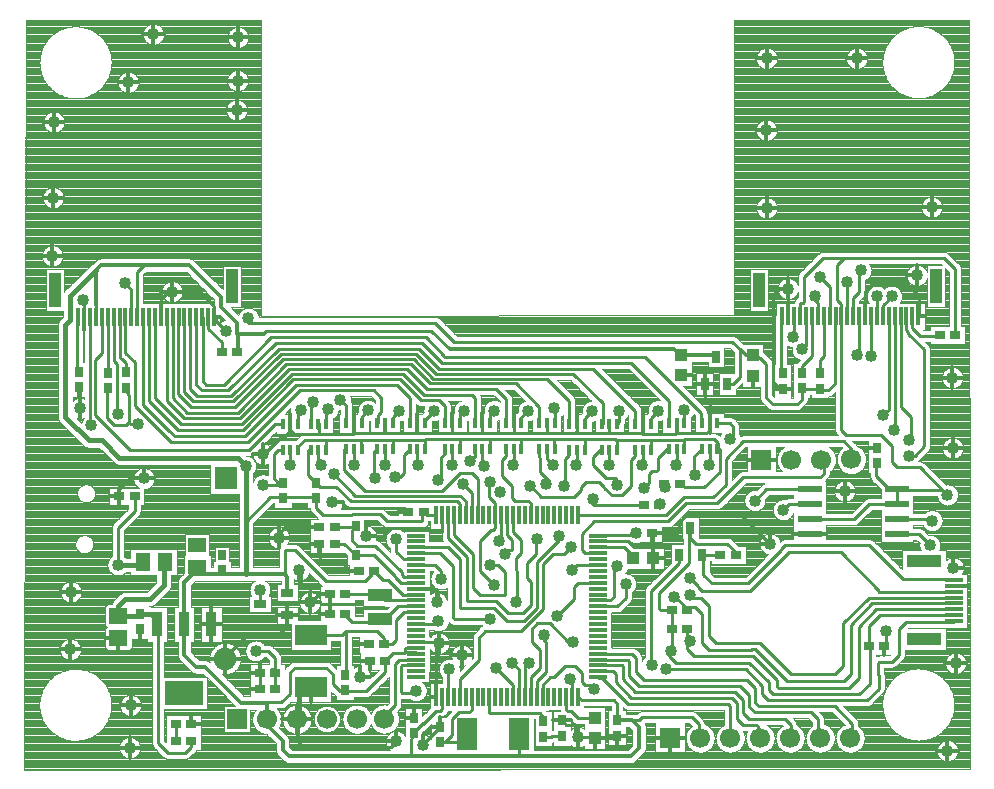
<source format=gbr>
G04 DipTrace 3.3.1.3*
G04 Top.gbr*
%MOIN*%
G04 #@! TF.FileFunction,Copper,L1,Top*
G04 #@! TF.Part,Single*
%AMOUTLINE0*
4,1,4,
-0.029528,0.025591,
0.029528,0.025591,
0.029528,-0.025591,
-0.029528,-0.025591,
-0.029528,0.025591,
0*%
G04 #@! TA.AperFunction,Conductor*
%ADD10C,0.009843*%
%ADD13C,0.01*%
%ADD14C,0.017874*%
%ADD16C,0.013937*%
%ADD17C,0.009268*%
G04 #@! TA.AperFunction,CopperBalancing*
%ADD18C,0.003937*%
%ADD19C,0.01311*%
%ADD23R,0.062992X0.011811*%
%ADD24R,0.011811X0.062992*%
%ADD26R,0.015748X0.035433*%
%ADD28R,0.037402X0.084646*%
%ADD29R,0.127953X0.084646*%
%ADD30R,0.027559X0.035433*%
%ADD31R,0.035433X0.027559*%
%ADD33R,0.07874X0.023622*%
%ADD34R,0.03937X0.043307*%
%ADD35R,0.043307X0.03937*%
%ADD38R,0.025591X0.041339*%
%ADD39R,0.059055X0.051181*%
%ADD42R,0.07874X0.03937*%
%ADD43R,0.070866X0.106299*%
G04 #@! TA.AperFunction,ComponentPad*
%ADD44R,0.066929X0.066929*%
%ADD45C,0.066929*%
%ADD46R,0.051181X0.059055*%
%ADD48R,0.041339X0.025591*%
%ADD49R,0.106299X0.070866*%
%ADD50R,0.037402X0.015748*%
%ADD51R,0.059055X0.011811*%
%ADD52R,0.11811X0.043307*%
G04 #@! TA.AperFunction,ComponentPad*
%ADD53R,0.074803X0.074803*%
%ADD54C,0.074803*%
%ADD56R,0.011811X0.059055*%
%ADD57R,0.03937X0.11811*%
G04 #@! TA.AperFunction,ViaPad*
%ADD59C,0.04*%
%ADD126OUTLINE0*%
%FSLAX26Y26*%
G04*
G70*
G90*
G75*
G01*
G04 Top*
%LPD*%
X2654686Y1550394D2*
D13*
X2651706D1*
Y1585441D1*
X2465335Y1771812D1*
X1795915D1*
Y1775408D1*
X1734265Y1837058D1*
X1218942D1*
X1060644Y1678760D1*
X1000965D1*
X990031Y1689693D1*
Y1904337D1*
X988938Y1905430D1*
X2545240Y1550003D2*
Y1625424D1*
X2419454Y1751210D1*
X1789167D1*
X1721035Y1819341D1*
X1233741D1*
X1074024Y1659623D1*
X987482D1*
X969261Y1677844D1*
Y1905420D1*
X969251Y1905430D1*
X2432776Y1548925D2*
Y1592169D1*
X2292768Y1732177D1*
X1779597D1*
X1712643Y1799131D1*
X1243308D1*
X1086398Y1642220D1*
X972522D1*
X949563Y1665180D1*
Y1905430D1*
X2320281Y1548825D2*
X2323400D1*
Y1617047D1*
X2224869Y1715579D1*
X1767593D1*
X1701757Y1781415D1*
X1250454D1*
X1093181Y1624142D1*
X959295D1*
X929875Y1653562D1*
Y1905430D1*
X2212984Y1548904D2*
Y1624289D1*
X2137924Y1699349D1*
X1759865D1*
X1694335Y1764879D1*
X1258159D1*
X1097870Y1604591D1*
X951959D1*
X909009Y1647541D1*
Y1904252D1*
X910188Y1905430D1*
X2112383Y1550348D2*
Y1605948D1*
X2035361Y1682970D1*
X1748265D1*
X1683416Y1747819D1*
X1269900D1*
X1107870Y1585789D1*
X939458D1*
X890500Y1634747D1*
Y1905430D1*
X2001514Y1550037D2*
Y1630609D1*
X1967361Y1664762D1*
X1736885D1*
X1670232Y1731415D1*
X1279262D1*
X1114753Y1566906D1*
X928102D1*
X870814Y1624194D1*
Y1905430D1*
X1896612Y1550041D2*
X1898091D1*
Y1592008D1*
X1899713Y1593630D1*
Y1633343D1*
X1887136Y1645919D1*
X1727012D1*
X1658314Y1714617D1*
X1288231D1*
X1121409Y1547795D1*
X917152D1*
X831438Y1633509D1*
Y1905430D1*
X1797084Y1550732D2*
Y1607657D1*
X1777667Y1627075D1*
X1717483D1*
X1647657Y1696900D1*
X1293245D1*
X1123684Y1527339D1*
X907483D1*
X811751Y1623071D1*
Y1905430D1*
X2680277Y1550394D2*
Y1529081D1*
X2668301Y1517105D1*
X2567845D1*
X2566530Y1515790D1*
X2458365D1*
X2456719Y1517436D1*
X2345871D1*
X2232501D1*
X2136782D1*
X2027105D1*
X1922202D1*
X1822219D1*
X1705587D1*
X1599122D1*
X1494004D1*
X1492378Y1515810D1*
X1379361D1*
X1293963D1*
X1282315Y1527458D1*
Y1548440D1*
X2570831Y1550003D2*
Y1520091D1*
X2567845Y1517105D1*
X2458366Y1548925D2*
X2458365Y1515790D1*
X2345871Y1548825D2*
Y1517436D1*
X2238575Y1548904D2*
Y1523509D1*
X2232501Y1517436D1*
X2137974Y1550348D2*
Y1518627D1*
X2136782Y1517436D1*
X2027105Y1550037D2*
Y1517436D1*
X1922202Y1550041D2*
Y1517436D1*
X1822675Y1550732D2*
X1822219Y1517436D1*
X1705587Y1550014D2*
Y1517436D1*
X1598213Y1550556D2*
X1599122Y1517436D1*
X1494913Y1549568D2*
X1494004Y1517436D1*
X1376419Y1548344D2*
X1379361Y1515810D1*
X1064887Y765896D2*
Y770885D1*
X1138980Y844978D1*
X1243234D1*
X1272825Y874570D1*
Y910762D1*
X712114Y1307136D2*
Y1330365D1*
X748335Y1366585D1*
X794266D1*
X2492668Y1100332D2*
Y1142438D1*
Y1177917D1*
X2486525Y1184060D1*
X2487052D1*
X2487425Y1184433D1*
X1180428Y663444D2*
Y718188D1*
X1181181Y718941D1*
X1379789Y1203199D2*
X1264961D1*
X1243912Y1182151D1*
Y1168773D1*
X1347896Y952877D2*
X1350144D1*
X1377802Y980534D1*
X1414163D1*
X1028314Y1905430D2*
X1029491D1*
Y1941660D1*
X982256Y1988895D1*
X888230D1*
X874118D1*
X851126Y1965903D1*
Y1905430D1*
X595188D2*
X594012D1*
Y1958167D1*
X592295Y1959883D1*
X3375689Y1907005D2*
X3379899D1*
Y1973512D1*
X3338831Y2014580D1*
X3222950D1*
X3198501Y1990131D1*
Y1907005D1*
X2942563D2*
Y1998227D1*
X2941488Y1999302D1*
X2924045Y1665289D2*
X2915265D1*
X2892273Y1688281D1*
Y1976744D1*
X2915265Y1999736D1*
X2941054D1*
X2941488Y1999302D1*
X2680277Y1550394D2*
Y1618955D1*
X2672117Y1627115D1*
Y1628657D1*
X2666213Y1634562D1*
Y1679285D1*
X2663896Y1681601D1*
X1192080Y1447050D2*
X1193596D1*
X1255127Y1508581D1*
X1263293D1*
X1281517Y1526806D1*
Y1547642D1*
X1282315Y1548440D1*
X581846Y1600127D2*
Y1665882D1*
X577206Y1670522D1*
X1069837Y1859239D2*
Y1856325D1*
X1034618Y1891545D1*
Y1901231D1*
X1030419Y1905430D1*
X1028314D1*
X1282315Y1548440D2*
D3*
X1379361Y1515810D2*
Y1551286D1*
X1376419Y1548344D1*
X1421748Y1286378D2*
X1455892D1*
X1462585Y1279685D1*
Y1269205D1*
X1660507D1*
X1675430Y1254281D1*
X1534293Y1174328D2*
X1592541D1*
X1619888Y1201676D1*
X1740147D1*
X1754896Y1186927D1*
X1788755D1*
Y1243020D1*
X1510278Y1058766D2*
X1482755D1*
X1460287Y1081234D1*
X1387106D1*
X1381050Y1087290D1*
Y1146768D1*
X1379545Y1148273D1*
X1702140Y998925D2*
X1767268D1*
X1774150Y992043D1*
Y956808D1*
X1770295Y952954D1*
X1702140Y821760D2*
X1772930D1*
X1777538Y817152D1*
X1769070Y636720D2*
X1766963D1*
Y806577D1*
X1777538Y817152D1*
X1304446Y563378D2*
D14*
X1310650Y569581D1*
Y646453D1*
X1334743Y670546D1*
X1351465D1*
Y670869D1*
X2296878Y500018D2*
D13*
X2362656D1*
X2371852Y509214D1*
X2296878Y500018D2*
X2241682Y507892D1*
X2230499Y519076D1*
Y539820D1*
X2225049Y545270D1*
X2202605D1*
X2188273Y559602D1*
X2241682Y503808D2*
Y507892D1*
X2214509Y699080D2*
Y696972D1*
X2222948Y688534D1*
Y637843D1*
X2221825Y636720D1*
X1724104Y477740D2*
Y482503D1*
X1780541Y538940D1*
X2308440Y1156406D2*
X2409302D1*
X2423269Y1142438D1*
X2492668D1*
X2487425Y1184433D2*
X2571615D1*
X2579100Y1191917D1*
Y1220076D1*
X2604895Y1245871D1*
X2782807D1*
X2791615Y1237063D1*
X2792715D1*
X2881907Y1147871D1*
X1635444Y490223D2*
Y488598D1*
X1618777Y471932D1*
X1325629D1*
X1307984Y489576D1*
Y549969D1*
X1304446Y553507D1*
Y563378D1*
X3262660Y806400D2*
X3266819D1*
Y858465D1*
X1312009Y1061073D2*
X1319442D1*
Y1004906D1*
X1347896D1*
Y952877D1*
X1572622Y1550556D2*
X1576148D1*
Y1576748D1*
X1585730Y1586329D1*
Y1636008D1*
X1561320Y1660417D1*
X1314169D1*
X1140614Y1486862D1*
X886352D1*
X765688Y1607526D1*
Y1752913D1*
X733000Y1785601D1*
Y1905430D1*
X1469323Y1549568D2*
Y1609770D1*
X1449778Y1629315D1*
X708538Y1581545D2*
X704223Y1585860D1*
Y1747310D1*
X693626Y1757907D1*
Y1905430D1*
X1350828Y1548344D2*
X1352894D1*
Y1625597D1*
X1355333D1*
X1358965Y1621966D1*
X614875Y1905430D2*
Y1547840D1*
X619720Y1542995D1*
X1469323Y1462954D2*
X1460138D1*
Y1395848D1*
X1530873Y1325113D1*
X1788470D1*
X1847743Y1384386D1*
X1887625D1*
X1908100Y1363911D1*
Y1244255D1*
X1906865Y1243020D1*
X1870500Y514740D2*
Y500594D1*
X1857664Y487759D1*
X1780541D1*
X1798240D1*
X1821232Y510751D1*
Y563514D1*
X1844224Y586507D1*
X1878042D1*
X1887017Y595482D1*
Y636558D1*
X1887180Y636720D1*
X708046Y1078003D2*
D14*
X779962D1*
D13*
X787444Y1085484D1*
Y1087976D1*
X789936D1*
X864739D2*
D3*
D14*
X860617Y1083854D1*
Y1010772D1*
X814193Y964348D1*
X732545D1*
X709552Y941356D1*
Y908500D1*
X775433D1*
D13*
X780844Y913911D1*
Y915715D1*
X782648D1*
D14*
X815344D1*
D13*
X838336Y892723D1*
Y880290D1*
X708046Y1078003D2*
Y1201362D1*
X763295Y1256612D1*
Y1307136D1*
X951703Y491304D2*
Y471816D1*
X931472Y451585D1*
X874604D1*
X843091Y483098D1*
Y875535D1*
X838336Y880290D1*
X901181Y548475D2*
Y491963D1*
X900522Y491304D1*
X2436244Y1184433D2*
X2430008Y1178197D1*
X2308440D1*
Y1176091D1*
X1280713Y1410339D2*
X1282312D1*
Y1461823D1*
X1282315Y1461825D1*
X1376419Y1461730D2*
Y1418222D1*
X1383295Y1411345D1*
X1494913Y1462954D2*
Y1410861D1*
X1493932Y1409879D1*
X1598213Y1463942D2*
Y1410790D1*
X1599150Y1409853D1*
X1705587Y1463400D2*
Y1413626D1*
X1708883Y1410329D1*
X1822675Y1464118D2*
Y1411021D1*
X1821310Y1409656D1*
X1922202Y1463427D2*
Y1414937D1*
X1929339Y1407801D1*
X2027105Y1463423D2*
Y1412442D1*
X2025336Y1410673D1*
X2137974Y1463734D2*
Y1431457D1*
X2159181Y1410249D1*
X2238575Y1462290D2*
Y1412205D1*
X2236396Y1410026D1*
X2345871Y1462211D2*
Y1411740D1*
X2343887Y1409756D1*
X2458366Y1462311D2*
Y1415016D1*
X2454787Y1411437D1*
X2570831Y1463388D2*
Y1412408D1*
X2569630Y1411207D1*
X2680277Y1463780D2*
Y1411235D1*
X2679921Y1410879D1*
X2585681Y1777402D2*
D16*
X2706547D1*
X2701298Y1772152D1*
X1702140Y979240D2*
D13*
X1658837D1*
X1608615Y1029462D1*
X1590764D1*
X1561459Y1058766D1*
X1702140Y802075D2*
Y799969D1*
X1664930D1*
Y786602D1*
X1702140D1*
Y782390D1*
X1598037Y757469D2*
Y758315D1*
X1624106Y784385D1*
X1664930D1*
Y786602D1*
X2767660Y1111228D2*
X2764702D1*
Y1123428D1*
X2739021Y1149109D1*
X2634091D1*
X2616117Y1167083D1*
Y1201570D1*
X928887Y880290D2*
D16*
Y778041D1*
X968853Y738075D1*
X999353D1*
X1119404Y618024D1*
X1204298D1*
Y563698D1*
X1367722Y1300836D2*
D13*
Y1303602D1*
X1260370D1*
X1257924Y1301156D1*
X1769070Y1243020D2*
X1737873D1*
X1726612Y1254281D1*
X2371852Y560395D2*
Y614978D1*
X2360058Y626772D1*
X2253521D1*
X2249274Y631018D1*
X2247213D1*
X2241510Y636720D1*
X1788755D2*
Y597843D1*
X1782957Y592045D1*
X1768639D1*
X1724419Y547824D1*
Y551147D1*
X1693993Y520722D1*
Y517766D1*
X1104634Y1789071D2*
D16*
X1108016D1*
Y1846829D1*
X1106234Y1848612D1*
Y1884600D1*
X1051419Y1939415D1*
Y1971442D1*
X945252Y2077609D1*
X795367D1*
D13*
X772375Y2054617D1*
Y1905430D1*
X795367Y2077609D2*
D16*
X651042D1*
X633731Y2060298D1*
Y1944514D1*
D13*
Y1906262D1*
X634563Y1905430D1*
X3499222Y1844013D2*
Y2063205D1*
X3460428Y2101999D1*
X3126882D1*
X3103890Y2079007D1*
Y1962646D1*
X3119751Y1946785D1*
Y1907005D1*
X3126882Y2101999D2*
X3058741D1*
X2994885Y2038142D1*
Y1955278D1*
X2990921Y1951315D1*
X2981938D1*
Y1907005D1*
X1598037Y757469D2*
Y721213D1*
X1533465Y656640D1*
X1447339D1*
X1424346Y679633D1*
Y714298D1*
X1402768Y735877D1*
X1296652D1*
X1281765Y720990D1*
Y649491D1*
X1252272Y619997D1*
X1210150D1*
X1203160Y613008D1*
Y564836D1*
X1204298Y563698D1*
X2371852Y560395D2*
D16*
X2422337D1*
X2445329Y537403D1*
Y467911D1*
X2417319Y439900D1*
X2043728D1*
X1685600D1*
X1277723D1*
X1256673Y460950D1*
Y492525D1*
X1204298Y544900D1*
Y563698D1*
X2043728Y514740D2*
D13*
Y439900D1*
X2554983Y927587D2*
Y865723D1*
X2554781Y865521D1*
Y795303D1*
X2550055Y790577D1*
X3494226Y910178D2*
D10*
X3258154D1*
D13*
X3247521D1*
X3213075Y875732D1*
Y807996D1*
X3211479Y806400D1*
X3214837D1*
Y682169D1*
X3179732Y647064D1*
X2892528D1*
X2877996Y661596D1*
Y686428D1*
X2811995Y752429D1*
X2568727D1*
X2545996Y775160D1*
Y786518D1*
X2550055Y790577D1*
X3304789Y1280941D2*
Y1330940D1*
X3013450Y1230941D2*
X3161696D1*
X3211696Y1280941D1*
X3304789D1*
Y1330940D2*
X3278472D1*
X3235933Y1373479D1*
Y1415311D1*
X3238412Y1417790D1*
X928887Y880290D2*
D16*
Y1020029D1*
X956835Y1047976D1*
X1038108D1*
X1134238D1*
X1263920D1*
X1272825Y1039071D1*
Y985566D1*
X1134238Y1047976D2*
D13*
Y1221741D1*
X1215495Y1302999D1*
X1257793D1*
Y1301025D1*
X1367722Y1300836D2*
Y1268382D1*
X1390714Y1245390D1*
X1486765D1*
X1489709Y1248333D1*
X1580253D1*
X1605243Y1223344D1*
X1722924D1*
Y1254018D1*
X1726874D1*
X1726612Y1254281D1*
X1263920Y1047976D2*
Y1126559D1*
X1299663D1*
X1401474Y1024748D1*
X1533087D1*
X1556079Y1047740D1*
Y1053386D1*
X1561459Y1058766D1*
X1693993Y517766D2*
X1689773D1*
Y501672D1*
X1685600Y497499D1*
Y439900D1*
X2422337Y560395D2*
X2445329D1*
X2455073Y570139D1*
X2620499D1*
X2643551Y547087D1*
Y506001D1*
X2648488Y501064D1*
X3304789Y1330940D2*
Y1329295D1*
X3455180D1*
X3473211Y1311264D1*
X3381373Y1403102D1*
X3304249D1*
X3287119Y1420232D1*
Y1474665D1*
X3250366Y1511419D1*
X3135539D1*
X3119751Y1527207D1*
Y1907005D1*
X1133571Y1406534D2*
D16*
X1134238Y1047976D1*
X633731Y2060298D2*
D14*
X548165Y1974732D1*
Y1894210D1*
X533001Y1879046D1*
Y1570240D1*
X610050Y1493192D1*
X655587D1*
X713164Y1435614D1*
X1106602D1*
X1134238Y1407979D1*
Y1047976D1*
X2554983Y927587D2*
D13*
X2516822D1*
X2511803Y932605D1*
Y986098D1*
X2516933Y991228D1*
X2518398D1*
X2611465Y1084295D1*
Y1196917D1*
X2616117Y1201570D1*
X2514001Y1281627D2*
Y1279486D1*
X2511567Y1277051D1*
X2585681Y1777402D2*
Y1773407D1*
D16*
X2562689Y1796399D1*
X1813436D1*
D13*
X1751648Y1858186D1*
D17*
X1203059D1*
D13*
X1191702Y1846829D1*
D16*
X1108016D1*
X2433406Y1185915D2*
D13*
X2436244Y1184433D1*
X2433406Y1185915D2*
X2436244D1*
Y1184433D1*
X1464744Y660786D2*
X1447339Y656640D1*
X972685Y1070563D2*
Y1066492D1*
X928887Y1022694D1*
Y1020029D1*
X1055114Y1059639D2*
X1049770D1*
X1038108Y1047976D1*
X1256724Y1461825D2*
X1240831D1*
X1227917Y1448912D1*
Y1367192D1*
X1239634Y1355475D1*
X1256623D1*
Y1351037D1*
X1257924Y1352337D1*
X1867495Y1243020D2*
Y1290281D1*
X1849450Y1308325D1*
X1499835D1*
X1428525Y1379635D1*
X1191689Y1345192D2*
X1250778D1*
X1257924Y1352337D1*
X1350828Y1461730D2*
X1341152D1*
Y1378587D1*
X1367722Y1352017D1*
X1380319Y1339420D1*
X1435265D1*
X1484609Y1290076D1*
X1838092D1*
X1847627Y1280541D1*
Y1243202D1*
X1847810Y1243020D1*
X1887180D2*
Y1319465D1*
X1859293Y1347352D1*
X2460386Y1277051D2*
X2294625D1*
X2283419Y1288257D1*
X2291644Y1296483D1*
X1572622Y1463942D2*
X1569724D1*
X1560531Y1454749D1*
Y1373182D1*
X1566249Y1367465D1*
X1808440Y636720D2*
Y726291D1*
X1812387Y730239D1*
X3394991Y1090584D2*
X3384822D1*
X3383075Y1092331D1*
X2308440Y1018610D2*
X2242092D1*
X2228256Y1004774D1*
Y965073D1*
X2172247Y909064D1*
X1797084Y1464118D2*
Y1449896D1*
X1783318Y1436130D1*
Y1368546D1*
X1776416Y1361644D1*
X1896612Y1463427D2*
Y1439218D1*
X1880315Y1422921D1*
X1702140Y1117035D2*
X1780978D1*
X1824378Y1073635D1*
Y903278D1*
X1829408Y898248D1*
X1948455D1*
Y899493D1*
X2001514Y1463423D2*
Y1441230D1*
X1988659Y1428374D1*
Y1373646D1*
X2022751Y1339554D1*
Y1302378D1*
X2032441Y1292688D1*
X2076049D1*
X2084001Y1284735D1*
Y1243049D1*
X2084030Y1243020D1*
X2112383Y1463734D2*
Y1436748D1*
X2115050Y1434081D1*
Y1387944D1*
X2143680Y1359314D1*
Y1353678D1*
X2138243Y1348241D1*
X2136438D1*
Y1346437D1*
X2217455Y1137008D2*
X2196311Y1115864D1*
X2158957D1*
X2124732Y1081639D1*
Y930756D1*
X2052930Y858954D1*
X1933181D1*
X1910189Y835962D1*
Y759946D1*
X1848089Y697846D1*
Y637000D1*
X1847810Y636720D1*
X2212984Y1462290D2*
Y1445583D1*
X2198370Y1430969D1*
Y1346510D1*
X2194269Y1342409D1*
X1702140Y1136720D2*
X1809205D1*
X1849367Y1096558D1*
Y936188D1*
X1961728D1*
X2005066Y892850D1*
X2061975D1*
X2103634Y934509D1*
Y1088089D1*
X2177127Y1161583D1*
Y1173772D1*
X2308440Y939870D2*
X2371617D1*
X2400581Y968835D1*
Y1014794D1*
X2320281Y1462211D2*
X2315780D1*
X2292787Y1439219D1*
Y1410097D1*
X2336529Y1366356D1*
X2368077D1*
Y1349202D1*
X2371123Y1346156D1*
X1808440Y1243020D2*
Y1168199D1*
X1872304Y1104335D1*
Y957882D1*
X1968789D1*
X2008916Y917755D1*
X2058576D1*
X2084428Y943606D1*
Y1021230D1*
X2071190Y1034467D1*
Y1084696D1*
X2102278Y1115783D1*
Y1160601D1*
X2106184Y1164507D1*
X2080839Y1340647D2*
X2083843D1*
X2118327Y1306163D1*
X2228077D1*
X2251070Y1329155D1*
Y1338102D1*
X2267900Y1354933D1*
X2312026D1*
X2329352Y1337608D1*
Y1335840D1*
X2354566Y1310626D1*
X2388227D1*
X2418387Y1340786D1*
Y1426873D1*
X2431463Y1439949D1*
Y1462311D1*
X2432776D1*
X2545240Y1463388D2*
X2539461D1*
X2509441Y1433369D1*
Y1396774D1*
X2504437Y1391770D1*
X2488971D1*
X2479885Y1382684D1*
Y1349650D1*
X2463243Y1333008D1*
X2308440Y959555D2*
X2349723D1*
X2361850Y971682D1*
Y1059109D1*
X2371171Y1068429D1*
Y1072290D1*
X2373900D1*
X2373101Y1073089D1*
X1828125Y1243020D2*
Y1179228D1*
X1893223Y1114130D1*
Y1000066D1*
X1916215Y977073D1*
X1998377D1*
Y1054430D1*
X1975385Y1077423D1*
X1948043D1*
X2654686Y1463780D2*
X2652933D1*
X2627755Y1438601D1*
Y1382715D1*
X2632151Y1378319D1*
X1167636Y791269D2*
X1208705D1*
X1231110Y768864D1*
Y730070D1*
X1218730D1*
X1231110Y717689D1*
X1232362Y718941D1*
Y664197D1*
X1231609Y663444D1*
X1702140Y880815D2*
X1765276D1*
X1776437Y891976D1*
X3393262Y830571D2*
Y829186D1*
X3403835D1*
X3404102Y829454D1*
X1181500Y995550D2*
X1182274Y948164D1*
X1702140Y1077665D2*
X1766583D1*
X1784822Y1059427D1*
Y1031491D1*
X1679996Y1550014D2*
X1681896Y1551915D1*
Y1633262D1*
X1637419Y1677740D1*
X1302055D1*
X1131030Y1506715D1*
X896966D1*
X878685Y1524996D1*
Y1526010D1*
X792063Y1612633D1*
Y1905430D1*
X1679996Y1463400D2*
X1661081Y1444486D1*
Y1383350D1*
X1647445Y1369714D1*
X1631787D1*
X1634874Y1163899D2*
Y1122512D1*
X1660035Y1097350D1*
X1702140D1*
X2425739Y1100332D2*
Y1106850D1*
X2395869Y1136720D1*
X2308440D1*
X3494226Y969234D2*
D10*
X3256992D1*
D13*
X3211419D1*
X3125396Y883211D1*
Y740760D1*
X3098571Y713934D1*
X2951797D1*
X2847757Y817974D1*
X2701648D1*
X2678656Y840966D1*
Y941126D1*
X2652530Y967252D1*
X2625072D1*
X2615308Y977016D1*
X2103715Y636720D2*
Y689945D1*
X2134976Y721206D1*
Y819728D1*
X2123671Y831034D1*
Y842315D1*
X2126812Y845457D1*
X3494226Y949549D2*
D10*
X3256992D1*
D13*
X3223206D1*
X3152534Y878877D1*
Y715940D1*
X3127984Y691390D1*
X2938861D1*
X2833192Y797059D1*
X2820993D1*
X2819333Y795399D1*
X2676993D1*
X2654001Y818391D1*
Y914971D1*
X2631009Y937963D1*
X2619058D1*
X2610462Y929367D1*
X2606902D1*
Y926849D1*
X2606164Y927587D1*
Y929917D1*
X2591656Y944425D1*
Y947396D1*
X2566213Y972840D1*
X2561311D1*
X2293503Y664180D2*
X2279285Y678398D1*
X2263294D1*
X2255143Y686549D1*
Y718832D1*
X2232272Y741703D1*
X2198493D1*
X2159990Y703199D1*
X2148039D1*
X2123400Y678560D1*
Y636720D1*
X2605962Y865521D2*
Y797059D1*
X2628954Y774067D1*
X2823668D1*
X2903432Y694303D1*
Y675005D1*
X2908965Y669472D1*
X3145579D1*
X3178077Y701971D1*
Y872604D1*
X3235337Y929864D1*
X3494226D1*
X2605962Y865521D2*
Y834291D1*
X2614902Y825352D1*
X2224663Y821655D2*
X2209289D1*
X2146904Y884039D1*
X2106243D1*
X2087573Y865370D1*
Y819866D1*
X2114388Y793051D1*
Y734056D1*
X2084455Y704123D1*
Y637146D1*
X2084030Y636720D1*
X3494226Y890493D2*
Y888387D1*
X3334056D1*
X3311064Y865395D1*
Y779079D1*
X3288072Y756087D1*
X3245972D1*
X3242429Y752543D1*
Y712445D1*
X3243479Y711395D1*
Y666192D1*
X3204366Y627079D1*
X2874455D1*
X2855306Y646228D1*
Y675810D1*
X2800323Y730793D1*
X2533902D1*
X2064345Y636720D2*
Y739067D1*
X2077892Y752614D1*
X2024975Y1243020D2*
Y1186583D1*
X2051555Y1160003D1*
Y1118184D1*
X2035543Y1102172D1*
Y1060698D1*
X2037198Y1059043D1*
Y955891D1*
X2036037Y954730D1*
X3013450Y1330940D2*
X2869287D1*
X2830987Y1292639D1*
X3494226Y988919D2*
D10*
X3244852D1*
D13*
X3243198Y990572D1*
X3246495D1*
X3117193Y1119874D1*
X2946068D1*
X2816164Y989970D1*
X2656083D1*
X2641711Y1004341D1*
Y1007412D1*
X2615354Y1033769D1*
X2024975Y636720D2*
Y678812D1*
X1995635Y708152D1*
X1993993D1*
X1966723Y735423D1*
X3152600Y1429661D2*
Y1466146D1*
X3128932Y1489814D1*
X2791458D1*
X2734314Y1432669D1*
Y1345953D1*
X2693123Y1304762D1*
X2594802D1*
X2535466Y1245427D1*
X2247681D1*
X2246054Y1243799D1*
X2240731D1*
X2241510Y1243020D1*
X3052738Y1429072D2*
Y1429108D1*
X3063429D1*
X3064727Y1427810D1*
X3060298D1*
Y1382696D1*
X3048113Y1370510D1*
X2792907D1*
X2705928Y1283531D1*
X2602941D1*
X2543256Y1223846D1*
X2296071D1*
X2253862Y1181638D1*
Y1129392D1*
X2266219Y1117035D1*
X2308440D1*
X577206Y1721703D2*
X577207D1*
X573058Y1725853D1*
Y1905066D1*
X573423Y1905430D1*
X575500D1*
X1402009Y1548344D2*
Y1590937D1*
X1408425Y1597353D1*
X2962251Y1907005D2*
Y1843732D1*
X2957329Y1838811D1*
X1731177Y1550014D2*
Y1562323D1*
X1761560Y1592706D1*
X3139438Y1907005D2*
Y2020888D1*
X3138361Y2021966D1*
X2738699Y1681601D2*
X2757391D1*
X2780383Y1704593D1*
Y1796556D1*
X2800534Y1776406D1*
X2823966D1*
X3100063Y1907005D2*
X3098875D1*
Y1682424D1*
X3076367Y1659916D1*
X3053724D1*
X3047541Y1666100D1*
X2987139D1*
X2986762Y1666476D1*
Y1628621D1*
X2972336Y1614194D1*
X2890131D1*
X2869147Y1635178D1*
Y1749361D1*
X2849388Y1769119D1*
X2843895D1*
X2840870Y1772144D1*
X2819705D1*
X2823966Y1776406D1*
X674902Y1667635D2*
X672724D1*
Y1567266D1*
X695005Y1544986D1*
X734717D1*
X743804Y1554073D1*
Y1644689D1*
X738440Y1650054D1*
Y1665646D1*
X735531Y1668554D1*
X752688Y1905430D2*
Y1995172D1*
X730881Y2016979D1*
X773513Y1548020D2*
X749858D1*
X743804Y1554073D1*
X1142631Y1900654D2*
Y1885745D1*
X1764394D1*
X1829154Y1820986D1*
X2755954D1*
X2780383Y1796556D1*
X674902Y1718816D2*
X673933D1*
Y1905425D1*
X673938Y1905430D1*
X2578715Y1111018D2*
Y1085526D1*
X2484104Y990915D1*
Y750512D1*
X2486996Y747619D1*
Y746421D1*
X2487843D1*
X2487594Y746173D1*
X2044660Y636720D2*
Y730259D1*
X2022154Y752765D1*
X3494226Y1028289D2*
D10*
Y1031387D1*
X3324950D1*
D13*
X3212849Y1143488D1*
X2932541D1*
X2919819Y1130766D1*
Y1128992D1*
X2809916Y1019089D1*
X2686898D1*
X2659912Y1046075D1*
Y1104625D1*
X2653518Y1111018D1*
X2716479Y1111228D2*
X2653728D1*
X1500588Y1209352D2*
X1487261Y1196025D1*
Y1160997D1*
X1505920Y1142339D1*
X1565849D1*
X1653335Y1054853D1*
Y1045122D1*
X1660161Y1038295D1*
X1702140D1*
X1430970Y1203199D2*
X1494436D1*
X1500588Y1209352D1*
Y1110664D2*
X1562739D1*
X1632597Y1040806D1*
Y1036466D1*
X1651682Y1017381D1*
X1703370D1*
X1702140Y1018610D1*
X1430726Y1148273D2*
X1462979D1*
X1500588Y1110664D1*
X1702140Y959555D2*
X1597146D1*
X1579944Y976757D1*
X1465344Y980534D2*
X1576167D1*
X1579944Y976757D1*
X1580469Y896836D2*
X1583652Y893652D1*
X1594591D1*
X1640808Y939870D1*
X1702140D1*
X1465062Y914903D2*
Y911701D1*
X1488054Y888709D1*
X1570370D1*
X1577102Y895441D1*
X1579891D1*
Y897413D1*
X1580469Y896836D1*
X735531Y1719735D2*
Y1750554D1*
X720650Y1765436D1*
X719483D1*
X714184Y1770735D1*
X713314D1*
Y1905430D1*
X2924045Y1716470D2*
X2919256Y1721259D1*
Y1905706D1*
X2920555Y1907005D1*
X2922875D1*
X1307906Y1548440D2*
Y1583759D1*
X1317243Y1593096D1*
X3001626Y1907005D2*
Y1808828D1*
X2989022Y1796224D1*
X2986762Y1717657D2*
Y1740236D1*
X3021314Y1774787D1*
Y1907005D1*
X1520504Y1549568D2*
Y1572016D1*
X1541958Y1593470D1*
X3041001Y1907005D2*
Y1952126D1*
X3030672Y1962455D1*
Y1974024D1*
X3030529D1*
X3047541Y1717281D2*
Y1759866D1*
X3060689Y1773014D1*
Y1907005D1*
X1596198Y814879D2*
X1621636D1*
X1636181Y829424D1*
Y896118D1*
X1660248Y920185D1*
X1702140D1*
X1596198Y814879D2*
X1595824D1*
Y834311D1*
X1572832Y857303D1*
X1469757D1*
X1456457Y844003D1*
X1351559D1*
X1464744Y711967D2*
X1469757D1*
Y857303D1*
X1702140Y743020D2*
X1653413D1*
X1651396Y741003D1*
Y655559D1*
X1656234Y650722D1*
X1694118D1*
X1702180Y658783D1*
X2296878Y566948D2*
X2241248D1*
X2218173Y590022D1*
X2207908D1*
X2202140Y595790D1*
Y636720D1*
X2125794Y505978D2*
X2152837D1*
X2155281Y508421D1*
X2188273D1*
X2125794Y557159D2*
X2131929Y563294D1*
Y566021D1*
X2114465Y583486D1*
X1946235D1*
Y636720D1*
X1985605Y1243020D2*
Y1166507D1*
X1977350Y1158252D1*
X3304789Y1230941D2*
X3416675D1*
X3421651Y1225965D1*
X2005290Y1243020D2*
Y1177181D1*
X2021957Y1160514D1*
Y1126642D1*
X2010077D1*
X1997235Y1113799D1*
X3304789Y1180940D2*
X3377766D1*
X3414690Y1144016D1*
X1965920Y1243020D2*
Y1285070D1*
X1946306Y1304684D1*
Y1352878D1*
X1947395Y1353967D1*
X1965920Y1243020D2*
Y1201915D1*
X1959846Y1195841D1*
X1951360D1*
X1914143Y1158625D1*
Y1056874D1*
X1960717Y1010301D1*
X3013450Y1280941D2*
X2944841D1*
X2925570Y1261669D1*
X1053453Y1789071D2*
Y1820508D1*
X1008626Y1865335D1*
Y1905430D1*
X654251D2*
Y1783089D1*
X632295Y1761134D1*
Y1577136D1*
X746783Y1462648D1*
X1145839D1*
X1231697Y1548507D1*
X1256657D1*
X1256724Y1548440D1*
X1623803Y1550556D2*
Y1569864D1*
X1646080Y1592140D1*
X3080375Y1907005D2*
Y2005970D1*
X3047950Y2038395D1*
X1848265Y1550732D2*
Y1578928D1*
X1861853Y1592516D1*
X3159392Y1888841D2*
Y1906739D1*
X3159126Y1907005D1*
Y1967272D1*
X3178912Y1987058D1*
Y2054906D1*
X3184818Y2060811D1*
X1947793Y1550041D2*
Y1578545D1*
X1961987Y1592739D1*
X3178814Y1907005D2*
Y1791469D1*
X3170619Y1783274D1*
Y1777226D1*
X2052696Y1550037D2*
Y1569822D1*
X2075562Y1592688D1*
X3218189Y1907005D2*
Y1777115D1*
X3217163Y1776089D1*
X2163564Y1550348D2*
Y1599035D1*
X2162804Y1599795D1*
X3237875Y1907005D2*
Y1973472D1*
X3238343Y1973940D1*
X2264165Y1548904D2*
Y1566259D1*
X2288804Y1590898D1*
X3257563Y1907005D2*
Y1943398D1*
X3286770Y1972605D1*
Y1973877D1*
X2378387Y1592333D2*
Y1555751D1*
X2371462Y1548825D1*
X3277251Y1907005D2*
Y1594529D1*
X3259878Y1577156D1*
X2483957Y1548925D2*
Y1567790D1*
X2508471Y1592304D1*
X3296938Y1907005D2*
Y1529686D1*
X3296104Y1528852D1*
X2596421Y1550003D2*
Y1595129D1*
X2595703Y1595846D1*
X3316626Y1907005D2*
Y1604152D1*
X3350050Y1570728D1*
Y1496945D1*
X3345878D1*
Y1495902D1*
X3336314Y1907005D2*
Y1861895D1*
X3343001Y1855207D1*
Y1848853D1*
X3395068Y1796786D1*
Y1473050D1*
X3363417Y1441399D1*
X3344804D1*
X2705867Y1550394D2*
X2747749D1*
X2758618Y1539525D1*
Y1507748D1*
X2747789Y1496919D1*
X3448041Y1844013D2*
Y1846471D1*
X3446920Y1847592D1*
Y1841782D1*
X3382965D1*
X3356001Y1868745D1*
Y1907005D1*
X1596287Y564496D2*
Y575503D1*
X1630870Y610085D1*
Y749499D1*
X1644076Y762705D1*
X1702140D1*
X1307906Y1461825D2*
Y1473000D1*
X1330898Y1495992D1*
X1402009D1*
X1519594D1*
X1624713D1*
X1731177D1*
X1733042Y1497857D1*
X1847810D1*
X1943576D1*
X2052696D1*
X2163079D1*
X2164323Y1496613D1*
X2264165D1*
X2365217D1*
X2366459Y1495370D1*
X2483957D1*
X2596421D1*
X2597975Y1496924D1*
X2696112D1*
X2708597Y1484438D1*
Y1466509D1*
X2705867Y1463780D1*
X1402009Y1461730D2*
Y1495992D1*
X1520504Y1462954D2*
X1519594Y1495992D1*
X1623803Y1463942D2*
X1624713Y1495992D1*
X1731177Y1463400D2*
Y1495992D1*
X1848265Y1464118D2*
X1847810Y1497857D1*
X1947793Y1463427D2*
Y1493640D1*
X1943576Y1497857D1*
X2052696Y1463423D2*
Y1497857D1*
X2163564Y1463734D2*
X2163079Y1497857D1*
X2371462Y1462211D2*
Y1490367D1*
X2365217Y1496613D1*
X2483957Y1462311D2*
Y1495370D1*
X2596421Y1463388D2*
Y1495370D1*
X2705867Y1463780D2*
X2713627D1*
Y1387871D1*
X2662755Y1336999D1*
X2596049D1*
Y1340556D1*
X2585125Y1351480D1*
X2580370Y1346726D1*
X2264165Y1462290D2*
Y1496613D1*
X2531328Y1339066D2*
X2529189Y1341205D1*
Y1346726D1*
X2308440Y1077665D2*
X2237154D1*
X2220912Y1061424D1*
X2748488Y501064D2*
X2749581Y502157D1*
Y607596D1*
X2742941Y614236D1*
X2409488D1*
X2322467Y701257D1*
X2308440D1*
Y703650D1*
X2848488Y501064D2*
X2841119Y508433D1*
Y539054D1*
X2836609Y543564D1*
X2792172D1*
X2772573Y563163D1*
Y617512D1*
X2754591Y635495D1*
X2418885D1*
X2367066Y687314D1*
Y713820D1*
X2357551Y723335D1*
X2308440D1*
X2948488Y501064D2*
X2950089Y502665D1*
Y544601D1*
X2930035Y564655D1*
X2812446D1*
X2793056Y584045D1*
Y627274D1*
X2765310Y655021D1*
X2431259D1*
X2390058Y696222D1*
Y741651D1*
X2388689Y743020D1*
X2308440D1*
X3048488Y501064D2*
X3040797Y508756D1*
Y563457D1*
X3017660Y586593D1*
X2830848D1*
X2812067Y605374D1*
Y643963D1*
X2781024Y675007D1*
X2445115D1*
X2411097Y709025D1*
Y758900D1*
X2407293Y762705D1*
X2308440D1*
X3148488Y501064D2*
X3155626Y508202D1*
Y549381D1*
X3098171Y606836D1*
X2845133D1*
X2832615Y619353D1*
Y668081D1*
X2805298Y695399D1*
X2460681D1*
X2434089Y721991D1*
Y769472D1*
X2421172Y782390D1*
X2308440D1*
D59*
X708046Y1078003D3*
X794266Y1366585D3*
X1280713Y1410339D3*
X1383295Y1411345D3*
X1493932Y1409879D3*
X1599150Y1409853D3*
X1708883Y1410329D3*
X1821310Y1409656D3*
X1929339Y1407801D3*
X2025336Y1410673D3*
X2159181Y1410249D3*
X2236396Y1410026D3*
X2343887Y1409756D3*
X2454787Y1411437D3*
X2569630Y1411207D3*
X2679921Y1410879D3*
X1784822Y1031491D3*
X1181500Y995550D3*
X1358965Y1621966D3*
X619720Y1542995D3*
X1449778Y1629315D3*
X708538Y1581545D3*
X1317243Y1593096D3*
X1408425Y1597353D3*
X1541958Y1593470D3*
X1646080Y1592140D3*
X1761560Y1592706D3*
X1861853Y1592516D3*
X1961987Y1592739D3*
X2075562Y1592688D3*
X2162804Y1599795D3*
X2288804Y1590898D3*
X2378387Y1592333D3*
X2508471Y1592304D3*
X2595703Y1595846D3*
X2957329Y1838811D3*
X3030571Y1974066D3*
X3047950Y2038395D3*
X3217163Y1776089D3*
X3138361Y2021966D3*
X3184818Y2060811D3*
X3170619Y1777226D3*
X2989022Y1796224D3*
X3238343Y1973940D3*
X3286770Y1973877D3*
X3259878Y1577156D3*
X3296104Y1528852D3*
X3345878Y1495902D3*
X3344804Y1441399D3*
X2747789Y1496919D3*
X2487594Y746173D3*
X2022154Y752765D3*
X2550055Y790577D3*
X1812387Y730239D3*
X1566249Y1367465D3*
X1631787Y1369714D3*
X1634874Y1163899D3*
X2172247Y909064D3*
X1776416Y1361644D3*
X1880315Y1422921D3*
X1948455Y899493D3*
X2136438Y1346437D3*
X2217455Y1137008D3*
X2194269Y1342409D3*
X2177127Y1173772D3*
X2400581Y1014794D3*
X2371123Y1346156D3*
X2106184Y1164507D3*
X2080839Y1340647D3*
X2463243Y1333008D3*
X2373101Y1073089D3*
X1948043Y1077423D3*
X1982815Y1320908D3*
X2632151Y1378319D3*
X1966723Y735423D3*
X2126812Y845457D3*
X2615354Y1033769D3*
X2615308Y977016D3*
X2036037Y954730D3*
X2830987Y1292639D3*
X1947395Y1353967D3*
X3473211Y1311264D3*
X2533902Y730793D3*
X2077892Y752614D3*
X2614902Y825352D3*
X2561311Y972840D3*
X2224663Y821655D3*
X2293503Y664180D3*
X773513Y1548020D3*
X730881Y2016979D3*
X1142631Y1900654D3*
X1960717Y1010301D3*
X2925570Y1261669D3*
X1859293Y1347352D3*
X1977350Y1158252D3*
X1997235Y1113799D3*
X3414690Y1144016D3*
X3421651Y1225965D3*
X1776437Y891976D3*
X1167636Y791269D3*
X1133571Y1406534D3*
X1428525Y1379635D3*
X1191689Y1345192D3*
X2514001Y1281627D3*
X2291644Y1296483D3*
X2220912Y1061424D3*
X2531328Y1339066D3*
X2433406Y1185915D3*
X1514680Y706038D3*
X1777538Y817152D3*
X1243912Y1168773D3*
X1347896Y952877D3*
X1069837Y1859239D3*
X888230Y1988895D3*
X592295Y1959883D3*
X2941488Y1999302D3*
X549545Y796465D3*
X1192080Y1447050D3*
X581846Y1600127D3*
X1103499Y2594579D3*
X1106812Y2692550D3*
X1107993Y2836530D3*
X825932Y2847152D3*
X742139Y2686648D3*
X494303Y2554469D3*
X491944Y2301912D3*
X489583Y2108364D3*
X1421748Y1286378D3*
X1534293Y1174328D3*
X1770295Y952954D3*
X746873Y469353D3*
X1724104Y477740D3*
X1635444Y490223D3*
X3500377Y750335D3*
X2241682Y503808D3*
X2214509Y699080D3*
X2881907Y1147871D3*
X3266819Y858465D3*
X3371469Y2043843D3*
X551272Y988264D3*
X749982Y609850D3*
X2870005Y2766492D3*
X3170407Y2766390D3*
X2870213Y2268596D3*
X3420186Y2270693D3*
X2869678Y2527273D3*
X3492745Y1068265D3*
X3473234Y458811D3*
X3130542Y1324177D3*
X3490546Y1467406D3*
X3489366Y1702262D3*
X1854041Y776655D3*
X1702180Y658783D3*
X1312009Y1061073D3*
X400607Y2891855D2*
D18*
X1183099D1*
X2762396D2*
X3545265D1*
X400599Y2888050D2*
X1183107D1*
X2762450D2*
X3545265D1*
X400599Y2884244D2*
X1183107D1*
X2762511D2*
X3545265D1*
X400591Y2880438D2*
X814343D1*
X837522D2*
X1183115D1*
X2762573D2*
X3545273D1*
X400584Y2876632D2*
X806454D1*
X845412D2*
X1183115D1*
X2762627D2*
X3545273D1*
X400576Y2872827D2*
X553685D1*
X579387D2*
X801579D1*
X850287D2*
X1183122D1*
X2762688D2*
X3357396D1*
X3395024D2*
X3545273D1*
X400568Y2869021D2*
X533724D1*
X599341D2*
X798057D1*
X853801D2*
X1094270D1*
X1121717D2*
X1183130D1*
X2762742D2*
X3340756D1*
X3411664D2*
X3545273D1*
X400560Y2865215D2*
X522351D1*
X610714D2*
X795419D1*
X856446D2*
X1087342D1*
X1128645D2*
X1183130D1*
X2762804D2*
X3330099D1*
X3422322D2*
X3545281D1*
X400553Y2861409D2*
X513654D1*
X619418D2*
X793443D1*
X858422D2*
X1082813D1*
X1133175D2*
X1183138D1*
X2762865D2*
X3321763D1*
X3430657D2*
X3545281D1*
X400545Y2857603D2*
X506441D1*
X626623D2*
X792013D1*
X859852D2*
X1079507D1*
X1136481D2*
X1183138D1*
X2762919D2*
X3314789D1*
X3437631D2*
X3545281D1*
X400545Y2853798D2*
X500236D1*
X632829D2*
X791052D1*
X860806D2*
X1077023D1*
X1138965D2*
X1183145D1*
X2762980D2*
X3308745D1*
X3443675D2*
X3545281D1*
X400537Y2849992D2*
X494769D1*
X638303D2*
X790536D1*
X861329D2*
X1075162D1*
X1140826D2*
X1183153D1*
X2763034D2*
X3303409D1*
X3449012D2*
X3545281D1*
X400530Y2846186D2*
X489878D1*
X643186D2*
X790437D1*
X861429D2*
X1073832D1*
X1142148D2*
X1183153D1*
X2763096D2*
X3298626D1*
X3453795D2*
X3545289D1*
X400522Y2842380D2*
X485464D1*
X647608D2*
X790744D1*
X861121D2*
X1072971D1*
X1143017D2*
X1183161D1*
X2763157D2*
X3294297D1*
X3458124D2*
X3545289D1*
X400514Y2838575D2*
X481451D1*
X651622D2*
X791482D1*
X860383D2*
X1072540D1*
X1143448D2*
X1183161D1*
X2763211D2*
X3290352D1*
X3462069D2*
X3545289D1*
X400507Y2834769D2*
X477783D1*
X655289D2*
X792674D1*
X859191D2*
X1072525D1*
X1143463D2*
X1183168D1*
X2763242D2*
X3286753D1*
X3465667D2*
X3545289D1*
X400499Y2830963D2*
X474415D1*
X658650D2*
X794374D1*
X857492D2*
X1072925D1*
X1143063D2*
X1183176D1*
X2763234D2*
X3283447D1*
X3468974D2*
X3545296D1*
X400491Y2827157D2*
X471324D1*
X661741D2*
X796665D1*
X855193D2*
X1073755D1*
X1142233D2*
X1183176D1*
X2763227D2*
X3280402D1*
X3472019D2*
X3545296D1*
X400484Y2823352D2*
X468478D1*
X664594D2*
X799718D1*
X852148D2*
X1075047D1*
X1140941D2*
X1183184D1*
X2763219D2*
X3277603D1*
X3474818D2*
X3545296D1*
X400484Y2819546D2*
X465856D1*
X667216D2*
X803832D1*
X848034D2*
X1076862D1*
X1139126D2*
X1183184D1*
X2763219D2*
X3275027D1*
X3477394D2*
X3545296D1*
X400476Y2815740D2*
X463442D1*
X669630D2*
X809837D1*
X842028D2*
X1079299D1*
X1136689D2*
X1183191D1*
X2763211D2*
X3272651D1*
X3479770D2*
X3545304D1*
X400468Y2811934D2*
X461220D1*
X671845D2*
X1082536D1*
X1133451D2*
X1183199D1*
X2763203D2*
X3270467D1*
X3481953D2*
X3545304D1*
X400461Y2808128D2*
X459182D1*
X673890D2*
X1086942D1*
X1129045D2*
X1183199D1*
X2763196D2*
X3268468D1*
X3483953D2*
X3545304D1*
X400453Y2804323D2*
X457313D1*
X675759D2*
X1093601D1*
X1122386D2*
X1183207D1*
X2763196D2*
X3266630D1*
X3485791D2*
X3545304D1*
X400445Y2800517D2*
X455606D1*
X677458D2*
X1183207D1*
X2763188D2*
X2860918D1*
X2879091D2*
X3161730D1*
X3179081D2*
X3264954D1*
X3487467D2*
X3545312D1*
X400437Y2796711D2*
X454053D1*
X679011D2*
X1183215D1*
X2763180D2*
X2851722D1*
X2888288D2*
X3152295D1*
X3188516D2*
X3263439D1*
X3488982D2*
X3545312D1*
X400430Y2792905D2*
X452654D1*
X680411D2*
X1183222D1*
X2763173D2*
X2846470D1*
X2893540D2*
X3146989D1*
X3193829D2*
X3262062D1*
X3490358D2*
X3545312D1*
X400430Y2789100D2*
X451392D1*
X681672D2*
X1183222D1*
X2763173D2*
X2842740D1*
X2897269D2*
X3143229D1*
X3197589D2*
X3260832D1*
X3491588D2*
X3545312D1*
X400422Y2785294D2*
X450277D1*
X682795D2*
X1183230D1*
X2763165D2*
X2839949D1*
X2900061D2*
X3140415D1*
X3200396D2*
X3259740D1*
X3492680D2*
X3545312D1*
X400414Y2781488D2*
X449293D1*
X683779D2*
X1183230D1*
X2763157D2*
X2837857D1*
X2902152D2*
X3138308D1*
X3202511D2*
X3258779D1*
X3493634D2*
X3545319D1*
X400407Y2777682D2*
X448440D1*
X684632D2*
X1183238D1*
X2763150D2*
X2836327D1*
X2903690D2*
X3136762D1*
X3204056D2*
X3257956D1*
X3494464D2*
X3545319D1*
X400399Y2773876D2*
X447709D1*
X685355D2*
X1183238D1*
X2763150D2*
X2835281D1*
X2904728D2*
X3135701D1*
X3205110D2*
X3257256D1*
X3495164D2*
X3545319D1*
X400391Y2770071D2*
X447109D1*
X685955D2*
X1183245D1*
X2763142D2*
X2834674D1*
X2905336D2*
X3135086D1*
X3205725D2*
X3256680D1*
X3495741D2*
X3545319D1*
X400384Y2766265D2*
X446633D1*
X686432D2*
X1183253D1*
X2763134D2*
X2834497D1*
X2905512D2*
X3134894D1*
X3205917D2*
X3256226D1*
X3496187D2*
X3545327D1*
X400376Y2762459D2*
X446279D1*
X686786D2*
X1183253D1*
X2763127D2*
X2834728D1*
X2905282D2*
X3135117D1*
X3205702D2*
X3255903D1*
X3496517D2*
X3545327D1*
X400376Y2758653D2*
X446048D1*
X687016D2*
X1183261D1*
X2763127D2*
X2835381D1*
X2904628D2*
X3135755D1*
X3205056D2*
X3255695D1*
X3496725D2*
X3545327D1*
X400368Y2754848D2*
X445941D1*
X687124D2*
X1183261D1*
X2763119D2*
X2836481D1*
X2903529D2*
X3136847D1*
X3203972D2*
X3255611D1*
X3496810D2*
X3545327D1*
X400361Y2751042D2*
X445948D1*
X687116D2*
X1183268D1*
X2763111D2*
X2838073D1*
X2901937D2*
X3138423D1*
X3202387D2*
X3255642D1*
X3496779D2*
X3545335D1*
X400353Y2747236D2*
X446079D1*
X686985D2*
X1183276D1*
X2763104D2*
X2840241D1*
X2899768D2*
X3140576D1*
X3200234D2*
X3255795D1*
X3496617D2*
X3545335D1*
X400345Y2743430D2*
X446333D1*
X686732D2*
X1183276D1*
X2763104D2*
X2843125D1*
X2896885D2*
X3143437D1*
X3197374D2*
X3256072D1*
X3496348D2*
X3545335D1*
X400337Y2739624D2*
X446710D1*
X686363D2*
X1183284D1*
X2763096D2*
X2847000D1*
X2893017D2*
X3147274D1*
X3193537D2*
X3256472D1*
X3495948D2*
X3545335D1*
X400330Y2735819D2*
X447202D1*
X685863D2*
X1183284D1*
X2763088D2*
X2852514D1*
X2887496D2*
X3152734D1*
X3188085D2*
X3256995D1*
X3495425D2*
X3545342D1*
X400322Y2732013D2*
X447825D1*
X685248D2*
X1183291D1*
X2763080D2*
X2862941D1*
X2877069D2*
X3162837D1*
X3177981D2*
X3257641D1*
X3494780D2*
X3545342D1*
X400322Y2728207D2*
X448570D1*
X684494D2*
X1183299D1*
X2763080D2*
X3258418D1*
X3494003D2*
X3545342D1*
X400314Y2724401D2*
X449447D1*
X683625D2*
X1091625D1*
X1121994D2*
X1183299D1*
X2763073D2*
X3259317D1*
X3493103D2*
X3545342D1*
X400307Y2720596D2*
X450454D1*
X682610D2*
X732750D1*
X751523D2*
X1085281D1*
X1128338D2*
X1183307D1*
X2763065D2*
X3260348D1*
X3492065D2*
X3545342D1*
X400299Y2716790D2*
X451600D1*
X681472D2*
X723723D1*
X760551D2*
X1081006D1*
X1132613D2*
X1183307D1*
X2763057D2*
X3261524D1*
X3490896D2*
X3545350D1*
X400291Y2712984D2*
X452877D1*
X680188D2*
X718517D1*
X765764D2*
X1077861D1*
X1135766D2*
X1183315D1*
X2763057D2*
X3262831D1*
X3489589D2*
X3545350D1*
X400284Y2709178D2*
X454307D1*
X678765D2*
X714811D1*
X769470D2*
X1075485D1*
X1138134D2*
X1183322D1*
X2763050D2*
X3264292D1*
X3488128D2*
X3545350D1*
X400276Y2705373D2*
X455883D1*
X677189D2*
X712035D1*
X772246D2*
X1073724D1*
X1139903D2*
X1183322D1*
X2763042D2*
X3265899D1*
X3486521D2*
X3545350D1*
X400268Y2701567D2*
X457613D1*
X675451D2*
X709951D1*
X774322D2*
X1072479D1*
X1141149D2*
X1183330D1*
X2763034D2*
X3267660D1*
X3484760D2*
X3545358D1*
X400268Y2697761D2*
X459513D1*
X673560D2*
X708428D1*
X775845D2*
X1071687D1*
X1141933D2*
X1183330D1*
X2763034D2*
X3269590D1*
X3482830D2*
X3545358D1*
X400261Y2693955D2*
X461581D1*
X671491D2*
X707398D1*
X776883D2*
X1071325D1*
X1142294D2*
X1183338D1*
X2763027D2*
X3271697D1*
X3480723D2*
X3545358D1*
X400253Y2690149D2*
X463834D1*
X669238D2*
X706806D1*
X777475D2*
X1071379D1*
X1142240D2*
X1183345D1*
X2763019D2*
X3273989D1*
X3478432D2*
X3545358D1*
X400245Y2686344D2*
X466279D1*
X666785D2*
X706629D1*
X777652D2*
X1071856D1*
X1141771D2*
X1183345D1*
X2763011D2*
X3276480D1*
X3475940D2*
X3545365D1*
X400238Y2682538D2*
X468940D1*
X664132D2*
X706867D1*
X777406D2*
X1072755D1*
X1140864D2*
X1183353D1*
X2763011D2*
X3279179D1*
X3473241D2*
X3545365D1*
X400230Y2678732D2*
X471823D1*
X661241D2*
X707529D1*
X776745D2*
X1074132D1*
X1139495D2*
X1183353D1*
X2763004D2*
X3282117D1*
X3470304D2*
X3545365D1*
X400222Y2674926D2*
X474961D1*
X658104D2*
X708644D1*
X775637D2*
X1076046D1*
X1137581D2*
X1183361D1*
X2762996D2*
X3285308D1*
X3467113D2*
X3545365D1*
X400214Y2671121D2*
X478375D1*
X654697D2*
X710243D1*
X774030D2*
X1078599D1*
X1135028D2*
X1183361D1*
X2762988D2*
X3288783D1*
X3463637D2*
X3545373D1*
X400214Y2667315D2*
X482097D1*
X650968D2*
X712427D1*
X771846D2*
X1081998D1*
X1131629D2*
X1183368D1*
X2762980D2*
X3292574D1*
X3459846D2*
X3545373D1*
X400207Y2663509D2*
X486172D1*
X646893D2*
X715326D1*
X768948D2*
X1086673D1*
X1126954D2*
X1183376D1*
X2762980D2*
X3296726D1*
X3455694D2*
X3545373D1*
X400199Y2659703D2*
X490663D1*
X642402D2*
X719224D1*
X765057D2*
X1093994D1*
X1119633D2*
X1183376D1*
X2762973D2*
X3301309D1*
X3451111D2*
X3545373D1*
X400191Y2655897D2*
X495638D1*
X637427D2*
X724784D1*
X759497D2*
X1183384D1*
X2762965D2*
X3306400D1*
X3446021D2*
X3545373D1*
X400184Y2652092D2*
X501220D1*
X631844D2*
X735488D1*
X748786D2*
X1183384D1*
X2762957D2*
X3312113D1*
X3440300D2*
X3545381D1*
X400176Y2648286D2*
X507572D1*
X625493D2*
X1183391D1*
X2762957D2*
X3318657D1*
X3433764D2*
X3545381D1*
X400168Y2644480D2*
X514984D1*
X618080D2*
X1183399D1*
X2762950D2*
X3326339D1*
X3426082D2*
X3545381D1*
X400161Y2640674D2*
X524019D1*
X609045D2*
X1183399D1*
X2762942D2*
X3335827D1*
X3416593D2*
X3545381D1*
X400161Y2636869D2*
X536100D1*
X596973D2*
X1183407D1*
X2762934D2*
X3348946D1*
X3403475D2*
X3545389D1*
X400153Y2633063D2*
X564674D1*
X568398D2*
X1183407D1*
X2762934D2*
X3545389D1*
X400145Y2629257D2*
X1097562D1*
X1109429D2*
X1183414D1*
X2762927D2*
X3545389D1*
X400138Y2625451D2*
X1086366D1*
X1120633D2*
X1183422D1*
X2762919D2*
X3545389D1*
X400130Y2621645D2*
X1080729D1*
X1126269D2*
X1183422D1*
X2762911D2*
X3545396D1*
X400122Y2617840D2*
X1076792D1*
X1130199D2*
X1183430D1*
X2762911D2*
X3545396D1*
X400114Y2614034D2*
X1073870D1*
X1133128D2*
X1183430D1*
X2762904D2*
X3545396D1*
X400107Y2610228D2*
X1071663D1*
X1135328D2*
X1183438D1*
X2762896D2*
X3545396D1*
X400099Y2606422D2*
X1070041D1*
X1136950D2*
X1183445D1*
X2762888D2*
X3545404D1*
X400099Y2602617D2*
X1068918D1*
X1138080D2*
X1183445D1*
X2762888D2*
X3545404D1*
X400091Y2598811D2*
X1068242D1*
X1138757D2*
X1183453D1*
X2762881D2*
X3545404D1*
X400084Y2595005D2*
X1067988D1*
X1139011D2*
X1183453D1*
X2762873D2*
X3545404D1*
X400076Y2591199D2*
X1068149D1*
X1138849D2*
X1183461D1*
X2762865D2*
X3545404D1*
X400068Y2587394D2*
X481697D1*
X506914D2*
X1068726D1*
X1138265D2*
X1183468D1*
X2762865D2*
X3545412D1*
X400061Y2583588D2*
X474276D1*
X514326D2*
X1069749D1*
X1137250D2*
X1183468D1*
X2762857D2*
X3545412D1*
X400053Y2579782D2*
X469570D1*
X519040D2*
X1071256D1*
X1135743D2*
X1183476D1*
X2762850D2*
X3545412D1*
X400045Y2575976D2*
X466149D1*
X522462D2*
X1073317D1*
X1133682D2*
X1183476D1*
X2762842D2*
X3545412D1*
X400045Y2572170D2*
X463580D1*
X525030D2*
X1076062D1*
X1130929D2*
X1183484D1*
X2762842D2*
X3545419D1*
X400038Y2568365D2*
X461658D1*
X526952D2*
X1079737D1*
X1127261D2*
X1183491D1*
X2762834D2*
X3545419D1*
X400030Y2564559D2*
X460274D1*
X528336D2*
X1084882D1*
X1122117D2*
X1183491D1*
X2762827D2*
X3545419D1*
X400022Y2560753D2*
X459359D1*
X529251D2*
X1093663D1*
X1113336D2*
X1183499D1*
X2762819D2*
X2858688D1*
X2880675D2*
X3545419D1*
X400015Y2556947D2*
X458882D1*
X529728D2*
X1183499D1*
X2762819D2*
X2850507D1*
X2888849D2*
X3545427D1*
X400007Y2553142D2*
X458813D1*
X529790D2*
X1183507D1*
X2762811D2*
X2845532D1*
X2893824D2*
X3545427D1*
X399999Y2549336D2*
X459167D1*
X529436D2*
X1183507D1*
X2762804D2*
X2841964D1*
X2897392D2*
X3545427D1*
X399991Y2545530D2*
X459951D1*
X528659D2*
X1183514D1*
X2762796D2*
X2839288D1*
X2900068D2*
X3545427D1*
X399991Y2541724D2*
X461189D1*
X527421D2*
X1183522D1*
X2762796D2*
X2837281D1*
X2902075D2*
X3545435D1*
X399984Y2537918D2*
X462934D1*
X525668D2*
X1183522D1*
X2762788D2*
X2835820D1*
X2903536D2*
X3545435D1*
X399976Y2534113D2*
X465295D1*
X523315D2*
X1183530D1*
X2762781D2*
X2834836D1*
X2904521D2*
X3545435D1*
X399968Y2530307D2*
X468425D1*
X520186D2*
X1183530D1*
X2762773D2*
X2834297D1*
X2905059D2*
X3545435D1*
X399961Y2526501D2*
X472669D1*
X515933D2*
X1183538D1*
X2762773D2*
X2834174D1*
X2905182D2*
X3545435D1*
X399953Y2522695D2*
X478952D1*
X509659D2*
X1183545D1*
X2762765D2*
X2834466D1*
X2904890D2*
X3545442D1*
X399945Y2518890D2*
X1183545D1*
X2762757D2*
X2835182D1*
X2904175D2*
X3545442D1*
X399938Y2515084D2*
X1183553D1*
X2762750D2*
X2836350D1*
X2903006D2*
X3545442D1*
X399938Y2511278D2*
X1183553D1*
X2762742D2*
X2838019D1*
X2901337D2*
X3545442D1*
X399930Y2507472D2*
X1183561D1*
X2762742D2*
X2840280D1*
X2899076D2*
X3545450D1*
X399922Y2503666D2*
X1183568D1*
X2762734D2*
X2843286D1*
X2896070D2*
X3545450D1*
X399915Y2499861D2*
X1183568D1*
X2762727D2*
X2847331D1*
X2892025D2*
X3545450D1*
X399907Y2496055D2*
X1183576D1*
X2762719D2*
X2853198D1*
X2886158D2*
X3545450D1*
X399899Y2492249D2*
X1183576D1*
X2762719D2*
X2866716D1*
X2872648D2*
X3545458D1*
X399891Y2488443D2*
X1183584D1*
X2762711D2*
X3545458D1*
X399884Y2484638D2*
X1183591D1*
X2762704D2*
X3545458D1*
X399884Y2480832D2*
X1183591D1*
X2762696D2*
X3545458D1*
X399876Y2477026D2*
X1183599D1*
X2762696D2*
X3545465D1*
X399868Y2473220D2*
X1183599D1*
X2762688D2*
X3545465D1*
X399861Y2469415D2*
X1183607D1*
X2762681D2*
X3545465D1*
X399853Y2465609D2*
X1183614D1*
X2762673D2*
X3545465D1*
X399845Y2461803D2*
X1183614D1*
X2762673D2*
X3545465D1*
X399838Y2457997D2*
X1183622D1*
X2762665D2*
X3545473D1*
X399830Y2454191D2*
X1183622D1*
X2762658D2*
X3545473D1*
X399830Y2450386D2*
X1183630D1*
X2762650D2*
X3545473D1*
X399822Y2446580D2*
X1183630D1*
X2762650D2*
X3545473D1*
X399815Y2442774D2*
X1183637D1*
X2762642D2*
X3545481D1*
X399807Y2438968D2*
X1183645D1*
X2762634D2*
X3545481D1*
X399799Y2435163D2*
X1183645D1*
X2762627D2*
X3545481D1*
X399792Y2431357D2*
X1183653D1*
X2762627D2*
X3545481D1*
X399784Y2427551D2*
X1183653D1*
X2762619D2*
X3545488D1*
X399776Y2423745D2*
X1183661D1*
X2762611D2*
X3545488D1*
X399776Y2419939D2*
X1183668D1*
X2762604D2*
X3545488D1*
X399768Y2416134D2*
X1183668D1*
X2762604D2*
X3545488D1*
X399761Y2412328D2*
X1183676D1*
X2762596D2*
X3545496D1*
X399753Y2408522D2*
X1183676D1*
X2762588D2*
X3545496D1*
X399745Y2404716D2*
X1183684D1*
X2762581D2*
X3545496D1*
X399738Y2400911D2*
X1183691D1*
X2762581D2*
X3545496D1*
X399730Y2397105D2*
X1183691D1*
X2762573D2*
X3545496D1*
X399722Y2393299D2*
X1183699D1*
X2762565D2*
X3545504D1*
X399715Y2389493D2*
X1183699D1*
X2762558D2*
X3545504D1*
X399715Y2385687D2*
X1183707D1*
X2762558D2*
X3545504D1*
X399707Y2381882D2*
X1183714D1*
X2762550D2*
X3545504D1*
X399699Y2378076D2*
X1183714D1*
X2762542D2*
X3545512D1*
X399692Y2374270D2*
X1183722D1*
X2762535D2*
X3545512D1*
X399684Y2370464D2*
X1183722D1*
X2762535D2*
X3545512D1*
X399676Y2366659D2*
X1183730D1*
X2762527D2*
X3545512D1*
X399668Y2362853D2*
X1183737D1*
X2762519D2*
X3545519D1*
X399661Y2359047D2*
X1183737D1*
X2762511D2*
X3545519D1*
X399661Y2355241D2*
X1183745D1*
X2762504D2*
X3545519D1*
X399653Y2351436D2*
X1183745D1*
X2762504D2*
X3545519D1*
X399645Y2347630D2*
X1183753D1*
X2762496D2*
X3545527D1*
X399638Y2343824D2*
X1183761D1*
X2762488D2*
X3545527D1*
X399630Y2340018D2*
X1183761D1*
X2762481D2*
X3545527D1*
X399622Y2336212D2*
X484019D1*
X499870D2*
X1183768D1*
X2762481D2*
X3545527D1*
X399615Y2332407D2*
X474130D1*
X509751D2*
X1183768D1*
X2762473D2*
X3545527D1*
X399607Y2328601D2*
X468725D1*
X515164D2*
X1183776D1*
X2762465D2*
X3545535D1*
X399607Y2324795D2*
X464911D1*
X518978D2*
X1183776D1*
X2762458D2*
X3545535D1*
X399599Y2320989D2*
X462065D1*
X521823D2*
X1183784D1*
X2762458D2*
X3545535D1*
X399592Y2317184D2*
X459928D1*
X523961D2*
X1183791D1*
X2762450D2*
X3545535D1*
X399584Y2313378D2*
X458359D1*
X525530D2*
X1183791D1*
X2762442D2*
X3545542D1*
X399576Y2309572D2*
X457275D1*
X526606D2*
X1183799D1*
X2762435D2*
X3545542D1*
X399569Y2305766D2*
X456644D1*
X527244D2*
X1183799D1*
X2762435D2*
X3418020D1*
X3422352D2*
X3545542D1*
X399561Y2301960D2*
X456429D1*
X527452D2*
X1183807D1*
X2762427D2*
X2858857D1*
X2881567D2*
X3403802D1*
X3436570D2*
X3545542D1*
X399553Y2298155D2*
X456637D1*
X527252D2*
X1183814D1*
X2762419D2*
X2850860D1*
X2889565D2*
X3397905D1*
X3442468D2*
X3545550D1*
X399553Y2294349D2*
X457260D1*
X526629D2*
X1183814D1*
X2762411D2*
X2845947D1*
X2894486D2*
X3393837D1*
X3446536D2*
X3545550D1*
X399545Y2290543D2*
X458321D1*
X525560D2*
X1183822D1*
X2762411D2*
X2842402D1*
X2898023D2*
X3390823D1*
X3449550D2*
X3545550D1*
X399538Y2286737D2*
X459882D1*
X524007D2*
X1183822D1*
X2762404D2*
X2839749D1*
X2900676D2*
X3388554D1*
X3451818D2*
X3545550D1*
X399530Y2282932D2*
X462004D1*
X521885D2*
X1183830D1*
X2762396D2*
X2837757D1*
X2902667D2*
X3386878D1*
X3453495D2*
X3545558D1*
X399522Y2279126D2*
X464826D1*
X519063D2*
X1183837D1*
X2762388D2*
X2836320D1*
X2904105D2*
X3385701D1*
X3454671D2*
X3545558D1*
X399515Y2275320D2*
X468609D1*
X515272D2*
X1183837D1*
X2762388D2*
X2835351D1*
X2905074D2*
X3384979D1*
X3455394D2*
X3545558D1*
X399507Y2271514D2*
X473961D1*
X509920D2*
X1183845D1*
X2762381D2*
X2834820D1*
X2905605D2*
X3384686D1*
X3455686D2*
X3545558D1*
X399499Y2267708D2*
X483588D1*
X500301D2*
X1183845D1*
X2762373D2*
X2834712D1*
X2905712D2*
X3384802D1*
X3455571D2*
X3545558D1*
X399499Y2263903D2*
X1183853D1*
X2762365D2*
X2835012D1*
X2905413D2*
X3385340D1*
X3455033D2*
X3545565D1*
X399492Y2260097D2*
X1183860D1*
X2762365D2*
X2835743D1*
X2904682D2*
X3386309D1*
X3454064D2*
X3545565D1*
X399484Y2256291D2*
X1183860D1*
X2762358D2*
X2836927D1*
X2903498D2*
X3387762D1*
X3452610D2*
X3545565D1*
X399476Y2252485D2*
X1183868D1*
X2762350D2*
X2838611D1*
X2901814D2*
X3389761D1*
X3450611D2*
X3545565D1*
X399469Y2248680D2*
X1183868D1*
X2762342D2*
X2840895D1*
X2899530D2*
X3392430D1*
X3447943D2*
X3545573D1*
X399461Y2244874D2*
X1183876D1*
X2762342D2*
X2843924D1*
X2896500D2*
X3395990D1*
X3444383D2*
X3545573D1*
X399453Y2241068D2*
X1183884D1*
X2762335D2*
X2848015D1*
X2892410D2*
X3400934D1*
X3439438D2*
X3545573D1*
X399445Y2237262D2*
X1183884D1*
X2762327D2*
X2853959D1*
X2886466D2*
X3409039D1*
X3431334D2*
X3545573D1*
X399445Y2233457D2*
X1183891D1*
X2762319D2*
X3545581D1*
X399438Y2229651D2*
X1183891D1*
X2762319D2*
X3545581D1*
X399430Y2225845D2*
X1183899D1*
X2762312D2*
X3545581D1*
X399422Y2222039D2*
X1183899D1*
X2762304D2*
X3545581D1*
X399415Y2218233D2*
X1183907D1*
X2762296D2*
X3545588D1*
X399407Y2214428D2*
X1183914D1*
X2762288D2*
X3545588D1*
X399399Y2210622D2*
X1183914D1*
X2762288D2*
X3545588D1*
X399392Y2206816D2*
X1183922D1*
X2762281D2*
X3545588D1*
X399392Y2203010D2*
X1183922D1*
X2762273D2*
X3545588D1*
X399384Y2199205D2*
X1183930D1*
X2762265D2*
X3545596D1*
X399376Y2195399D2*
X1183937D1*
X2762265D2*
X3545596D1*
X399369Y2191593D2*
X1183937D1*
X2762258D2*
X3545596D1*
X399361Y2187787D2*
X1183945D1*
X2762250D2*
X3545596D1*
X399353Y2183981D2*
X1183945D1*
X2762242D2*
X3545604D1*
X399346Y2180176D2*
X1183953D1*
X2762242D2*
X3545604D1*
X399338Y2176370D2*
X1183960D1*
X2762235D2*
X3545604D1*
X399330Y2172564D2*
X1183960D1*
X2762227D2*
X3545604D1*
X399330Y2168758D2*
X1183968D1*
X2762219D2*
X3545612D1*
X399322Y2164953D2*
X1183968D1*
X2762219D2*
X3545612D1*
X399315Y2161147D2*
X1183976D1*
X2762212D2*
X3545612D1*
X399307Y2157341D2*
X1183984D1*
X2762204D2*
X3545612D1*
X399299Y2153535D2*
X1183984D1*
X2762196D2*
X3545619D1*
X399292Y2149729D2*
X1183991D1*
X2762196D2*
X3545619D1*
X399284Y2145924D2*
X1183991D1*
X2762188D2*
X3545619D1*
X399276Y2142118D2*
X479497D1*
X499670D2*
X1183999D1*
X2762181D2*
X3545619D1*
X399276Y2138312D2*
X470847D1*
X508313D2*
X1184007D1*
X2762173D2*
X3545619D1*
X399269Y2134506D2*
X465741D1*
X513426D2*
X1184007D1*
X2762173D2*
X3545627D1*
X399261Y2130701D2*
X462089D1*
X517071D2*
X1184014D1*
X2762165D2*
X3545627D1*
X399253Y2126895D2*
X459359D1*
X519809D2*
X1184014D1*
X2762158D2*
X3545627D1*
X399246Y2123089D2*
X457306D1*
X521862D2*
X1184022D1*
X2762150D2*
X3545627D1*
X399238Y2119283D2*
X455814D1*
X523354D2*
X1184030D1*
X2762150D2*
X3048049D1*
X3471119D2*
X3545635D1*
X399230Y2115477D2*
X454799D1*
X524369D2*
X1184030D1*
X2762142D2*
X3043374D1*
X3475794D2*
X3545635D1*
X399222Y2111672D2*
X454230D1*
X524938D2*
X1184037D1*
X2762135D2*
X3039568D1*
X3479601D2*
X3545635D1*
X399222Y2107866D2*
X454076D1*
X525091D2*
X1184037D1*
X2762127D2*
X3035761D1*
X3483407D2*
X3545635D1*
X399215Y2104060D2*
X454338D1*
X524830D2*
X1184045D1*
X2762127D2*
X3031955D1*
X3487213D2*
X3545642D1*
X399207Y2100254D2*
X455022D1*
X524146D2*
X1184045D1*
X2762119D2*
X3028149D1*
X3491019D2*
X3545642D1*
X399199Y2096449D2*
X456152D1*
X523015D2*
X639123D1*
X957170D2*
X1184053D1*
X2762112D2*
X3024342D1*
X3494826D2*
X3545642D1*
X399192Y2092643D2*
X457782D1*
X521377D2*
X634448D1*
X961846D2*
X1184060D1*
X2762104D2*
X3020544D1*
X3498632D2*
X3545642D1*
X399184Y2088837D2*
X459997D1*
X519163D2*
X630642D1*
X965652D2*
X1184060D1*
X2762104D2*
X3016738D1*
X3502438D2*
X3545650D1*
X399176Y2085031D2*
X462942D1*
X516225D2*
X626835D1*
X969458D2*
X1184068D1*
X2762096D2*
X3012931D1*
X3506237D2*
X3545650D1*
X399169Y2081226D2*
X466902D1*
X512265D2*
X621476D1*
X973264D2*
X1184068D1*
X2762089D2*
X3009125D1*
X3213783D2*
X3452354D1*
X3510043D2*
X3545650D1*
X399169Y2077420D2*
X472585D1*
X506583D2*
X616439D1*
X977071D2*
X1184076D1*
X2762081D2*
X3005319D1*
X3216152D2*
X3360787D1*
X3382152D2*
X3404656D1*
X3513849D2*
X3545650D1*
X399161Y2073614D2*
X484111D1*
X495049D2*
X612633D1*
X980877D2*
X1057276D1*
X1118226D2*
X1184083D1*
X2762081D2*
X3001512D1*
X3217913D2*
X3352452D1*
X3390487D2*
X3404656D1*
X3516833D2*
X3545650D1*
X399153Y2069808D2*
X608827D1*
X984683D2*
X1057276D1*
X1118226D2*
X1184083D1*
X2762073D2*
X2997706D1*
X3219158D2*
X3347431D1*
X3395508D2*
X3404656D1*
X3518617D2*
X3545658D1*
X399146Y2066002D2*
X605020D1*
X988490D2*
X1057276D1*
X1118226D2*
X1184091D1*
X2762065D2*
X2993900D1*
X3219943D2*
X3343832D1*
X3399107D2*
X3404656D1*
X3465598D2*
X3467581D1*
X3519540D2*
X3545658D1*
X399138Y2062197D2*
X467717D1*
X528659D2*
X601214D1*
X992296D2*
X1057276D1*
X1118226D2*
X1184091D1*
X2762058D2*
X2815089D1*
X2876039D2*
X2990094D1*
X3220304D2*
X3341133D1*
X3401798D2*
X3404656D1*
X3465598D2*
X3471385D1*
X3519732D2*
X3545658D1*
X399130Y2058391D2*
X467717D1*
X528659D2*
X597408D1*
X996102D2*
X1057276D1*
X1118226D2*
X1184099D1*
X2762050D2*
X2815089D1*
X2876039D2*
X2986287D1*
X3220242D2*
X3339111D1*
X3465598D2*
X3475191D1*
X3519732D2*
X3545658D1*
X399123Y2054585D2*
X467717D1*
X528659D2*
X593609D1*
X801189D2*
X936644D1*
X999908D2*
X1057276D1*
X1118226D2*
X1184107D1*
X2762050D2*
X2815089D1*
X2876039D2*
X2982481D1*
X3219773D2*
X3337642D1*
X3465598D2*
X3478713D1*
X3519732D2*
X3545665D1*
X399115Y2050779D2*
X467717D1*
X528659D2*
X589803D1*
X797383D2*
X940450D1*
X1003707D2*
X1057276D1*
X1118226D2*
X1184107D1*
X2762042D2*
X2815089D1*
X2876039D2*
X2978836D1*
X3218866D2*
X3336650D1*
X3465598D2*
X3478713D1*
X3519732D2*
X3545665D1*
X399115Y2046974D2*
X467717D1*
X528659D2*
X585997D1*
X793577D2*
X944257D1*
X1007513D2*
X1057276D1*
X1118226D2*
X1184114D1*
X2762035D2*
X2815089D1*
X2876039D2*
X2976414D1*
X3217490D2*
X3336097D1*
X3465598D2*
X3478713D1*
X3519732D2*
X3545665D1*
X399107Y2043168D2*
X467717D1*
X528659D2*
X582190D1*
X792885D2*
X948063D1*
X1011320D2*
X1057276D1*
X1118226D2*
X1184114D1*
X2762027D2*
X2815089D1*
X2876039D2*
X2975007D1*
X3215575D2*
X3335966D1*
X3465598D2*
X3478713D1*
X3519732D2*
X3545665D1*
X399099Y2039362D2*
X467717D1*
X528659D2*
X578384D1*
X792885D2*
X951869D1*
X1015126D2*
X1057276D1*
X1118226D2*
X1184122D1*
X2762027D2*
X2815089D1*
X2876039D2*
X2974407D1*
X3213014D2*
X3336243D1*
X3465598D2*
X3478713D1*
X3519732D2*
X3545673D1*
X399092Y2035556D2*
X467717D1*
X528659D2*
X574578D1*
X792885D2*
X955675D1*
X1018932D2*
X1057276D1*
X1118226D2*
X1184130D1*
X2762019D2*
X2815089D1*
X2876039D2*
X2974376D1*
X3209616D2*
X3336950D1*
X3465598D2*
X3478713D1*
X3519732D2*
X3545673D1*
X399084Y2031750D2*
X467717D1*
X528659D2*
X570771D1*
X792885D2*
X959482D1*
X1022738D2*
X1057276D1*
X1118226D2*
X1184130D1*
X2762012D2*
X2815089D1*
X2876039D2*
X2927663D1*
X2955309D2*
X2974376D1*
X3204925D2*
X3338104D1*
X3465598D2*
X3478713D1*
X3519732D2*
X3545673D1*
X399076Y2027945D2*
X467717D1*
X528659D2*
X566965D1*
X792885D2*
X963288D1*
X1026545D2*
X1057276D1*
X1118226D2*
X1184137D1*
X2762004D2*
X2815089D1*
X2876039D2*
X2920773D1*
X2962199D2*
X2974376D1*
X3199427D2*
X3339764D1*
X3465598D2*
X3478713D1*
X3519732D2*
X3545673D1*
X399069Y2024139D2*
X467717D1*
X528659D2*
X563159D1*
X792885D2*
X967094D1*
X1030351D2*
X1057276D1*
X1118226D2*
X1184137D1*
X2762004D2*
X2815089D1*
X2876039D2*
X2916267D1*
X2966713D2*
X2974376D1*
X3199427D2*
X3342002D1*
X3400930D2*
X3404656D1*
X3465598D2*
X3478713D1*
X3519732D2*
X3545681D1*
X399061Y2020333D2*
X467717D1*
X528659D2*
X559353D1*
X792885D2*
X872183D1*
X904274D2*
X970901D1*
X1034157D2*
X1057276D1*
X1118226D2*
X1184145D1*
X2761996D2*
X2815089D1*
X2876039D2*
X2912968D1*
X2970004D2*
X2974376D1*
X3199427D2*
X3344986D1*
X3397954D2*
X3404656D1*
X3465598D2*
X3478713D1*
X3519732D2*
X3545681D1*
X399061Y2016527D2*
X467717D1*
X528659D2*
X555546D1*
X792885D2*
X866162D1*
X910295D2*
X974707D1*
X1037964D2*
X1057276D1*
X1118226D2*
X1184153D1*
X2761989D2*
X2815089D1*
X2876039D2*
X2910492D1*
X3199427D2*
X3349000D1*
X3393932D2*
X3404656D1*
X3465598D2*
X3478713D1*
X3519732D2*
X3545681D1*
X399053Y2012722D2*
X467717D1*
X528659D2*
X551740D1*
X792885D2*
X862041D1*
X914425D2*
X978513D1*
X1041770D2*
X1057276D1*
X1118226D2*
X1184153D1*
X2761981D2*
X2815089D1*
X2876039D2*
X2908639D1*
X3199427D2*
X3354805D1*
X3388134D2*
X3404656D1*
X3465598D2*
X3478713D1*
X3519732D2*
X3545681D1*
X399046Y2008916D2*
X467717D1*
X528659D2*
X547934D1*
X792885D2*
X858980D1*
X917477D2*
X982320D1*
X1045576D2*
X1057276D1*
X1118226D2*
X1184160D1*
X2761981D2*
X2815089D1*
X2876039D2*
X2907316D1*
X3199427D2*
X3234796D1*
X3241888D2*
X3284023D1*
X3289517D2*
X3367416D1*
X3375524D2*
X3404656D1*
X3465598D2*
X3478713D1*
X3519732D2*
X3545681D1*
X399038Y2005110D2*
X467717D1*
X528659D2*
X544127D1*
X792885D2*
X856689D1*
X919776D2*
X986118D1*
X1049382D2*
X1057276D1*
X1118226D2*
X1184160D1*
X2761973D2*
X2815089D1*
X2876039D2*
X2906463D1*
X3199427D2*
X3221770D1*
X3254914D2*
X3270321D1*
X3303219D2*
X3404656D1*
X3465598D2*
X3478713D1*
X3519732D2*
X3545688D1*
X399030Y2001304D2*
X467717D1*
X528659D2*
X540321D1*
X792885D2*
X854982D1*
X921476D2*
X989924D1*
X1053189D2*
X1057276D1*
X1118226D2*
X1184168D1*
X2761965D2*
X2815089D1*
X2876039D2*
X2906032D1*
X3199427D2*
X3215941D1*
X3260743D2*
X3264446D1*
X3309094D2*
X3404656D1*
X3465598D2*
X3478713D1*
X3519732D2*
X3545688D1*
X399023Y1997498D2*
X467717D1*
X528659D2*
X536523D1*
X792885D2*
X853790D1*
X922668D2*
X993731D1*
X1118226D2*
X1184168D1*
X2761958D2*
X2815089D1*
X2876039D2*
X2906025D1*
X3199427D2*
X3211904D1*
X3313147D2*
X3404656D1*
X3465598D2*
X3478713D1*
X3519732D2*
X3545688D1*
X399015Y1993693D2*
X467717D1*
X528659D2*
X532716D1*
X792885D2*
X853044D1*
X923414D2*
X997537D1*
X1118226D2*
X1184176D1*
X2761958D2*
X2815089D1*
X2876039D2*
X2906424D1*
X3199427D2*
X3208913D1*
X3316161D2*
X3404656D1*
X3465598D2*
X3478713D1*
X3519732D2*
X3545688D1*
X399007Y1989887D2*
X467717D1*
X792885D2*
X852729D1*
X923729D2*
X1001343D1*
X1118226D2*
X1184183D1*
X2761950D2*
X2815089D1*
X2876039D2*
X2907263D1*
X3199427D2*
X3206660D1*
X3318422D2*
X3404656D1*
X3465598D2*
X3478713D1*
X3519732D2*
X3545696D1*
X399007Y1986081D2*
X467717D1*
X792885D2*
X852829D1*
X923629D2*
X1005150D1*
X1118226D2*
X1184183D1*
X2761942D2*
X2815089D1*
X2876039D2*
X2908562D1*
X3199404D2*
X3204999D1*
X3320090D2*
X3404656D1*
X3465598D2*
X3478713D1*
X3519732D2*
X3545696D1*
X399000Y1982275D2*
X467717D1*
X792885D2*
X853344D1*
X923114D2*
X1008956D1*
X1118226D2*
X1184191D1*
X2761935D2*
X2815089D1*
X2876039D2*
X2910377D1*
X3198850D2*
X3203838D1*
X3321267D2*
X3404656D1*
X3465598D2*
X3478713D1*
X3519732D2*
X3545696D1*
X398992Y1978470D2*
X467717D1*
X792885D2*
X854298D1*
X922160D2*
X1012762D1*
X1118226D2*
X1184191D1*
X2761935D2*
X2815089D1*
X2876039D2*
X2912822D1*
X2970150D2*
X2974376D1*
X3197497D2*
X3203123D1*
X3321982D2*
X3404656D1*
X3465598D2*
X3478713D1*
X3519732D2*
X3545696D1*
X398984Y1974664D2*
X467717D1*
X792885D2*
X855728D1*
X920730D2*
X1016568D1*
X1118226D2*
X1184199D1*
X2761927D2*
X2815089D1*
X2876039D2*
X2916067D1*
X2966905D2*
X2974376D1*
X3195152D2*
X3202838D1*
X3322274D2*
X3404656D1*
X3465598D2*
X3478713D1*
X3519732D2*
X3545704D1*
X398976Y1970858D2*
X467717D1*
X792885D2*
X857704D1*
X918754D2*
X1020375D1*
X1118226D2*
X1184207D1*
X2761919D2*
X2815089D1*
X2876039D2*
X2920496D1*
X2962476D2*
X2974376D1*
X3191561D2*
X3202969D1*
X3322151D2*
X3404656D1*
X3465598D2*
X3478713D1*
X3519732D2*
X3545704D1*
X398969Y1967052D2*
X467717D1*
X792885D2*
X860334D1*
X916124D2*
X1024181D1*
X1118226D2*
X1184207D1*
X2761912D2*
X2815089D1*
X2876039D2*
X2927194D1*
X2955786D2*
X2969009D1*
X3187754D2*
X3203515D1*
X3321613D2*
X3404656D1*
X3465598D2*
X3478713D1*
X3519732D2*
X3545704D1*
X398961Y1963247D2*
X467717D1*
X792885D2*
X863848D1*
X912610D2*
X1027987D1*
X1118226D2*
X1184214D1*
X2761912D2*
X2815089D1*
X2876039D2*
X2965349D1*
X3183948D2*
X3204499D1*
X3320636D2*
X3404656D1*
X3465598D2*
X3478713D1*
X3519732D2*
X3545704D1*
X398953Y1959441D2*
X467717D1*
X792885D2*
X868715D1*
X907750D2*
X1028941D1*
X1118226D2*
X1184214D1*
X2761904D2*
X2815089D1*
X2876039D2*
X2963142D1*
X3180142D2*
X3205960D1*
X3319175D2*
X3404656D1*
X3465598D2*
X3478713D1*
X3519732D2*
X3545711D1*
X398946Y1955635D2*
X467717D1*
X792885D2*
X876566D1*
X899891D2*
X1028941D1*
X1118226D2*
X1184222D1*
X2761896D2*
X2815089D1*
X2876039D2*
X2961896D1*
X3179634D2*
X3207975D1*
X3317176D2*
X3404656D1*
X3465598D2*
X3478713D1*
X3519732D2*
X3545711D1*
X398946Y1951829D2*
X467717D1*
X792885D2*
X1028941D1*
X1118226D2*
X1184230D1*
X2761889D2*
X2815089D1*
X2876039D2*
X2961435D1*
X3179634D2*
X3210666D1*
X3314500D2*
X3404656D1*
X3465598D2*
X3478713D1*
X3519732D2*
X3545711D1*
X398938Y1948023D2*
X467717D1*
X1118226D2*
X1184230D1*
X2761889D2*
X2815089D1*
X2876039D2*
X2901457D1*
X3397108D2*
X3404656D1*
X3465598D2*
X3478713D1*
X3519732D2*
X3545711D1*
X398930Y1944218D2*
X467717D1*
X1118226D2*
X1184237D1*
X2761881D2*
X2815089D1*
X2876039D2*
X2901457D1*
X3397108D2*
X3404656D1*
X3465598D2*
X3478713D1*
X3519732D2*
X3545711D1*
X398923Y1940412D2*
X467717D1*
X1118226D2*
X1184237D1*
X2761873D2*
X2815089D1*
X2876039D2*
X2901457D1*
X3397108D2*
X3404656D1*
X3465598D2*
X3478713D1*
X3519732D2*
X3545719D1*
X398915Y1936606D2*
X467717D1*
X1085854D2*
X1184245D1*
X2761866D2*
X2815089D1*
X2876039D2*
X2901457D1*
X3397108D2*
X3478713D1*
X3519732D2*
X3545719D1*
X398907Y1932800D2*
X467717D1*
X1089660D2*
X1128096D1*
X1157166D2*
X1184253D1*
X2761866D2*
X2815089D1*
X2876039D2*
X2901457D1*
X3397108D2*
X3478713D1*
X3519732D2*
X3545719D1*
X398900Y1928995D2*
X467717D1*
X1093466D2*
X1121499D1*
X1163763D2*
X1184253D1*
X2761858D2*
X2815089D1*
X2876039D2*
X2901457D1*
X3397108D2*
X3478713D1*
X3519732D2*
X3545719D1*
X398892Y1925189D2*
X467717D1*
X1097272D2*
X1117108D1*
X1168154D2*
X1184260D1*
X2761850D2*
X2901457D1*
X3397108D2*
X3478713D1*
X3519732D2*
X3545727D1*
X398892Y1921383D2*
X523720D1*
X1101079D2*
X1113894D1*
X1171376D2*
X1184260D1*
X2761842D2*
X2901457D1*
X3397108D2*
X3478713D1*
X3519732D2*
X3545727D1*
X398884Y1917577D2*
X523720D1*
X1104885D2*
X1111464D1*
X1173798D2*
X1184268D1*
X2761842D2*
X2901457D1*
X3397108D2*
X3478713D1*
X3519732D2*
X3545727D1*
X398876Y1913771D2*
X523720D1*
X1175597D2*
X1184276D1*
X2761835D2*
X2900434D1*
X3397108D2*
X3478713D1*
X3519732D2*
X3545727D1*
X398869Y1909966D2*
X523720D1*
X1176889D2*
X1184583D1*
X2760989D2*
X2899196D1*
X3397108D2*
X3478713D1*
X3519732D2*
X3545735D1*
X398861Y1906160D2*
X523720D1*
X1049728D2*
X1053047D1*
X1177712D2*
X2898750D1*
X3397108D2*
X3478713D1*
X3519732D2*
X3545735D1*
X398853Y1902354D2*
X521897D1*
X1049728D2*
X1056854D1*
X1776137D2*
X2898743D1*
X3397108D2*
X3478713D1*
X3519732D2*
X3545735D1*
X398846Y1898548D2*
X518091D1*
X1049728D2*
X1060652D1*
X1780436D2*
X2898743D1*
X3397108D2*
X3478713D1*
X3519732D2*
X3545735D1*
X398838Y1894743D2*
X514377D1*
X1049728D2*
X1064458D1*
X1784242D2*
X2898743D1*
X3397108D2*
X3478713D1*
X3519732D2*
X3545742D1*
X398838Y1890937D2*
X511693D1*
X1049728D2*
X1054324D1*
X1788048D2*
X2898743D1*
X3397108D2*
X3478713D1*
X3519732D2*
X3545742D1*
X398830Y1887131D2*
X509955D1*
X1791854D2*
X2898743D1*
X3397108D2*
X3478713D1*
X3519732D2*
X3545742D1*
X398823Y1883325D2*
X508933D1*
X1795661D2*
X2898743D1*
X3397108D2*
X3478713D1*
X3519732D2*
X3545742D1*
X398815Y1879519D2*
X508556D1*
X1799467D2*
X2898743D1*
X3397108D2*
X3478713D1*
X3519732D2*
X3545742D1*
X398807Y1875714D2*
X508556D1*
X1803273D2*
X2898743D1*
X3397108D2*
X3478713D1*
X3519732D2*
X3545750D1*
X398800Y1871908D2*
X508556D1*
X1807080D2*
X2898743D1*
X3397108D2*
X3414814D1*
X3532450D2*
X3545750D1*
X398792Y1868102D2*
X508556D1*
X1810878D2*
X2898743D1*
X3397108D2*
X3414814D1*
X3532450D2*
X3545750D1*
X398784Y1864296D2*
X508556D1*
X1814684D2*
X2898743D1*
X3397108D2*
X3414814D1*
X3532450D2*
X3545750D1*
X398784Y1860491D2*
X508556D1*
X1818491D2*
X2898743D1*
X3532450D2*
X3545758D1*
X398777Y1856685D2*
X508556D1*
X1822297D2*
X2898743D1*
X3532450D2*
X3545758D1*
X398769Y1852879D2*
X508556D1*
X1826103D2*
X2898743D1*
X3532450D2*
X3545758D1*
X398761Y1849073D2*
X508556D1*
X1829910D2*
X2898743D1*
X3532450D2*
X3545758D1*
X398753Y1845268D2*
X508556D1*
X1833716D2*
X2898743D1*
X3532450D2*
X3545765D1*
X398746Y1841462D2*
X508556D1*
X1837522D2*
X2898743D1*
X3532450D2*
X3545765D1*
X398738Y1837656D2*
X508556D1*
X2767610D2*
X2898743D1*
X3532450D2*
X3545765D1*
X398730Y1833850D2*
X508556D1*
X2771931D2*
X2898743D1*
X3532450D2*
X3545765D1*
X398730Y1830044D2*
X508556D1*
X2775737D2*
X2898743D1*
X3532450D2*
X3545773D1*
X398723Y1826239D2*
X508556D1*
X2779544D2*
X2898743D1*
X3532450D2*
X3545773D1*
X398715Y1822433D2*
X508556D1*
X2783350D2*
X2898743D1*
X3532450D2*
X3545773D1*
X398707Y1818627D2*
X508556D1*
X2787156D2*
X2898743D1*
X3402075D2*
X3414814D1*
X3532450D2*
X3545773D1*
X398700Y1814821D2*
X508556D1*
X2790962D2*
X2898743D1*
X3405882D2*
X3545773D1*
X398692Y1811016D2*
X508556D1*
X2859160D2*
X2898743D1*
X3409680D2*
X3545781D1*
X398684Y1807210D2*
X508556D1*
X2859160D2*
X2898743D1*
X3412671D2*
X3545781D1*
X398677Y1803404D2*
X508556D1*
X2859160D2*
X2898743D1*
X2939769D2*
X2954253D1*
X3414463D2*
X3545781D1*
X398677Y1799598D2*
X508556D1*
X2729608D2*
X2748498D1*
X2859160D2*
X2898743D1*
X2939769D2*
X2953676D1*
X3415386D2*
X3545781D1*
X398669Y1795792D2*
X508556D1*
X2729608D2*
X2752304D1*
X2859160D2*
X2898743D1*
X2939769D2*
X2953515D1*
X3415578D2*
X3545788D1*
X398661Y1791987D2*
X508556D1*
X2729608D2*
X2756111D1*
X2859160D2*
X2898743D1*
X2939769D2*
X2953769D1*
X3415578D2*
X3545788D1*
X398653Y1788181D2*
X508556D1*
X2729608D2*
X2759871D1*
X2859160D2*
X2898743D1*
X2939769D2*
X2954445D1*
X3415578D2*
X3545788D1*
X398646Y1784375D2*
X508556D1*
X2729608D2*
X2759871D1*
X2862897D2*
X2898743D1*
X2939769D2*
X2955568D1*
X3415578D2*
X3545788D1*
X398638Y1780569D2*
X508556D1*
X2729608D2*
X2759871D1*
X2866781D2*
X2898743D1*
X2939769D2*
X2957190D1*
X3415578D2*
X3545796D1*
X398630Y1776764D2*
X508556D1*
X2729608D2*
X2759871D1*
X2870587D2*
X2898743D1*
X2939769D2*
X2959397D1*
X3415578D2*
X3545796D1*
X398623Y1772958D2*
X508556D1*
X2729608D2*
X2759871D1*
X2874393D2*
X2898743D1*
X2939769D2*
X2962327D1*
X3415578D2*
X3545796D1*
X398623Y1769152D2*
X508556D1*
X2729608D2*
X2759871D1*
X2878199D2*
X2898743D1*
X2939769D2*
X2966256D1*
X3415578D2*
X3545796D1*
X398615Y1765346D2*
X508556D1*
X2729608D2*
X2759871D1*
X2882006D2*
X2898743D1*
X2939769D2*
X2971900D1*
X3415578D2*
X3545804D1*
X398607Y1761540D2*
X508556D1*
X2729608D2*
X2759871D1*
X2885551D2*
X2898743D1*
X2939769D2*
X2979221D1*
X3415578D2*
X3545804D1*
X398600Y1757735D2*
X508556D1*
X2729608D2*
X2759871D1*
X2887834D2*
X2898743D1*
X2939769D2*
X2975414D1*
X3415578D2*
X3545804D1*
X398592Y1753929D2*
X508556D1*
X2620879D2*
X2672988D1*
X2729608D2*
X2759871D1*
X2889134D2*
X2898743D1*
X2939769D2*
X2971631D1*
X3415578D2*
X3545804D1*
X398584Y1750123D2*
X508556D1*
X2620879D2*
X2672988D1*
X2729608D2*
X2759871D1*
X2889641D2*
X2898743D1*
X2939769D2*
X2957475D1*
X3415578D2*
X3545804D1*
X398577Y1746317D2*
X508556D1*
X2620879D2*
X2672988D1*
X2729608D2*
X2759871D1*
X2889657D2*
X2894752D1*
X2953333D2*
X2957475D1*
X3415578D2*
X3545811D1*
X398569Y1742512D2*
X508556D1*
X2620879D2*
X2672988D1*
X2729608D2*
X2759871D1*
X2889657D2*
X2894752D1*
X2953333D2*
X2957475D1*
X3415578D2*
X3545811D1*
X398561Y1738706D2*
X508556D1*
X2620879D2*
X2672988D1*
X2729608D2*
X2759871D1*
X2889657D2*
X2894752D1*
X2953333D2*
X2957475D1*
X3415578D2*
X3545811D1*
X398561Y1734900D2*
X508556D1*
X2620879D2*
X2759871D1*
X2889657D2*
X2894752D1*
X2953333D2*
X2957475D1*
X3415578D2*
X3476006D1*
X3502723D2*
X3545811D1*
X398554Y1731094D2*
X508556D1*
X2620879D2*
X2759871D1*
X2889657D2*
X2894752D1*
X2953333D2*
X2957475D1*
X3415578D2*
X3468924D1*
X3509812D2*
X3545819D1*
X398546Y1727289D2*
X508556D1*
X2326503D2*
X2414529D1*
X2620879D2*
X2759871D1*
X2889657D2*
X2894752D1*
X2953333D2*
X2957475D1*
X3415578D2*
X3464334D1*
X3514395D2*
X3545819D1*
X398538Y1723483D2*
X508556D1*
X2330309D2*
X2418335D1*
X2620879D2*
X2759871D1*
X2889657D2*
X2894752D1*
X2953333D2*
X2957475D1*
X3415578D2*
X3460989D1*
X3517740D2*
X3545819D1*
X398530Y1719677D2*
X508556D1*
X2334116D2*
X2422142D1*
X2620879D2*
X2759871D1*
X2889657D2*
X2894752D1*
X2953333D2*
X2957475D1*
X3415578D2*
X3458474D1*
X3520255D2*
X3545819D1*
X398523Y1715871D2*
X508556D1*
X2337922D2*
X2425948D1*
X2620879D2*
X2635586D1*
X2692207D2*
X2710389D1*
X2889657D2*
X2894752D1*
X2953333D2*
X2957475D1*
X3415578D2*
X3456598D1*
X3522131D2*
X3545827D1*
X398515Y1712065D2*
X508556D1*
X2341728D2*
X2429754D1*
X2620879D2*
X2635586D1*
X2692207D2*
X2710389D1*
X2889657D2*
X2894752D1*
X2953333D2*
X2957475D1*
X3415578D2*
X3455253D1*
X3523484D2*
X3545827D1*
X398507Y1708260D2*
X508556D1*
X2345527D2*
X2433561D1*
X2620879D2*
X2635586D1*
X2692207D2*
X2710389D1*
X2889657D2*
X2894752D1*
X2953333D2*
X2957475D1*
X3415578D2*
X3454368D1*
X3524361D2*
X3545827D1*
X398507Y1704454D2*
X508556D1*
X2349333D2*
X2437367D1*
X2620879D2*
X2635586D1*
X2692207D2*
X2710389D1*
X2889657D2*
X2894752D1*
X2953333D2*
X2957475D1*
X3415578D2*
X3453922D1*
X3524807D2*
X3545827D1*
X398500Y1700648D2*
X508556D1*
X2353140D2*
X2441173D1*
X2620879D2*
X2635586D1*
X2692207D2*
X2710389D1*
X2889657D2*
X2894752D1*
X2953333D2*
X2957475D1*
X3415578D2*
X3453892D1*
X3524838D2*
X3545835D1*
X398492Y1696842D2*
X508556D1*
X2356946D2*
X2444979D1*
X2620879D2*
X2635586D1*
X2692207D2*
X2710389D1*
X2889657D2*
X2894752D1*
X2953333D2*
X2957475D1*
X3415578D2*
X3454276D1*
X3524461D2*
X3545835D1*
X398484Y1693037D2*
X508556D1*
X2173083D2*
X2218563D1*
X2360752D2*
X2448786D1*
X2620879D2*
X2635586D1*
X2692207D2*
X2710389D1*
X2889657D2*
X2894752D1*
X2953333D2*
X2957475D1*
X3415578D2*
X3455091D1*
X3523646D2*
X3545835D1*
X398477Y1689231D2*
X508556D1*
X2176889D2*
X2222369D1*
X2364558D2*
X2452592D1*
X2620879D2*
X2635586D1*
X2692207D2*
X2710389D1*
X2889657D2*
X2894752D1*
X2953333D2*
X2957475D1*
X3415578D2*
X3456360D1*
X3522369D2*
X3545835D1*
X398469Y1685425D2*
X508556D1*
X2180695D2*
X2226176D1*
X2368365D2*
X2456391D1*
X2620879D2*
X2635586D1*
X2692207D2*
X2710389D1*
X2889657D2*
X2894752D1*
X2953333D2*
X2957475D1*
X3415578D2*
X3458152D1*
X3520578D2*
X3545835D1*
X398461Y1681619D2*
X508556D1*
X2184502D2*
X2229982D1*
X2372171D2*
X2460197D1*
X2620879D2*
X2635586D1*
X2692207D2*
X2710389D1*
X2786257D2*
X2788776D1*
X2889657D2*
X2894752D1*
X2953333D2*
X2957475D1*
X3415578D2*
X3460566D1*
X3518171D2*
X3545842D1*
X398454Y1677813D2*
X508556D1*
X2188308D2*
X2233788D1*
X2375977D2*
X2464003D1*
X2620879D2*
X2635586D1*
X2692207D2*
X2710389D1*
X2782450D2*
X2788768D1*
X2889657D2*
X2894752D1*
X2953333D2*
X2957475D1*
X3415578D2*
X3463765D1*
X3514972D2*
X3545842D1*
X398454Y1674008D2*
X508556D1*
X2192107D2*
X2237594D1*
X2379784D2*
X2467809D1*
X2620879D2*
X2635586D1*
X2692207D2*
X2710389D1*
X2778644D2*
X2788768D1*
X2889657D2*
X2894752D1*
X2953333D2*
X2957475D1*
X3415578D2*
X3468117D1*
X3510612D2*
X3545842D1*
X398446Y1670202D2*
X508556D1*
X2195913D2*
X2241401D1*
X2383590D2*
X2471616D1*
X2595788D2*
X2635586D1*
X2692207D2*
X2710389D1*
X2774838D2*
X2848638D1*
X2889657D2*
X2894752D1*
X2953333D2*
X2957475D1*
X3415578D2*
X3474638D1*
X3504091D2*
X3545842D1*
X398438Y1666396D2*
X508556D1*
X2199719D2*
X2245207D1*
X2387396D2*
X2475422D1*
X2599595D2*
X2635586D1*
X2692207D2*
X2710389D1*
X2770962D2*
X2848638D1*
X2889657D2*
X2894752D1*
X2953333D2*
X2957475D1*
X3415578D2*
X3545850D1*
X398430Y1662590D2*
X508556D1*
X1998378D2*
X2026895D1*
X2203526D2*
X2249013D1*
X2391202D2*
X2479228D1*
X2603401D2*
X2635586D1*
X2692207D2*
X2710389D1*
X2767010D2*
X2848638D1*
X2889657D2*
X2894752D1*
X2953333D2*
X2957475D1*
X3415578D2*
X3545850D1*
X398423Y1658785D2*
X508556D1*
X2002184D2*
X2030702D1*
X2207332D2*
X2252820D1*
X2395009D2*
X2483035D1*
X2607207D2*
X2635586D1*
X2692207D2*
X2710389D1*
X2767010D2*
X2848638D1*
X2889657D2*
X2894752D1*
X2953333D2*
X2957475D1*
X3415578D2*
X3545850D1*
X398415Y1654979D2*
X508556D1*
X2005991D2*
X2034508D1*
X2211138D2*
X2256626D1*
X2398815D2*
X2486841D1*
X2611014D2*
X2635586D1*
X2692207D2*
X2710389D1*
X2767010D2*
X2848638D1*
X2889657D2*
X2894752D1*
X2953333D2*
X2957475D1*
X3415578D2*
X3545850D1*
X398407Y1651173D2*
X508556D1*
X2009797D2*
X2038314D1*
X2214944D2*
X2260432D1*
X2402614D2*
X2490647D1*
X2614820D2*
X2635586D1*
X2692207D2*
X2710389D1*
X2767010D2*
X2848638D1*
X2889657D2*
X2894752D1*
X2953333D2*
X2957475D1*
X3096473D2*
X3099238D1*
X3415578D2*
X3545858D1*
X398400Y1647367D2*
X508556D1*
X2013603D2*
X2042121D1*
X2218751D2*
X2264238D1*
X2406420D2*
X2494453D1*
X2618626D2*
X2635586D1*
X2692207D2*
X2710389D1*
X2767010D2*
X2848638D1*
X2889657D2*
X2894752D1*
X2953333D2*
X2957475D1*
X3092666D2*
X3099238D1*
X3415578D2*
X3545858D1*
X398400Y1643561D2*
X508556D1*
X1917439D2*
X1959720D1*
X2017302D2*
X2045927D1*
X2222557D2*
X2268045D1*
X2410226D2*
X2498260D1*
X2622432D2*
X2848638D1*
X2889657D2*
X2894752D1*
X2953333D2*
X2957475D1*
X3016056D2*
X3018252D1*
X3088476D2*
X3099238D1*
X3415578D2*
X3545858D1*
X398392Y1639756D2*
X508556D1*
X1483699D2*
X1553140D1*
X1919177D2*
X1963519D1*
X2019824D2*
X2049733D1*
X2226363D2*
X2271843D1*
X2414032D2*
X2502066D1*
X2626239D2*
X2848638D1*
X2953333D2*
X2957475D1*
X3016056D2*
X3018252D1*
X3076834D2*
X3099238D1*
X3415578D2*
X3545858D1*
X398384Y1635950D2*
X508556D1*
X557449D2*
X594363D1*
X1484660D2*
X1556946D1*
X1920053D2*
X1967325D1*
X2021308D2*
X2053539D1*
X2229770D2*
X2275650D1*
X2417839D2*
X2505872D1*
X2630045D2*
X2848638D1*
X2953333D2*
X2957475D1*
X3016056D2*
X3018252D1*
X3076834D2*
X3099238D1*
X3415578D2*
X3545865D1*
X398377Y1632144D2*
X508556D1*
X557449D2*
X567027D1*
X1485175D2*
X1560744D1*
X1920222D2*
X1971131D1*
X2021969D2*
X2057338D1*
X2231900D2*
X2279456D1*
X2421645D2*
X2509679D1*
X2633851D2*
X2848869D1*
X3007275D2*
X3099238D1*
X3415578D2*
X3545865D1*
X398369Y1628338D2*
X508556D1*
X557449D2*
X560537D1*
X1485275D2*
X1537384D1*
X1546530D2*
X1564551D1*
X1920222D2*
X1974938D1*
X2022023D2*
X2061144D1*
X2233084D2*
X2283262D1*
X2425451D2*
X2513477D1*
X2637658D2*
X2849830D1*
X3007275D2*
X3099238D1*
X3415578D2*
X3545865D1*
X398361Y1624533D2*
X508556D1*
X1484960D2*
X1525181D1*
X1558733D2*
X1565220D1*
X1809056D2*
X1847031D1*
X1920222D2*
X1946679D1*
X2022023D2*
X2060360D1*
X2233491D2*
X2278310D1*
X2429258D2*
X2494123D1*
X2641456D2*
X2851683D1*
X3006852D2*
X3099238D1*
X3415578D2*
X3545865D1*
X398354Y1620727D2*
X508556D1*
X1486590D2*
X1519421D1*
X1812770D2*
X1840541D1*
X1920222D2*
X1940381D1*
X2022023D2*
X2054024D1*
X2233499D2*
X2269875D1*
X2433064D2*
X2487448D1*
X2645262D2*
X2854751D1*
X3005660D2*
X3099238D1*
X3415578D2*
X3545865D1*
X398346Y1616921D2*
X508556D1*
X1488520D2*
X1515423D1*
X1815338D2*
X1836204D1*
X1920222D2*
X1936129D1*
X2022023D2*
X2049748D1*
X2233499D2*
X2264831D1*
X2436870D2*
X2483035D1*
X2649069D2*
X2858558D1*
X3003522D2*
X3099238D1*
X3415578D2*
X3545873D1*
X398346Y1613115D2*
X508556D1*
X1489558D2*
X1512455D1*
X1816845D2*
X1833021D1*
X1920222D2*
X1932992D1*
X2022023D2*
X2046603D1*
X2233499D2*
X2261217D1*
X2440676D2*
X2479790D1*
X2652875D2*
X2862364D1*
X3000101D2*
X3099238D1*
X3415578D2*
X3545873D1*
X398338Y1609310D2*
X508556D1*
X1489835D2*
X1510225D1*
X1702411D2*
X1707652D1*
X1817530D2*
X1830614D1*
X1920222D2*
X1930631D1*
X2022023D2*
X2044235D1*
X2233499D2*
X2258510D1*
X2444483D2*
X2477352D1*
X2656681D2*
X2866170D1*
X2996294D2*
X3099238D1*
X3415578D2*
X3545873D1*
X398331Y1605504D2*
X508556D1*
X1489835D2*
X1508571D1*
X1702411D2*
X1728467D1*
X1817599D2*
X1828830D1*
X1920222D2*
X1928878D1*
X2022023D2*
X2042474D1*
X2233499D2*
X2256472D1*
X2448235D2*
X2475537D1*
X2660488D2*
X2869976D1*
X2992488D2*
X3099238D1*
X3415578D2*
X3545873D1*
X398323Y1601698D2*
X508556D1*
X1489835D2*
X1507426D1*
X1702411D2*
X1727221D1*
X1817599D2*
X1827561D1*
X1920222D2*
X1927640D1*
X2022023D2*
X2041229D1*
X2233499D2*
X2254996D1*
X2450888D2*
X2474238D1*
X2664294D2*
X2873783D1*
X2988682D2*
X3099238D1*
X3415578D2*
X3545881D1*
X398315Y1597892D2*
X508556D1*
X1489835D2*
X1506726D1*
X1702411D2*
X1726437D1*
X1817599D2*
X1826754D1*
X1920222D2*
X1926855D1*
X2022023D2*
X2040437D1*
X2233499D2*
X2253996D1*
X2452457D2*
X2473407D1*
X2667900D2*
X2877950D1*
X2984522D2*
X3099238D1*
X3415578D2*
X3545881D1*
X398307Y1594086D2*
X508556D1*
X1276683D2*
X1281747D1*
X1443783D2*
X1448809D1*
X1489835D2*
X1506449D1*
X1702411D2*
X1726076D1*
X1817599D2*
X1826377D1*
X1920222D2*
X1926502D1*
X2022023D2*
X2040075D1*
X2233499D2*
X2253435D1*
X2453195D2*
X2473008D1*
X2670269D2*
X2889092D1*
X2973372D2*
X3099238D1*
X3415578D2*
X3545881D1*
X398300Y1590281D2*
X508556D1*
X1272877D2*
X1281847D1*
X1443214D2*
X1448809D1*
X1489835D2*
X1506587D1*
X1702411D2*
X1726129D1*
X1817599D2*
X1826416D1*
X1919946D2*
X1926563D1*
X2022023D2*
X2040129D1*
X2233499D2*
X2253296D1*
X2453287D2*
X2473015D1*
X2671630D2*
X3099238D1*
X3415578D2*
X3545881D1*
X398292Y1586475D2*
X508556D1*
X1269071D2*
X1282363D1*
X1442207D2*
X1448809D1*
X1489835D2*
X1506118D1*
X1702411D2*
X1726483D1*
X1817599D2*
X1826862D1*
X1918908D2*
X1927040D1*
X2022023D2*
X2040506D1*
X2233499D2*
X2253573D1*
X2453287D2*
X2473446D1*
X2672191D2*
X3099238D1*
X3415578D2*
X3545888D1*
X398292Y1582669D2*
X508556D1*
X1265264D2*
X1283316D1*
X1440723D2*
X1448809D1*
X1489835D2*
X1503043D1*
X2233499D2*
X2251728D1*
X2453287D2*
X2469993D1*
X2729254D2*
X3099238D1*
X3415578D2*
X3545888D1*
X398284Y1578863D2*
X508556D1*
X1438677D2*
X1445941D1*
X2626838D2*
X2629442D1*
X2729254D2*
X3099238D1*
X3415578D2*
X3545888D1*
X398277Y1575058D2*
X508556D1*
X1435955D2*
X1445941D1*
X2624401D2*
X2631195D1*
X2729254D2*
X3099238D1*
X3415578D2*
X3545888D1*
X398269Y1571252D2*
X508556D1*
X1432310D2*
X1445941D1*
X2186947D2*
X2189597D1*
X2406866D2*
X2409393D1*
X2621164D2*
X2631195D1*
X2729254D2*
X3099238D1*
X3415578D2*
X3545896D1*
X398261Y1567446D2*
X508717D1*
X1427228D2*
X1445941D1*
X2186947D2*
X2189597D1*
X2403559D2*
X2409393D1*
X2619810D2*
X2631195D1*
X2758820D2*
X3099238D1*
X3415578D2*
X3545896D1*
X398254Y1563640D2*
X509479D1*
X574012D2*
X590918D1*
X1425397D2*
X1445941D1*
X2186947D2*
X2189597D1*
X2399030D2*
X2409393D1*
X2619810D2*
X2631195D1*
X2763350D2*
X3099238D1*
X3415578D2*
X3545896D1*
X398246Y1559834D2*
X510917D1*
X577818D2*
X588511D1*
X1425397D2*
X1445941D1*
X1974648D2*
X1978129D1*
X2186947D2*
X2189597D1*
X2398900D2*
X2409393D1*
X2619810D2*
X2631195D1*
X2767156D2*
X3099238D1*
X3415578D2*
X3545896D1*
X398238Y1556029D2*
X513200D1*
X581624D2*
X586719D1*
X1425397D2*
X1445941D1*
X1543892D2*
X1549233D1*
X1647192D2*
X1656609D1*
X1754561D2*
X1773697D1*
X1971181D2*
X1978129D1*
X2076080D2*
X2088996D1*
X2186947D2*
X2189597D1*
X2293377D2*
X2296896D1*
X2398900D2*
X2409393D1*
X2507344D2*
X2521851D1*
X2619810D2*
X2631195D1*
X2770962D2*
X3099238D1*
X3415578D2*
X3545896D1*
X398238Y1552223D2*
X516607D1*
X1425397D2*
X1445941D1*
X1543892D2*
X1549233D1*
X1647192D2*
X1656609D1*
X1754561D2*
X1773697D1*
X1971181D2*
X1978129D1*
X2076080D2*
X2088996D1*
X2186947D2*
X2189597D1*
X2287548D2*
X2296896D1*
X2398584D2*
X2409393D1*
X2507344D2*
X2521851D1*
X2619810D2*
X2631195D1*
X2774615D2*
X3099238D1*
X3415578D2*
X3545904D1*
X398231Y1548417D2*
X520413D1*
X1425397D2*
X1445941D1*
X1543892D2*
X1549233D1*
X1647192D2*
X1656609D1*
X1754561D2*
X1773697D1*
X1971181D2*
X1978129D1*
X2076080D2*
X2088996D1*
X2186947D2*
X2189597D1*
X2287548D2*
X2296896D1*
X2397515D2*
X2409393D1*
X2507344D2*
X2521851D1*
X2619810D2*
X2631295D1*
X2777060D2*
X3099238D1*
X3415578D2*
X3545904D1*
X398223Y1544611D2*
X524219D1*
X1425397D2*
X1445941D1*
X1543892D2*
X1549233D1*
X1647192D2*
X1656609D1*
X1754561D2*
X1773697D1*
X1971181D2*
X1978129D1*
X2076080D2*
X2088996D1*
X2186947D2*
X2189597D1*
X2287548D2*
X2296896D1*
X2395532D2*
X2409393D1*
X2507344D2*
X2521851D1*
X2619810D2*
X2631303D1*
X2778475D2*
X3099238D1*
X3415578D2*
X3545904D1*
X398215Y1540806D2*
X528026D1*
X1425397D2*
X1445941D1*
X1543892D2*
X1549233D1*
X1647192D2*
X1656609D1*
X1754561D2*
X1773697D1*
X1971181D2*
X1978129D1*
X2076080D2*
X2088996D1*
X2186947D2*
X2189597D1*
X2287548D2*
X2296896D1*
X2394847D2*
X2409393D1*
X2507344D2*
X2521851D1*
X2619810D2*
X2631303D1*
X2779090D2*
X3099238D1*
X3415578D2*
X3545904D1*
X398207Y1537000D2*
X531832D1*
X1425397D2*
X1445941D1*
X1543892D2*
X1549233D1*
X1647192D2*
X1656609D1*
X1754561D2*
X1773697D1*
X1971181D2*
X1978129D1*
X2076080D2*
X2088996D1*
X2186947D2*
X2189597D1*
X2287548D2*
X2296896D1*
X2394847D2*
X2409393D1*
X2507344D2*
X2521851D1*
X2619810D2*
X2631303D1*
X2779128D2*
X3099238D1*
X3415578D2*
X3545911D1*
X398200Y1533194D2*
X535638D1*
X1425397D2*
X1445941D1*
X1543892D2*
X1549233D1*
X1647192D2*
X1656609D1*
X1754561D2*
X1773697D1*
X1971181D2*
X1978129D1*
X2076080D2*
X2088996D1*
X2186947D2*
X2189597D1*
X2287548D2*
X2296896D1*
X2394847D2*
X2409393D1*
X2507344D2*
X2521851D1*
X2619810D2*
X2631303D1*
X2779128D2*
X3099238D1*
X3415578D2*
X3545911D1*
X398192Y1529388D2*
X539437D1*
X1425397D2*
X1445941D1*
X1543892D2*
X1549233D1*
X1647192D2*
X1656609D1*
X1754561D2*
X1773697D1*
X1971181D2*
X1978129D1*
X2076080D2*
X2088996D1*
X2186947D2*
X2189597D1*
X2287548D2*
X2296896D1*
X2394847D2*
X2409393D1*
X2507344D2*
X2521851D1*
X2619810D2*
X2631303D1*
X2779128D2*
X3099238D1*
X3415578D2*
X3545911D1*
X398184Y1525582D2*
X543243D1*
X1425397D2*
X1445941D1*
X1543892D2*
X1549233D1*
X1647192D2*
X1656609D1*
X1754561D2*
X1773697D1*
X1971181D2*
X1978129D1*
X2076080D2*
X2088996D1*
X2186947D2*
X2189597D1*
X2287548D2*
X2296896D1*
X2394847D2*
X2409393D1*
X2507344D2*
X2521851D1*
X2619810D2*
X2631303D1*
X2779128D2*
X3099307D1*
X3415578D2*
X3545911D1*
X398177Y1521777D2*
X547049D1*
X1425397D2*
X1445941D1*
X1543892D2*
X1549233D1*
X1647192D2*
X1656609D1*
X1754561D2*
X1773697D1*
X1971181D2*
X1978129D1*
X2076080D2*
X2088996D1*
X2186947D2*
X2189597D1*
X2287548D2*
X2296896D1*
X2394847D2*
X2409393D1*
X2507344D2*
X2521851D1*
X2619810D2*
X2631303D1*
X2779128D2*
X3099984D1*
X3415578D2*
X3545919D1*
X398177Y1517971D2*
X550856D1*
X1230008D2*
X1233342D1*
X1425397D2*
X1445941D1*
X1543892D2*
X1549233D1*
X1647192D2*
X1656609D1*
X2186947D2*
X2189597D1*
X2287548D2*
X2296896D1*
X2394847D2*
X2409393D1*
X2507344D2*
X2521851D1*
X2619810D2*
X2631303D1*
X2779128D2*
X3101483D1*
X3415578D2*
X3545919D1*
X398169Y1514165D2*
X554662D1*
X1226202D2*
X1321871D1*
X2706870D2*
X2716802D1*
X2779128D2*
X3104036D1*
X3415578D2*
X3545919D1*
X398161Y1510359D2*
X558468D1*
X1222395D2*
X1316419D1*
X2711523D2*
X2714949D1*
X2780628D2*
X3107750D1*
X3415578D2*
X3545919D1*
X398154Y1506554D2*
X562275D1*
X1218589D2*
X1312613D1*
X3415578D2*
X3545927D1*
X398146Y1502748D2*
X566081D1*
X1214783D2*
X1308807D1*
X3415578D2*
X3545927D1*
X398138Y1498942D2*
X569887D1*
X1210977D2*
X1305000D1*
X3415578D2*
X3474699D1*
X3506391D2*
X3545927D1*
X398131Y1495136D2*
X573693D1*
X1207170D2*
X1301194D1*
X3415578D2*
X3468601D1*
X3512488D2*
X3545927D1*
X398123Y1491331D2*
X577500D1*
X1203364D2*
X1233342D1*
X3415578D2*
X3464441D1*
X3516648D2*
X3545934D1*
X398123Y1487525D2*
X581306D1*
X1199558D2*
X1233342D1*
X3160065D2*
X3209120D1*
X3415578D2*
X3461366D1*
X3519724D2*
X3545934D1*
X398115Y1483719D2*
X585112D1*
X1195751D2*
X1233342D1*
X3163871D2*
X3209120D1*
X3415578D2*
X3459051D1*
X3522039D2*
X3545934D1*
X398108Y1479913D2*
X588919D1*
X1204856D2*
X1231627D1*
X3167662D2*
X3209120D1*
X3415578D2*
X3457336D1*
X3523753D2*
X3545934D1*
X398100Y1476107D2*
X592725D1*
X1212192D2*
X1226268D1*
X3170468D2*
X3209120D1*
X3415578D2*
X3456129D1*
X3524961D2*
X3545934D1*
X398092Y1472302D2*
X597731D1*
X1216882D2*
X1222462D1*
X3176274D2*
X3209120D1*
X3415563D2*
X3455376D1*
X3525714D2*
X3545942D1*
X398084Y1468496D2*
X645867D1*
X2798983D2*
X2803893D1*
X2901852D2*
X2924441D1*
X3081524D2*
X3121407D1*
X3182187D2*
X3209120D1*
X3415055D2*
X3455053D1*
X3526037D2*
X3545942D1*
X398077Y1464690D2*
X649673D1*
X2795176D2*
X2803893D1*
X2901852D2*
X2919658D1*
X3086169D2*
X3118538D1*
X3186655D2*
X3209120D1*
X3413763D2*
X3455137D1*
X3525953D2*
X3545942D1*
X398069Y1460884D2*
X653479D1*
X2791378D2*
X2803893D1*
X2901852D2*
X2915882D1*
X3089852D2*
X3114986D1*
X3190215D2*
X3209120D1*
X3411487D2*
X3455645D1*
X3525445D2*
X3545942D1*
X398069Y1457079D2*
X657286D1*
X2787571D2*
X2803893D1*
X2901852D2*
X2912837D1*
X3092828D2*
X3112102D1*
X3193099D2*
X3209120D1*
X3407942D2*
X3456591D1*
X3524507D2*
X3545950D1*
X398061Y1453273D2*
X661092D1*
X2783765D2*
X2803893D1*
X2901852D2*
X2910354D1*
X3095258D2*
X3109749D1*
X3195452D2*
X3209120D1*
X3404136D2*
X3458005D1*
X3523092D2*
X3545950D1*
X398054Y1449467D2*
X664898D1*
X2779959D2*
X2803893D1*
X2901852D2*
X2908331D1*
X3097226D2*
X3107842D1*
X3197359D2*
X3209120D1*
X3400330D2*
X3459959D1*
X3521131D2*
X3545950D1*
X398046Y1445661D2*
X668705D1*
X2776153D2*
X2803893D1*
X2901852D2*
X2906724D1*
X3098795D2*
X3106335D1*
X3198866D2*
X3209120D1*
X3396523D2*
X3462573D1*
X3518517D2*
X3545950D1*
X398038Y1441855D2*
X672511D1*
X1134774D2*
X1156955D1*
X2772346D2*
X2803893D1*
X2901852D2*
X2905479D1*
X3100002D2*
X3105182D1*
X3200019D2*
X3209120D1*
X3392717D2*
X3466056D1*
X3515034D2*
X3545958D1*
X398031Y1438050D2*
X676317D1*
X1149461D2*
X1157739D1*
X2768540D2*
X2803893D1*
X2901852D2*
X2904564D1*
X3100879D2*
X3104351D1*
X3200850D2*
X3209120D1*
X3388911D2*
X3470878D1*
X3510212D2*
X3545958D1*
X398023Y1434244D2*
X680123D1*
X1155536D2*
X1158985D1*
X2764734D2*
X2803893D1*
X2901852D2*
X2903972D1*
X3101440D2*
X3103836D1*
X3201357D2*
X3209120D1*
X3385105D2*
X3478598D1*
X3502500D2*
X3545958D1*
X398015Y1430438D2*
X683930D1*
X2760927D2*
X2803893D1*
X3201572D2*
X3209120D1*
X3381298D2*
X3545958D1*
X398015Y1426632D2*
X687736D1*
X2757121D2*
X2803893D1*
X3101655D2*
X3103713D1*
X3201480D2*
X3209120D1*
X3377477D2*
X3545965D1*
X398008Y1422827D2*
X691542D1*
X2754822D2*
X2803893D1*
X2901852D2*
X2903995D1*
X3101309D2*
X3104105D1*
X3201096D2*
X3209120D1*
X3385727D2*
X3545965D1*
X398000Y1419021D2*
X695341D1*
X1166785D2*
X1170527D1*
X2754822D2*
X2803893D1*
X2901852D2*
X2904610D1*
X3100664D2*
X3104805D1*
X3200396D2*
X3209120D1*
X3394071D2*
X3545965D1*
X397992Y1415215D2*
X700024D1*
X1167992D2*
X1176863D1*
X2754822D2*
X2803893D1*
X2901852D2*
X2905540D1*
X3099695D2*
X3105820D1*
X3199381D2*
X3209120D1*
X3398108D2*
X3545965D1*
X397984Y1411409D2*
X1014015D1*
X1168746D2*
X1207406D1*
X2754822D2*
X2803893D1*
X2901852D2*
X2906809D1*
X3098387D2*
X3107181D1*
X3198020D2*
X3209120D1*
X3401914D2*
X3545965D1*
X397977Y1407603D2*
X1014015D1*
X1169069D2*
X1207406D1*
X2754822D2*
X2803893D1*
X2901852D2*
X2908439D1*
X3096711D2*
X3108919D1*
X3196282D2*
X3209120D1*
X3405720D2*
X3545973D1*
X397969Y1403798D2*
X1014015D1*
X1168977D2*
X1207406D1*
X2754822D2*
X2803893D1*
X2901852D2*
X2910477D1*
X3094620D2*
X3111080D1*
X3194121D2*
X3209120D1*
X3409519D2*
X3545973D1*
X397961Y1399992D2*
X783047D1*
X805488D2*
X1014015D1*
X1168469D2*
X1207406D1*
X2754822D2*
X2803893D1*
X2901852D2*
X2912991D1*
X3092051D2*
X3113733D1*
X3191461D2*
X3209120D1*
X3413325D2*
X3545973D1*
X397961Y1396186D2*
X774973D1*
X813554D2*
X1014015D1*
X1167523D2*
X1207406D1*
X2754822D2*
X2803893D1*
X2901852D2*
X2916082D1*
X3088891D2*
X3117001D1*
X3188200D2*
X3209120D1*
X3417131D2*
X3545973D1*
X397954Y1392380D2*
X770044D1*
X818491D2*
X1014015D1*
X1166101D2*
X1207406D1*
X2754822D2*
X2803893D1*
X2901852D2*
X2919896D1*
X3084977D2*
X3121053D1*
X3184148D2*
X3209120D1*
X3420938D2*
X3545981D1*
X397946Y1388575D2*
X766492D1*
X822043D2*
X1014015D1*
X1164140D2*
X1207406D1*
X2754822D2*
X2783654D1*
X3080809D2*
X3126282D1*
X3178919D2*
X3209120D1*
X3424744D2*
X3545981D1*
X397938Y1384769D2*
X763831D1*
X824704D2*
X1014015D1*
X1161526D2*
X1207406D1*
X2754822D2*
X2778318D1*
X3080809D2*
X3133633D1*
X3171568D2*
X3215418D1*
X3428550D2*
X3545981D1*
X397931Y1380963D2*
X761832D1*
X826703D2*
X1014015D1*
X1158688D2*
X1207406D1*
X2754822D2*
X2774512D1*
X3080732D2*
X3215418D1*
X3432356D2*
X3545981D1*
X397923Y1377157D2*
X760386D1*
X828149D2*
X1014015D1*
X1158688D2*
X1176755D1*
X2754822D2*
X2770705D1*
X3080033D2*
X3215418D1*
X3436163D2*
X3545988D1*
X397915Y1373352D2*
X759410D1*
X829118D2*
X1014015D1*
X1158688D2*
X1170312D1*
X2754822D2*
X2766899D1*
X3078510D2*
X3215418D1*
X3439969D2*
X3545988D1*
X397908Y1369546D2*
X758879D1*
X829656D2*
X1014015D1*
X1158688D2*
X1165990D1*
X2754822D2*
X2763100D1*
X3075919D2*
X3215810D1*
X3443775D2*
X3545988D1*
X397908Y1365740D2*
X758764D1*
X829771D2*
X1014015D1*
X1158688D2*
X1162814D1*
X2754822D2*
X2759294D1*
X3072189D2*
X3216971D1*
X3447582D2*
X3545988D1*
X397900Y1361934D2*
X759063D1*
X829471D2*
X1014015D1*
X3068383D2*
X3219063D1*
X3451388D2*
X3545996D1*
X397892Y1358128D2*
X759786D1*
X828749D2*
X1014015D1*
X3064577D2*
X3121168D1*
X3139911D2*
X3222439D1*
X3455194D2*
X3545996D1*
X397885Y1354323D2*
X760963D1*
X827564D2*
X1014015D1*
X3068329D2*
X3112133D1*
X3148953D2*
X3226245D1*
X3459000D2*
X3545996D1*
X397877Y1350517D2*
X762647D1*
X825888D2*
X1014015D1*
X3068329D2*
X3106920D1*
X3154159D2*
X3230051D1*
X3462807D2*
X3545996D1*
X397869Y1346711D2*
X764923D1*
X823612D2*
X1014015D1*
X2797952D2*
X2856404D1*
X3068329D2*
X3103213D1*
X3157873D2*
X3233857D1*
X3466605D2*
X3545996D1*
X397861Y1342905D2*
X586796D1*
X616704D2*
X767937D1*
X820590D2*
X1014015D1*
X2794146D2*
X2852406D1*
X3068329D2*
X3100437D1*
X3160641D2*
X3237664D1*
X3488843D2*
X3546004D1*
X397854Y1339100D2*
X581406D1*
X622086D2*
X772013D1*
X816522D2*
X1014015D1*
X2790340D2*
X2848600D1*
X3068329D2*
X3098361D1*
X3162725D2*
X3241470D1*
X3495018D2*
X3546004D1*
X397854Y1335294D2*
X577800D1*
X625693D2*
X678885D1*
X810601D2*
X1014015D1*
X2786533D2*
X2844793D1*
X3068329D2*
X3096839D1*
X3164248D2*
X3245276D1*
X3499216D2*
X3546004D1*
X397846Y1331488D2*
X575224D1*
X628269D2*
X678885D1*
X796522D2*
X1014015D1*
X2782727D2*
X2840987D1*
X3068329D2*
X3095801D1*
X3165286D2*
X3249083D1*
X3502315D2*
X3546004D1*
X397838Y1327682D2*
X573394D1*
X630099D2*
X678885D1*
X796522D2*
X1014015D1*
X2778921D2*
X2828299D1*
X2833677D2*
X2837188D1*
X3068329D2*
X3095209D1*
X3165878D2*
X3249905D1*
X3504645D2*
X3546011D1*
X397831Y1323876D2*
X572171D1*
X631321D2*
X678885D1*
X796522D2*
X1014015D1*
X2775114D2*
X2814543D1*
X3068329D2*
X3095032D1*
X3166055D2*
X3249905D1*
X3506383D2*
X3546011D1*
X397823Y1320071D2*
X571479D1*
X632013D2*
X678885D1*
X796522D2*
X1014015D1*
X2771316D2*
X2808668D1*
X3068329D2*
X3095270D1*
X3165816D2*
X3249905D1*
X3507598D2*
X3546011D1*
X397815Y1316265D2*
X571279D1*
X632221D2*
X678885D1*
X796522D2*
X1014015D1*
X2767510D2*
X2804608D1*
X3068329D2*
X3095931D1*
X3165147D2*
X3249905D1*
X3508367D2*
X3546011D1*
X397808Y1312459D2*
X571556D1*
X631937D2*
X678885D1*
X796522D2*
X1109788D1*
X2763703D2*
X2801602D1*
X3068329D2*
X3097046D1*
X3164040D2*
X3249905D1*
X3508705D2*
X3546019D1*
X397800Y1308653D2*
X572340D1*
X631152D2*
X678885D1*
X796522D2*
X1109788D1*
X2759897D2*
X2799341D1*
X2875847D2*
X2958567D1*
X3068329D2*
X3098646D1*
X3162433D2*
X3249905D1*
X3359668D2*
X3437797D1*
X3508628D2*
X3546019D1*
X397792Y1304848D2*
X573663D1*
X629837D2*
X678885D1*
X796522D2*
X1109788D1*
X2756091D2*
X2797665D1*
X2872040D2*
X2958567D1*
X3068329D2*
X3100830D1*
X3160257D2*
X3249905D1*
X3359668D2*
X3438290D1*
X3508128D2*
X3546019D1*
X397792Y1301042D2*
X575600D1*
X627892D2*
X678885D1*
X796522D2*
X1109788D1*
X2752284D2*
X2796496D1*
X2868234D2*
X2943611D1*
X3068329D2*
X3103729D1*
X3157358D2*
X3210466D1*
X3359668D2*
X3439220D1*
X3507206D2*
X3546019D1*
X397785Y1297236D2*
X578323D1*
X625170D2*
X678885D1*
X796522D2*
X1109788D1*
X2748478D2*
X2795781D1*
X2866196D2*
X2932646D1*
X3068329D2*
X3107619D1*
X3153459D2*
X3199501D1*
X3359668D2*
X3440620D1*
X3505799D2*
X3546027D1*
X397777Y1293430D2*
X582152D1*
X621340D2*
X678885D1*
X796522D2*
X1109788D1*
X2744672D2*
X2795481D1*
X2866488D2*
X2910192D1*
X3068329D2*
X3113179D1*
X3147900D2*
X3195341D1*
X3359668D2*
X3442565D1*
X3503861D2*
X3546027D1*
X397769Y1289624D2*
X588019D1*
X615473D2*
X678885D1*
X796522D2*
X1109788D1*
X2740866D2*
X2795604D1*
X2866365D2*
X2903918D1*
X3068329D2*
X3123875D1*
X3137212D2*
X3191535D1*
X3359668D2*
X3445156D1*
X3501262D2*
X3546027D1*
X397761Y1285819D2*
X678885D1*
X796522D2*
X1109788D1*
X1457255D2*
X1460028D1*
X2737059D2*
X2796142D1*
X2865827D2*
X2899681D1*
X3068329D2*
X3187728D1*
X3359668D2*
X3448617D1*
X3497809D2*
X3546027D1*
X397754Y1282013D2*
X678885D1*
X796522D2*
X1109788D1*
X1223357D2*
X1228636D1*
X1287218D2*
X1338434D1*
X1456986D2*
X1463826D1*
X2733253D2*
X2797119D1*
X2864851D2*
X2896551D1*
X3068329D2*
X3183922D1*
X3359668D2*
X3453384D1*
X3493042D2*
X3546027D1*
X397746Y1278207D2*
X742785D1*
X783804D2*
X1109788D1*
X1219550D2*
X1228636D1*
X1287218D2*
X1338434D1*
X1456294D2*
X1467633D1*
X2729447D2*
X2798580D1*
X2863397D2*
X2894198D1*
X3068329D2*
X3180116D1*
X3359668D2*
X3460966D1*
X3485460D2*
X3546034D1*
X397738Y1274401D2*
X742785D1*
X783804D2*
X1109788D1*
X1215744D2*
X1228636D1*
X1287218D2*
X1338434D1*
X1455156D2*
X1471600D1*
X2725640D2*
X2800579D1*
X2861390D2*
X2892445D1*
X3068329D2*
X3176309D1*
X3359668D2*
X3546034D1*
X397738Y1270596D2*
X742785D1*
X783804D2*
X1109788D1*
X1211938D2*
X1228636D1*
X1287218D2*
X1338434D1*
X1453510D2*
X1479190D1*
X2721834D2*
X2803255D1*
X2858722D2*
X2891215D1*
X3068329D2*
X3172503D1*
X3359668D2*
X3546034D1*
X397731Y1266790D2*
X742785D1*
X783804D2*
X1109788D1*
X1208132D2*
X1347269D1*
X1451288D2*
X1481312D1*
X1588653D2*
X1642199D1*
X2717474D2*
X2806823D1*
X2855154D2*
X2890430D1*
X3068329D2*
X3168697D1*
X3359668D2*
X3546034D1*
X397723Y1262984D2*
X740824D1*
X783804D2*
X1109788D1*
X1204325D2*
X1347946D1*
X1594435D2*
X1642199D1*
X2611237D2*
X2811782D1*
X2850194D2*
X2890084D1*
X3068329D2*
X3164891D1*
X3359668D2*
X3546042D1*
X397715Y1259178D2*
X737018D1*
X783804D2*
X1109788D1*
X1200519D2*
X1349438D1*
X1598257D2*
X1642199D1*
X2607430D2*
X2819933D1*
X2842044D2*
X2890146D1*
X3068329D2*
X3161084D1*
X3218781D2*
X3249905D1*
X3359668D2*
X3409846D1*
X3433448D2*
X3546042D1*
X397708Y1255373D2*
X733211D1*
X783773D2*
X1109788D1*
X1196713D2*
X1351983D1*
X1602063D2*
X1642199D1*
X2603624D2*
X2890630D1*
X3068329D2*
X3157286D1*
X3214975D2*
X3249905D1*
X3359668D2*
X3402065D1*
X3441238D2*
X3546042D1*
X397700Y1251567D2*
X729405D1*
X783165D2*
X1109788D1*
X1192906D2*
X1355689D1*
X1605862D2*
X1642199D1*
X2599818D2*
X2891545D1*
X3068329D2*
X3153479D1*
X3211169D2*
X3249905D1*
X3359668D2*
X3397220D1*
X3446082D2*
X3546042D1*
X397692Y1247761D2*
X725599D1*
X781758D2*
X1109788D1*
X1189100D2*
X1359496D1*
X1609668D2*
X1642199D1*
X2596019D2*
X2892929D1*
X3207363D2*
X3249905D1*
X3449581D2*
X3546050D1*
X397685Y1243955D2*
X721793D1*
X779328D2*
X1109788D1*
X1185294D2*
X1363302D1*
X1613474D2*
X1642199D1*
X2592213D2*
X2894852D1*
X2956286D2*
X2958567D1*
X3203556D2*
X3249905D1*
X3452203D2*
X3546050D1*
X397685Y1240149D2*
X717986D1*
X775676D2*
X1109788D1*
X1181488D2*
X1367108D1*
X2588406D2*
X2897420D1*
X2953718D2*
X2958567D1*
X3199750D2*
X3249905D1*
X3454171D2*
X3546050D1*
X397677Y1236344D2*
X714180D1*
X771870D2*
X1109788D1*
X1177681D2*
X1370914D1*
X2584600D2*
X2587811D1*
X2644424D2*
X2900850D1*
X2950296D2*
X2958567D1*
X3195944D2*
X3249905D1*
X3455594D2*
X3546050D1*
X397669Y1232538D2*
X710374D1*
X768063D2*
X1109788D1*
X1173883D2*
X1374721D1*
X2580794D2*
X2587811D1*
X2644424D2*
X2905563D1*
X2945575D2*
X2958567D1*
X3192137D2*
X3249905D1*
X3456540D2*
X3546058D1*
X397662Y1228732D2*
X706567D1*
X764265D2*
X1109788D1*
X1170076D2*
X1346562D1*
X2576988D2*
X2587811D1*
X2644424D2*
X2912991D1*
X2938147D2*
X2958567D1*
X3188331D2*
X3249905D1*
X3457055D2*
X3546058D1*
X397654Y1224926D2*
X702761D1*
X760458D2*
X1109788D1*
X1166270D2*
X1346562D1*
X1529882D2*
X1574816D1*
X2573181D2*
X2587811D1*
X2644424D2*
X2958567D1*
X3184525D2*
X3249905D1*
X3457147D2*
X3546058D1*
X397646Y1221121D2*
X698963D1*
X756652D2*
X1109788D1*
X1162464D2*
X1346562D1*
X1529882D2*
X1578622D1*
X1743311D2*
X1747652D1*
X2569375D2*
X2587811D1*
X2644424D2*
X2958567D1*
X3180719D2*
X3249905D1*
X3456824D2*
X3546058D1*
X397638Y1217315D2*
X695156D1*
X752846D2*
X1109788D1*
X1158688D2*
X1346562D1*
X1529882D2*
X1582429D1*
X1742511D2*
X1747652D1*
X2565569D2*
X2587811D1*
X2644424D2*
X2958567D1*
X3176912D2*
X3249905D1*
X3456078D2*
X3546058D1*
X397631Y1213509D2*
X691611D1*
X749039D2*
X1109788D1*
X1158688D2*
X1346562D1*
X1529882D2*
X1586235D1*
X1740866D2*
X1747652D1*
X2561762D2*
X2587811D1*
X2644424D2*
X2958567D1*
X3172129D2*
X3249905D1*
X3454879D2*
X3546065D1*
X397631Y1209703D2*
X689343D1*
X745233D2*
X1109788D1*
X1158688D2*
X1346562D1*
X1529882D2*
X1590041D1*
X1738105D2*
X1747652D1*
X2557956D2*
X2587811D1*
X2644424D2*
X2958567D1*
X3068329D2*
X3249905D1*
X3359668D2*
X3390130D1*
X3453172D2*
X3546065D1*
X397623Y1205897D2*
X688051D1*
X741427D2*
X1109788D1*
X1158688D2*
X1346562D1*
X1550067D2*
X1594832D1*
X1733338D2*
X1747652D1*
X2552735D2*
X2587811D1*
X2644424D2*
X2958567D1*
X3068329D2*
X3249905D1*
X3359668D2*
X3392437D1*
X3450865D2*
X3546065D1*
X397615Y1202092D2*
X687544D1*
X737621D2*
X1109788D1*
X1158688D2*
X1232419D1*
X1255406D2*
X1346562D1*
X1556188D2*
X1747652D1*
X2520655D2*
X2587811D1*
X2644424D2*
X2958567D1*
X3068329D2*
X3249905D1*
X3359668D2*
X3395498D1*
X3447797D2*
X3546065D1*
X397608Y1198286D2*
X687536D1*
X733814D2*
X1109788D1*
X1158688D2*
X1224484D1*
X1263342D2*
X1346562D1*
X1560363D2*
X1627351D1*
X1642394D2*
X1747652D1*
X2520655D2*
X2587811D1*
X2644424D2*
X2958567D1*
X3068329D2*
X3249905D1*
X3388350D2*
X3399642D1*
X3443660D2*
X3546073D1*
X397600Y1194480D2*
X687536D1*
X730008D2*
X1109788D1*
X1158688D2*
X1219593D1*
X1268232D2*
X1346562D1*
X1563446D2*
X1617216D1*
X1652529D2*
X1787930D1*
X2520655D2*
X2587811D1*
X2644424D2*
X2958567D1*
X3068329D2*
X3249905D1*
X3393071D2*
X3405702D1*
X3437601D2*
X3546073D1*
X397592Y1190674D2*
X687536D1*
X728555D2*
X1109788D1*
X1158688D2*
X1216064D1*
X1271754D2*
X1346562D1*
X1565769D2*
X1611756D1*
X1744426D2*
X1787930D1*
X2520655D2*
X2587811D1*
X2644424D2*
X2958567D1*
X3068329D2*
X3249905D1*
X3396877D2*
X3546073D1*
X397585Y1186869D2*
X687536D1*
X728555D2*
X1109788D1*
X1158688D2*
X1213419D1*
X1274399D2*
X1346562D1*
X1567491D2*
X1607919D1*
X1744426D2*
X1787930D1*
X2520655D2*
X2587811D1*
X2644424D2*
X2958567D1*
X3068329D2*
X3249905D1*
X3400683D2*
X3546073D1*
X397577Y1183063D2*
X687536D1*
X728555D2*
X1109788D1*
X1158688D2*
X1211443D1*
X1276383D2*
X1346562D1*
X1568698D2*
X1605051D1*
X1744426D2*
X1787930D1*
X2520655D2*
X2587811D1*
X2644424D2*
X2958567D1*
X3068329D2*
X3249905D1*
X3404490D2*
X3546081D1*
X397577Y1179257D2*
X687536D1*
X728555D2*
X932369D1*
X1013004D2*
X1109788D1*
X1158688D2*
X1210005D1*
X1277821D2*
X1346562D1*
X1569460D2*
X1602898D1*
X1744426D2*
X1787930D1*
X2520655D2*
X2587811D1*
X2644424D2*
X2865755D1*
X2898054D2*
X2958567D1*
X3068329D2*
X3249905D1*
X3408296D2*
X3546081D1*
X397569Y1175451D2*
X585927D1*
X606223D2*
X687536D1*
X728555D2*
X932369D1*
X1013004D2*
X1109788D1*
X1158688D2*
X1209043D1*
X1278782D2*
X1346316D1*
X1569790D2*
X1601314D1*
X1744426D2*
X1787930D1*
X2520655D2*
X2587811D1*
X2644424D2*
X2859772D1*
X2904044D2*
X2958567D1*
X3068329D2*
X3249905D1*
X3430742D2*
X3546081D1*
X397562Y1171645D2*
X578438D1*
X613705D2*
X687536D1*
X728555D2*
X932369D1*
X1013004D2*
X1109788D1*
X1158688D2*
X1208521D1*
X1279305D2*
X1346316D1*
X1569698D2*
X1600230D1*
X1744426D2*
X1787930D1*
X2520655D2*
X2587811D1*
X2644424D2*
X2855666D1*
X2908150D2*
X2958567D1*
X3068329D2*
X3249905D1*
X3436762D2*
X3546081D1*
X397554Y1167840D2*
X573993D1*
X618157D2*
X687536D1*
X728555D2*
X932369D1*
X1013004D2*
X1109788D1*
X1158688D2*
X1208413D1*
X1279413D2*
X1346316D1*
X1569198D2*
X1599584D1*
X1744426D2*
X1787930D1*
X2520655D2*
X2587811D1*
X2746756D2*
X2852621D1*
X2911187D2*
X2958567D1*
X3068329D2*
X3249905D1*
X3440884D2*
X3546088D1*
X397546Y1164034D2*
X570894D1*
X621256D2*
X687536D1*
X728555D2*
X932369D1*
X1013004D2*
X1109788D1*
X1158688D2*
X1208721D1*
X1279105D2*
X1346316D1*
X1568260D2*
X1599361D1*
X1744426D2*
X1788360D1*
X2520655D2*
X2590956D1*
X2752907D2*
X2850337D1*
X2913479D2*
X2958567D1*
X3068329D2*
X3249905D1*
X3443937D2*
X3546088D1*
X397539Y1160228D2*
X568665D1*
X623478D2*
X687536D1*
X728555D2*
X932369D1*
X1013004D2*
X1109788D1*
X1158688D2*
X1209459D1*
X1278367D2*
X1346316D1*
X1575450D2*
X1599553D1*
X1744426D2*
X1789575D1*
X2520655D2*
X2590956D1*
X2756744D2*
X2848638D1*
X2915170D2*
X2920988D1*
X3224402D2*
X3249905D1*
X3359668D2*
X3369630D1*
X3446236D2*
X3546088D1*
X397531Y1156422D2*
X567119D1*
X625031D2*
X687536D1*
X728555D2*
X932369D1*
X1013004D2*
X1109788D1*
X1158688D2*
X1210643D1*
X1277183D2*
X1346316D1*
X1580609D2*
X1600168D1*
X2400330D2*
X2403013D1*
X2520655D2*
X2590956D1*
X2760551D2*
X2847454D1*
X3228762D2*
X3249905D1*
X3359668D2*
X3373437D1*
X3447935D2*
X3546088D1*
X397523Y1152617D2*
X566127D1*
X626016D2*
X687536D1*
X728555D2*
X932369D1*
X1013004D2*
X1109788D1*
X1158688D2*
X1212335D1*
X1275484D2*
X1346316D1*
X1584416D2*
X1601222D1*
X2408596D2*
X2421850D1*
X2444959D2*
X2590956D1*
X2764357D2*
X2846716D1*
X3232569D2*
X3377243D1*
X3449135D2*
X3546088D1*
X397523Y1148811D2*
X565658D1*
X626492D2*
X687536D1*
X728555D2*
X932369D1*
X1013004D2*
X1109788D1*
X1158688D2*
X1214626D1*
X1273200D2*
X1346316D1*
X1588222D2*
X1602767D1*
X2412625D2*
X2590956D1*
X2768163D2*
X2846408D1*
X3236375D2*
X3379504D1*
X3449873D2*
X3546096D1*
X397515Y1145005D2*
X565666D1*
X626477D2*
X687536D1*
X728555D2*
X932369D1*
X1013004D2*
X1109788D1*
X1158688D2*
X1217663D1*
X1308087D2*
X1346316D1*
X1592028D2*
X1604874D1*
X2416432D2*
X2550410D1*
X2771969D2*
X2846516D1*
X3240174D2*
X3379196D1*
X3450188D2*
X3546096D1*
X397508Y1141199D2*
X566165D1*
X625985D2*
X687536D1*
X728555D2*
X932369D1*
X1013004D2*
X1109788D1*
X1158688D2*
X1221770D1*
X1313854D2*
X1346316D1*
X1595835D2*
X1607681D1*
X2420238D2*
X2550410D1*
X2775776D2*
X2847031D1*
X3243980D2*
X3379288D1*
X3450088D2*
X3546096D1*
X397500Y1137394D2*
X567173D1*
X624970D2*
X687536D1*
X728555D2*
X932369D1*
X1013004D2*
X1030548D1*
X1079679D2*
X1109788D1*
X1158688D2*
X1227752D1*
X1317676D2*
X1346316D1*
X1599641D2*
X1611441D1*
X2424044D2*
X2550410D1*
X2800890D2*
X2847992D1*
X3247786D2*
X3379811D1*
X3449573D2*
X3546096D1*
X397492Y1133588D2*
X568757D1*
X623394D2*
X687536D1*
X728555D2*
X932369D1*
X1013004D2*
X1030548D1*
X1079679D2*
X1109788D1*
X1158688D2*
X1244676D1*
X1321482D2*
X1346316D1*
X1603447D2*
X1614363D1*
X2529836D2*
X2550410D1*
X2800890D2*
X2849430D1*
X3251592D2*
X3380765D1*
X3448620D2*
X3546104D1*
X397485Y1129782D2*
X571018D1*
X621133D2*
X687536D1*
X728555D2*
X748836D1*
X905843D2*
X932369D1*
X1013004D2*
X1030548D1*
X1079679D2*
X1109788D1*
X1158688D2*
X1243669D1*
X1325288D2*
X1346316D1*
X1607253D2*
X1614363D1*
X2529836D2*
X2550410D1*
X2800890D2*
X2851414D1*
X3255399D2*
X3382195D1*
X3447189D2*
X3546104D1*
X397477Y1125976D2*
X574163D1*
X617980D2*
X687536D1*
X728555D2*
X748836D1*
X905843D2*
X932369D1*
X1013004D2*
X1030548D1*
X1079679D2*
X1109788D1*
X1158688D2*
X1243408D1*
X1329095D2*
X1346316D1*
X1611060D2*
X1614363D1*
X2529836D2*
X2550410D1*
X2800890D2*
X2854059D1*
X3259205D2*
X3320425D1*
X3469558D2*
X3546104D1*
X397469Y1122170D2*
X578699D1*
X613451D2*
X687536D1*
X728555D2*
X748836D1*
X905843D2*
X932369D1*
X1013004D2*
X1030548D1*
X1079679D2*
X1109788D1*
X1158688D2*
X1243408D1*
X1332893D2*
X1346316D1*
X2529836D2*
X2550410D1*
X2800890D2*
X2857581D1*
X3263011D2*
X3320425D1*
X3469558D2*
X3546104D1*
X397469Y1118365D2*
X586466D1*
X605685D2*
X687536D1*
X728555D2*
X748836D1*
X905843D2*
X932369D1*
X1013004D2*
X1030548D1*
X1079679D2*
X1109788D1*
X1158688D2*
X1243408D1*
X1336699D2*
X1464042D1*
X2529836D2*
X2550410D1*
X2800890D2*
X2862471D1*
X3266818D2*
X3320425D1*
X3469558D2*
X3546111D1*
X397462Y1114559D2*
X687536D1*
X728555D2*
X748836D1*
X905843D2*
X932369D1*
X1013004D2*
X1030548D1*
X1079679D2*
X1109788D1*
X1158688D2*
X1243408D1*
X1340506D2*
X1467848D1*
X2529836D2*
X2550410D1*
X2800890D2*
X2870399D1*
X3270624D2*
X3320425D1*
X3469558D2*
X3546111D1*
X397454Y1110753D2*
X687536D1*
X728555D2*
X748836D1*
X905843D2*
X927647D1*
X1017725D2*
X1030548D1*
X1079679D2*
X1109788D1*
X1158688D2*
X1243408D1*
X1344312D2*
X1471293D1*
X2529836D2*
X2550410D1*
X2800890D2*
X2872737D1*
X3274430D2*
X3320425D1*
X3469558D2*
X3546111D1*
X397446Y1106947D2*
X687536D1*
X728555D2*
X748836D1*
X905843D2*
X927647D1*
X1017725D2*
X1030548D1*
X1079679D2*
X1109788D1*
X1158688D2*
X1243408D1*
X1348118D2*
X1471293D1*
X2529836D2*
X2550410D1*
X2800890D2*
X2868931D1*
X3278236D2*
X3320425D1*
X3469558D2*
X3546111D1*
X397439Y1103142D2*
X683130D1*
X732961D2*
X748836D1*
X905843D2*
X927647D1*
X1017725D2*
X1030548D1*
X1079679D2*
X1109788D1*
X1158688D2*
X1243408D1*
X1351925D2*
X1471293D1*
X2529836D2*
X2550410D1*
X2800890D2*
X2865124D1*
X3282043D2*
X3320425D1*
X3469558D2*
X3488240D1*
X3497256D2*
X3546119D1*
X397431Y1099336D2*
X679754D1*
X905843D2*
X927647D1*
X1017725D2*
X1030548D1*
X1079679D2*
X1109788D1*
X1158688D2*
X1243408D1*
X1355731D2*
X1471293D1*
X2529836D2*
X2550410D1*
X2800890D2*
X2861318D1*
X3285849D2*
X3320425D1*
X3469558D2*
X3475983D1*
X3509505D2*
X3546119D1*
X397423Y1095530D2*
X677224D1*
X905843D2*
X927647D1*
X1017725D2*
X1030548D1*
X1079679D2*
X1109788D1*
X1158688D2*
X1243408D1*
X1359537D2*
X1471293D1*
X2529836D2*
X2550410D1*
X2800890D2*
X2857512D1*
X3289655D2*
X3320425D1*
X3515272D2*
X3546119D1*
X397415Y1091724D2*
X675325D1*
X905843D2*
X927647D1*
X1017725D2*
X1025827D1*
X1084408D2*
X1109788D1*
X1158688D2*
X1243408D1*
X1363343D2*
X1471293D1*
X2529836D2*
X2550410D1*
X2800890D2*
X2853705D1*
X3293462D2*
X3320425D1*
X3519270D2*
X3546119D1*
X397408Y1087918D2*
X673964D1*
X905843D2*
X927647D1*
X1017725D2*
X1025827D1*
X1084408D2*
X1109788D1*
X1158688D2*
X1243408D1*
X1367150D2*
X1471293D1*
X2529836D2*
X2550410D1*
X2800890D2*
X2849899D1*
X3297260D2*
X3320425D1*
X3522246D2*
X3546119D1*
X397408Y1084113D2*
X673072D1*
X905843D2*
X927647D1*
X1017725D2*
X1025827D1*
X1084408D2*
X1109788D1*
X1158688D2*
X1243408D1*
X1370956D2*
X1471293D1*
X2529836D2*
X2548457D1*
X2800890D2*
X2846093D1*
X3301066D2*
X3320425D1*
X3524476D2*
X3546127D1*
X397400Y1080307D2*
X672611D1*
X905843D2*
X927647D1*
X1017725D2*
X1025827D1*
X1084408D2*
X1109788D1*
X1158688D2*
X1243408D1*
X1374762D2*
X1471293D1*
X2529836D2*
X2544650D1*
X2681826D2*
X2842287D1*
X3304873D2*
X3320425D1*
X3526129D2*
X3546127D1*
X397392Y1076501D2*
X672565D1*
X905843D2*
X927647D1*
X1017725D2*
X1025827D1*
X1084408D2*
X1109788D1*
X1158688D2*
X1243408D1*
X1378569D2*
X1477052D1*
X2529836D2*
X2540844D1*
X2681826D2*
X2838480D1*
X3308679D2*
X3320425D1*
X3527275D2*
X3546127D1*
X397385Y1072695D2*
X672934D1*
X905843D2*
X927647D1*
X1017725D2*
X1025827D1*
X1084408D2*
X1109788D1*
X1158688D2*
X1243408D1*
X1382375D2*
X1477052D1*
X2529836D2*
X2537038D1*
X2680426D2*
X2834674D1*
X3312485D2*
X3320425D1*
X3527975D2*
X3546127D1*
X397377Y1068890D2*
X673733D1*
X905843D2*
X927647D1*
X1386181D2*
X1477052D1*
X2529836D2*
X2533231D1*
X2680426D2*
X2830868D1*
X3316292D2*
X3320425D1*
X3528252D2*
X3546134D1*
X397369Y1065084D2*
X674995D1*
X905843D2*
X927647D1*
X1389980D2*
X1477052D1*
X2407689D2*
X2529425D1*
X2680426D2*
X2827069D1*
X3528113D2*
X3546134D1*
X397362Y1061278D2*
X676771D1*
X905843D2*
X927647D1*
X1393786D2*
X1477052D1*
X2406566D2*
X2525619D1*
X2680426D2*
X2823263D1*
X3527552D2*
X3546134D1*
X397354Y1057472D2*
X679162D1*
X905843D2*
X927647D1*
X1397592D2*
X1477052D1*
X1749147D2*
X1757933D1*
X2404951D2*
X2521813D1*
X2680426D2*
X2819457D1*
X3526560D2*
X3546134D1*
X397354Y1053666D2*
X682330D1*
X733761D2*
X748836D1*
X905843D2*
X927647D1*
X1401399D2*
X1477052D1*
X1749147D2*
X1757195D1*
X2402752D2*
X2518014D1*
X2681165D2*
X2815650D1*
X3525076D2*
X3546142D1*
X397346Y1049861D2*
X686644D1*
X729447D2*
X748836D1*
X905843D2*
X927094D1*
X1405205D2*
X1477052D1*
X1749147D2*
X1754496D1*
X2402875D2*
X2514208D1*
X2684971D2*
X2811844D1*
X3523046D2*
X3546142D1*
X397339Y1046055D2*
X693072D1*
X723018D2*
X748836D1*
X905843D2*
X923287D1*
X1344151D2*
X1351322D1*
X1409011D2*
X1477052D1*
X1749147D2*
X1752474D1*
X2416977D2*
X2510401D1*
X2688777D2*
X2808038D1*
X3539263D2*
X3546142D1*
X397331Y1042249D2*
X836166D1*
X885066D2*
X919481D1*
X1342051D2*
X1355128D1*
X2422875D2*
X2506595D1*
X2692583D2*
X2804231D1*
X3539263D2*
X3546142D1*
X397323Y1038443D2*
X836166D1*
X885066D2*
X915675D1*
X1339260D2*
X1358934D1*
X2426935D2*
X2502789D1*
X3539263D2*
X3546150D1*
X397316Y1034638D2*
X836166D1*
X885066D2*
X911930D1*
X1335523D2*
X1362741D1*
X2429950D2*
X2498983D1*
X3539263D2*
X3546150D1*
X397308Y1030832D2*
X836166D1*
X885066D2*
X909231D1*
X1330256D2*
X1366547D1*
X2432218D2*
X2495176D1*
X3539263D2*
X3546150D1*
X397300Y1027026D2*
X836166D1*
X885066D2*
X907547D1*
X1295307D2*
X1303009D1*
X1321005D2*
X1370353D1*
X2433894D2*
X2491370D1*
X3539263D2*
X3546150D1*
X397300Y1023220D2*
X547511D1*
X555034D2*
X836166D1*
X885066D2*
X906640D1*
X963706D2*
X1159485D1*
X1203518D2*
X1250344D1*
X1295307D2*
X1374159D1*
X2435071D2*
X2487564D1*
X3539263D2*
X3546150D1*
X397292Y1019415D2*
X534662D1*
X567883D2*
X834843D1*
X885066D2*
X906409D1*
X959900D2*
X1155340D1*
X1207655D2*
X1250344D1*
X1295307D2*
X1377966D1*
X1749147D2*
X1751452D1*
X2435786D2*
X2483757D1*
X3539263D2*
X3546157D1*
X397285Y1015609D2*
X528841D1*
X573697D2*
X831045D1*
X885066D2*
X906409D1*
X956094D2*
X1152280D1*
X1210723D2*
X1250344D1*
X1295307D2*
X1381764D1*
X1749147D2*
X1753104D1*
X2436086D2*
X2479951D1*
X3539263D2*
X3546157D1*
X397277Y1011803D2*
X524819D1*
X577726D2*
X827238D1*
X885066D2*
X906409D1*
X952288D2*
X1149973D1*
X1213022D2*
X1236641D1*
X1309010D2*
X1385571D1*
X1749147D2*
X1755349D1*
X2435963D2*
X2476145D1*
X3539263D2*
X3546157D1*
X397269Y1007997D2*
X521828D1*
X580717D2*
X823432D1*
X884905D2*
X906409D1*
X951365D2*
X1148266D1*
X1214729D2*
X1236641D1*
X1309010D2*
X1380934D1*
X1749147D2*
X1758325D1*
X2435432D2*
X2472339D1*
X3539263D2*
X3546157D1*
X397262Y1004191D2*
X519583D1*
X582962D2*
X819626D1*
X884151D2*
X906409D1*
X951365D2*
X1147066D1*
X1215929D2*
X1236641D1*
X1309010D2*
X1380934D1*
X1749147D2*
X1762339D1*
X2434456D2*
X2468594D1*
X3539263D2*
X3546165D1*
X397254Y1000386D2*
X517922D1*
X584623D2*
X815819D1*
X882706D2*
X906409D1*
X951365D2*
X1146320D1*
X1216675D2*
X1236641D1*
X1309010D2*
X1380934D1*
X1749147D2*
X1768129D1*
X1801520D2*
X1803862D1*
X2433002D2*
X2465964D1*
X3539263D2*
X3546165D1*
X397246Y996580D2*
X516761D1*
X585784D2*
X812013D1*
X880429D2*
X906409D1*
X951365D2*
X1146005D1*
X1216997D2*
X1236641D1*
X1309010D2*
X1380934D1*
X1749147D2*
X1780617D1*
X1789025D2*
X1803862D1*
X2431003D2*
X2464403D1*
X3539263D2*
X3546165D1*
X397246Y992774D2*
X516053D1*
X586492D2*
X808207D1*
X877031D2*
X906409D1*
X951365D2*
X1146097D1*
X1216905D2*
X1236641D1*
X1309010D2*
X1380934D1*
X1749147D2*
X1803862D1*
X2428335D2*
X2463680D1*
X3539263D2*
X3546165D1*
X397239Y988968D2*
X515769D1*
X586776D2*
X804401D1*
X873224D2*
X906409D1*
X951365D2*
X1146613D1*
X1216390D2*
X1236641D1*
X1309010D2*
X1380934D1*
X1749147D2*
X1803862D1*
X2424775D2*
X2463588D1*
X3539263D2*
X3546173D1*
X397231Y985163D2*
X515899D1*
X586646D2*
X720093D1*
X869418D2*
X906409D1*
X951365D2*
X1147558D1*
X1215444D2*
X1236641D1*
X1309010D2*
X1333682D1*
X1362105D2*
X1380934D1*
X1749147D2*
X1755903D1*
X1784688D2*
X1803862D1*
X2421091D2*
X2463588D1*
X3539263D2*
X3546173D1*
X397223Y981357D2*
X516445D1*
X586100D2*
X715141D1*
X865612D2*
X906409D1*
X951365D2*
X1148981D1*
X1214014D2*
X1236641D1*
X1309010D2*
X1326954D1*
X1368834D2*
X1380934D1*
X1791339D2*
X1803862D1*
X2421091D2*
X2463588D1*
X3539263D2*
X3546173D1*
X397216Y977551D2*
X517437D1*
X585108D2*
X711335D1*
X861806D2*
X906409D1*
X951365D2*
X1150950D1*
X1212045D2*
X1236641D1*
X1309010D2*
X1322517D1*
X1373278D2*
X1380934D1*
X1795753D2*
X1803862D1*
X2421091D2*
X2463588D1*
X3539263D2*
X3546173D1*
X397208Y973745D2*
X518898D1*
X583639D2*
X707529D1*
X858007D2*
X906409D1*
X951365D2*
X1146090D1*
X1218458D2*
X1236641D1*
X1309010D2*
X1319257D1*
X1376539D2*
X1380934D1*
X1798990D2*
X1803862D1*
X2421091D2*
X2463588D1*
X3539263D2*
X3546181D1*
X397200Y969939D2*
X520921D1*
X581624D2*
X703722D1*
X854201D2*
X906409D1*
X951365D2*
X1146090D1*
X1218458D2*
X1236641D1*
X1309010D2*
X1316811D1*
X1801428D2*
X1803862D1*
X2421091D2*
X2463588D1*
X3539263D2*
X3546181D1*
X397192Y966134D2*
X523612D1*
X578933D2*
X699916D1*
X850394D2*
X906409D1*
X951365D2*
X1146090D1*
X1218458D2*
X1236641D1*
X1309010D2*
X1314981D1*
X2420914D2*
X2463588D1*
X3539263D2*
X3546181D1*
X397192Y962328D2*
X527203D1*
X575342D2*
X696110D1*
X846588D2*
X906409D1*
X951365D2*
X1146090D1*
X1218458D2*
X1236641D1*
X1309010D2*
X1313682D1*
X2420015D2*
X2463588D1*
X3539263D2*
X3546181D1*
X397185Y958522D2*
X532201D1*
X570336D2*
X692304D1*
X842782D2*
X906409D1*
X951365D2*
X1146090D1*
X1218458D2*
X1236641D1*
X1309010D2*
X1312844D1*
X1498570D2*
X1525065D1*
X2418246D2*
X2463588D1*
X3539263D2*
X3546181D1*
X397177Y954716D2*
X540490D1*
X562047D2*
X689159D1*
X838976D2*
X906409D1*
X951365D2*
X1146090D1*
X1218458D2*
X1312436D1*
X1498570D2*
X1525065D1*
X2415309D2*
X2463588D1*
X3539263D2*
X3546188D1*
X397169Y950911D2*
X687082D1*
X835169D2*
X906409D1*
X951365D2*
X1146090D1*
X1218458D2*
X1312436D1*
X1383351D2*
X1525065D1*
X2411503D2*
X2463588D1*
X3539263D2*
X3546188D1*
X397162Y947105D2*
X671934D1*
X831363D2*
X906409D1*
X951365D2*
X1146090D1*
X1218458D2*
X1312859D1*
X1382929D2*
X1525065D1*
X2407696D2*
X2463588D1*
X3539263D2*
X3546188D1*
X397154Y943299D2*
X667643D1*
X826234D2*
X906409D1*
X951365D2*
X1146090D1*
X1218458D2*
X1313713D1*
X1498294D2*
X1525065D1*
X2403890D2*
X2463588D1*
X3539263D2*
X3546188D1*
X397146Y939493D2*
X665513D1*
X819375D2*
X906409D1*
X951365D2*
X1146090D1*
X1218458D2*
X1315035D1*
X1498294D2*
X1595247D1*
X2400084D2*
X2463588D1*
X3539263D2*
X3546196D1*
X397139Y935687D2*
X664598D1*
X872548D2*
X894675D1*
X963099D2*
X985226D1*
X1053650D2*
X1146090D1*
X1218458D2*
X1236641D1*
X1309010D2*
X1316881D1*
X1498294D2*
X1607781D1*
X2396277D2*
X2463588D1*
X3539263D2*
X3546196D1*
X397139Y931882D2*
X664514D1*
X872548D2*
X894675D1*
X963099D2*
X985226D1*
X1053650D2*
X1146090D1*
X1218458D2*
X1236641D1*
X1309010D2*
X1319349D1*
X1376439D2*
X1380649D1*
X1498294D2*
X1603975D1*
X2392471D2*
X2463588D1*
X3539263D2*
X3546196D1*
X397131Y928076D2*
X664514D1*
X872548D2*
X894675D1*
X963099D2*
X985226D1*
X1053650D2*
X1146090D1*
X1218458D2*
X1236641D1*
X1309010D2*
X1322640D1*
X1373155D2*
X1380649D1*
X1498294D2*
X1525588D1*
X2388665D2*
X2463588D1*
X3539263D2*
X3546196D1*
X397123Y924270D2*
X664514D1*
X872548D2*
X894675D1*
X963099D2*
X985226D1*
X1053650D2*
X1146090D1*
X1218458D2*
X1236641D1*
X1309010D2*
X1327131D1*
X1368657D2*
X1380649D1*
X1498294D2*
X1525588D1*
X2384712D2*
X2463588D1*
X3539263D2*
X3546204D1*
X397116Y920464D2*
X664514D1*
X872548D2*
X894675D1*
X963099D2*
X985226D1*
X1053650D2*
X1146090D1*
X1218458D2*
X1236641D1*
X1309010D2*
X1333982D1*
X1361806D2*
X1380649D1*
X1498294D2*
X1525588D1*
X2377315D2*
X2463588D1*
X3539263D2*
X3546204D1*
X397108Y916659D2*
X664514D1*
X872548D2*
X894675D1*
X963099D2*
X985226D1*
X1053650D2*
X1236641D1*
X1309010D2*
X1380649D1*
X1498294D2*
X1525588D1*
X2350725D2*
X2463588D1*
X3539263D2*
X3546204D1*
X397100Y912853D2*
X664514D1*
X872548D2*
X894675D1*
X963099D2*
X985226D1*
X1053650D2*
X1236641D1*
X1309010D2*
X1380649D1*
X1498294D2*
X1525588D1*
X2350725D2*
X2463588D1*
X3539263D2*
X3546204D1*
X397093Y909047D2*
X664514D1*
X872548D2*
X894675D1*
X963099D2*
X985226D1*
X1053650D2*
X1236641D1*
X1309010D2*
X1380649D1*
X1498294D2*
X1525588D1*
X2350725D2*
X2463588D1*
X3539263D2*
X3546211D1*
X397085Y905241D2*
X664514D1*
X872548D2*
X894675D1*
X963099D2*
X985226D1*
X1053650D2*
X1236641D1*
X1309010D2*
X1380649D1*
X2350725D2*
X2463588D1*
X3539263D2*
X3546211D1*
X397085Y901436D2*
X664514D1*
X872548D2*
X894675D1*
X963099D2*
X985226D1*
X1053650D2*
X1236641D1*
X1309010D2*
X1380649D1*
X2350725D2*
X2463588D1*
X3539263D2*
X3546211D1*
X397077Y897630D2*
X664514D1*
X872548D2*
X894675D1*
X963099D2*
X985226D1*
X1053650D2*
X1236641D1*
X1309010D2*
X1380649D1*
X2350725D2*
X2463588D1*
X3539263D2*
X3546211D1*
X397069Y893824D2*
X664514D1*
X872548D2*
X894675D1*
X963099D2*
X985226D1*
X1053650D2*
X1236641D1*
X2350725D2*
X2463588D1*
X3539263D2*
X3546211D1*
X397062Y890018D2*
X664514D1*
X872548D2*
X894675D1*
X963099D2*
X985226D1*
X1053650D2*
X1236641D1*
X2350725D2*
X2463588D1*
X3539263D2*
X3546219D1*
X397054Y886212D2*
X664514D1*
X872548D2*
X894675D1*
X963099D2*
X985226D1*
X1053650D2*
X1236641D1*
X2350725D2*
X2463588D1*
X3539263D2*
X3546219D1*
X397046Y882407D2*
X664521D1*
X872548D2*
X894675D1*
X963099D2*
X985226D1*
X1053650D2*
X1282901D1*
X1810617D2*
X1816611D1*
X2350725D2*
X2463588D1*
X3539263D2*
X3546219D1*
X397039Y878601D2*
X665137D1*
X872548D2*
X894675D1*
X963099D2*
X985226D1*
X1053650D2*
X1282901D1*
X1809302D2*
X1824685D1*
X2350725D2*
X2463588D1*
X3539263D2*
X3546219D1*
X397031Y874795D2*
X666874D1*
X872548D2*
X894675D1*
X963099D2*
X985226D1*
X1053650D2*
X1282901D1*
X1807456D2*
X1920389D1*
X2350725D2*
X2463588D1*
X3539263D2*
X3546227D1*
X397031Y870989D2*
X670058D1*
X872548D2*
X894675D1*
X963099D2*
X985226D1*
X1053650D2*
X1282901D1*
X1804988D2*
X1916375D1*
X2350725D2*
X2463588D1*
X3539263D2*
X3546227D1*
X397023Y867184D2*
X666736D1*
X872548D2*
X894675D1*
X963099D2*
X985226D1*
X1053650D2*
X1282901D1*
X1801705D2*
X1912568D1*
X2350725D2*
X2463588D1*
X3467828D2*
X3546227D1*
X397016Y863378D2*
X665075D1*
X872548D2*
X894675D1*
X963099D2*
X985226D1*
X1053650D2*
X1282901D1*
X1797214D2*
X1908762D1*
X2350725D2*
X2463588D1*
X3467828D2*
X3546227D1*
X397008Y859572D2*
X664514D1*
X872548D2*
X894675D1*
X963099D2*
X985226D1*
X1053650D2*
X1282901D1*
X1744426D2*
X1762508D1*
X1790370D2*
X1904956D1*
X2350725D2*
X2463588D1*
X3467828D2*
X3546234D1*
X397000Y855766D2*
X664514D1*
X872548D2*
X894675D1*
X963099D2*
X985226D1*
X1053650D2*
X1282901D1*
X1744426D2*
X1901149D1*
X2350725D2*
X2463588D1*
X3467828D2*
X3546234D1*
X396993Y851960D2*
X664514D1*
X872548D2*
X894675D1*
X963099D2*
X985226D1*
X1053650D2*
X1282901D1*
X1744426D2*
X1772489D1*
X1782589D2*
X1897343D1*
X2350725D2*
X2463588D1*
X3467828D2*
X3546234D1*
X396985Y848155D2*
X664514D1*
X872548D2*
X894675D1*
X963099D2*
X985226D1*
X1053650D2*
X1282901D1*
X1744426D2*
X1760648D1*
X1794430D2*
X1893791D1*
X2350725D2*
X2463588D1*
X3467828D2*
X3546234D1*
X396977Y844349D2*
X664514D1*
X872548D2*
X894675D1*
X963099D2*
X985226D1*
X1053650D2*
X1282901D1*
X1744426D2*
X1754927D1*
X1800151D2*
X1891507D1*
X2350725D2*
X2463588D1*
X3467828D2*
X3546242D1*
X396969Y840543D2*
X664514D1*
X872548D2*
X894675D1*
X963099D2*
X985226D1*
X1053650D2*
X1282901D1*
X1804127D2*
X1890207D1*
X2350725D2*
X2463588D1*
X3467828D2*
X3546242D1*
X396969Y836737D2*
X664514D1*
X872548D2*
X894675D1*
X963099D2*
X985226D1*
X1053650D2*
X1282901D1*
X1490266D2*
X1511786D1*
X1807080D2*
X1889692D1*
X2350725D2*
X2463588D1*
X3467828D2*
X3546242D1*
X396962Y832932D2*
X664514D1*
X872548D2*
X894675D1*
X963099D2*
X985226D1*
X1053650D2*
X1282901D1*
X1490266D2*
X1511786D1*
X1809302D2*
X1889677D1*
X2350725D2*
X2463588D1*
X3467828D2*
X3546242D1*
X396954Y829126D2*
X536246D1*
X562839D2*
X664514D1*
X754591D2*
X804124D1*
X872548D2*
X894675D1*
X963099D2*
X985226D1*
X1053650D2*
X1282901D1*
X1490266D2*
X1511786D1*
X1810947D2*
X1889677D1*
X2350725D2*
X2463588D1*
X3467828D2*
X3546242D1*
X396946Y825320D2*
X529133D1*
X569952D2*
X664514D1*
X754591D2*
X804124D1*
X872548D2*
X894675D1*
X963099D2*
X985226D1*
X1053650D2*
X1158654D1*
X1176620D2*
X1282901D1*
X1490266D2*
X1511786D1*
X1812085D2*
X1889677D1*
X2350725D2*
X2463588D1*
X3467828D2*
X3546250D1*
X396939Y821514D2*
X524535D1*
X574550D2*
X664514D1*
X754591D2*
X822578D1*
X863605D2*
X906409D1*
X951365D2*
X1149396D1*
X1185878D2*
X1282901D1*
X1420222D2*
X1449247D1*
X1490266D2*
X1511786D1*
X1812777D2*
X1889677D1*
X2350725D2*
X2463588D1*
X3467828D2*
X3546250D1*
X396931Y817708D2*
X521190D1*
X577903D2*
X664514D1*
X754591D2*
X822578D1*
X863605D2*
X906409D1*
X951365D2*
X1055900D1*
X1073873D2*
X1144129D1*
X1191145D2*
X1282901D1*
X1420222D2*
X1449247D1*
X1490266D2*
X1511786D1*
X1813047D2*
X1889677D1*
X2350725D2*
X2463588D1*
X3467828D2*
X3546250D1*
X396923Y813903D2*
X518668D1*
X580425D2*
X664514D1*
X754591D2*
X822578D1*
X863605D2*
X906409D1*
X951365D2*
X1043189D1*
X1086584D2*
X1140392D1*
X1194883D2*
X1282901D1*
X1420222D2*
X1449247D1*
X1490266D2*
X1511786D1*
X1812901D2*
X1889677D1*
X2350725D2*
X2463588D1*
X3467828D2*
X3546250D1*
X396916Y810097D2*
X516784D1*
X582301D2*
X664514D1*
X754591D2*
X822578D1*
X863605D2*
X906409D1*
X951365D2*
X1036130D1*
X1093643D2*
X1137601D1*
X1216190D2*
X1282901D1*
X1420222D2*
X1449247D1*
X1490266D2*
X1511786D1*
X1812332D2*
X1842925D1*
X1865150D2*
X1889677D1*
X2350725D2*
X2463588D1*
X3467828D2*
X3546257D1*
X396916Y806291D2*
X515438D1*
X583654D2*
X664621D1*
X754484D2*
X822578D1*
X863605D2*
X906409D1*
X951365D2*
X1030932D1*
X1098849D2*
X1135501D1*
X1222480D2*
X1282901D1*
X1420222D2*
X1449247D1*
X1490266D2*
X1511786D1*
X1811332D2*
X1834805D1*
X1873278D2*
X1889677D1*
X2350725D2*
X2463588D1*
X3467828D2*
X3546257D1*
X396908Y802485D2*
X514554D1*
X584539D2*
X665598D1*
X753507D2*
X822578D1*
X863605D2*
X906409D1*
X951365D2*
X1026818D1*
X1102955D2*
X1133964D1*
X1226332D2*
X1282901D1*
X1420222D2*
X1449247D1*
X1490266D2*
X1511786D1*
X1809840D2*
X1829853D1*
X1878230D2*
X1889677D1*
X2422522D2*
X2463588D1*
X3467828D2*
X3546257D1*
X396900Y798680D2*
X514100D1*
X584985D2*
X667813D1*
X751293D2*
X822578D1*
X863605D2*
X906409D1*
X951365D2*
X1023466D1*
X1106315D2*
X1132918D1*
X1230139D2*
X1282901D1*
X1420222D2*
X1449247D1*
X1490266D2*
X1511786D1*
X1807802D2*
X1826293D1*
X1881790D2*
X1889677D1*
X2433371D2*
X2463588D1*
X3467828D2*
X3546257D1*
X396893Y794874D2*
X514069D1*
X585023D2*
X672319D1*
X746786D2*
X822578D1*
X863605D2*
X906409D1*
X951365D2*
X1020690D1*
X1109083D2*
X1132310D1*
X1233945D2*
X1282901D1*
X1420222D2*
X1449247D1*
X1490266D2*
X1511786D1*
X1805080D2*
X1823624D1*
X1884459D2*
X1889677D1*
X2437531D2*
X2463588D1*
X3467828D2*
X3546265D1*
X396885Y791068D2*
X514446D1*
X584639D2*
X822578D1*
X863605D2*
X906409D1*
X951365D2*
X1018398D1*
X1111375D2*
X1132126D1*
X1237751D2*
X1449247D1*
X1490266D2*
X1511786D1*
X1749147D2*
X1753627D1*
X1801443D2*
X1821625D1*
X1886458D2*
X1889677D1*
X2441338D2*
X2463588D1*
X3331578D2*
X3546265D1*
X396877Y787262D2*
X515261D1*
X583831D2*
X822578D1*
X863605D2*
X906409D1*
X951365D2*
X1016515D1*
X1113259D2*
X1132356D1*
X1241558D2*
X1449247D1*
X1490266D2*
X1511786D1*
X1749147D2*
X1758710D1*
X1796368D2*
X1820172D1*
X2445144D2*
X2463588D1*
X3331578D2*
X3546265D1*
X396870Y783457D2*
X516530D1*
X582555D2*
X822578D1*
X863605D2*
X906409D1*
X955102D2*
X1015000D1*
X1114781D2*
X1133002D1*
X1245364D2*
X1449247D1*
X1490266D2*
X1513631D1*
X1749147D2*
X1767253D1*
X1787825D2*
X1819195D1*
X2448943D2*
X2463588D1*
X3331578D2*
X3488310D1*
X3512442D2*
X3546265D1*
X396862Y779651D2*
X518322D1*
X580771D2*
X822578D1*
X863605D2*
X906409D1*
X958908D2*
X1013808D1*
X1115966D2*
X1134102D1*
X1248486D2*
X1449247D1*
X1490266D2*
X1513631D1*
X1749147D2*
X1818657D1*
X2451834D2*
X2463588D1*
X3331578D2*
X3480651D1*
X3520109D2*
X3546273D1*
X396862Y775845D2*
X520721D1*
X578364D2*
X822578D1*
X863605D2*
X906517D1*
X962714D2*
X1012924D1*
X1116850D2*
X1135694D1*
X1250370D2*
X1449247D1*
X1490266D2*
X1513631D1*
X1749147D2*
X1818542D1*
X2453564D2*
X2463588D1*
X3235352D2*
X3241793D1*
X3331317D2*
X3475845D1*
X3524907D2*
X3546273D1*
X396854Y772039D2*
X523920D1*
X575173D2*
X822578D1*
X863605D2*
X907240D1*
X966521D2*
X1012332D1*
X1117442D2*
X1137854D1*
X1251369D2*
X1449247D1*
X1490266D2*
X1513631D1*
X1749147D2*
X1818834D1*
X2454433D2*
X2463450D1*
X3330302D2*
X3472377D1*
X3528375D2*
X3546273D1*
X396846Y768233D2*
X528264D1*
X570828D2*
X822578D1*
X863605D2*
X908701D1*
X970327D2*
X1012024D1*
X1117750D2*
X1140738D1*
X1194537D2*
X1202892D1*
X1251623D2*
X1449247D1*
X1490266D2*
X1513631D1*
X1749147D2*
X1819557D1*
X2454602D2*
X2459874D1*
X3328402D2*
X3469770D1*
X3530982D2*
X3546273D1*
X396839Y764428D2*
X534769D1*
X564323D2*
X822578D1*
X863605D2*
X911100D1*
X974126D2*
X1011993D1*
X1117780D2*
X1144598D1*
X1190676D2*
X1206698D1*
X1251623D2*
X1449247D1*
X1490266D2*
X1513631D1*
X1749147D2*
X1803970D1*
X2454602D2*
X2457198D1*
X3325257D2*
X3467817D1*
X3532935D2*
X3546273D1*
X396831Y760622D2*
X822578D1*
X863605D2*
X914675D1*
X977932D2*
X1012239D1*
X1117534D2*
X1150096D1*
X1185178D2*
X1210504D1*
X1251623D2*
X1449247D1*
X1490266D2*
X1513631D1*
X1749147D2*
X1794381D1*
X3321451D2*
X3466402D1*
X3534350D2*
X3546281D1*
X396823Y756816D2*
X822578D1*
X863605D2*
X918482D1*
X1117011D2*
X1160438D1*
X1174836D2*
X1210597D1*
X1251623D2*
X1449247D1*
X1490266D2*
X1513631D1*
X1749147D2*
X1789037D1*
X3317645D2*
X3465472D1*
X3535288D2*
X3546281D1*
X396816Y753010D2*
X822578D1*
X863605D2*
X922288D1*
X1116196D2*
X1210597D1*
X1251623D2*
X1285715D1*
X1413702D2*
X1449247D1*
X1490266D2*
X1513631D1*
X1749147D2*
X1785261D1*
X3313839D2*
X3464964D1*
X3535787D2*
X3546281D1*
X396808Y749205D2*
X822578D1*
X863605D2*
X926094D1*
X1115081D2*
X1210597D1*
X1251623D2*
X1281132D1*
X1418285D2*
X1449247D1*
X1490266D2*
X1513631D1*
X1749147D2*
X1782439D1*
X3310032D2*
X3464880D1*
X3535872D2*
X3546281D1*
X396808Y745399D2*
X822578D1*
X863605D2*
X929900D1*
X1113636D2*
X1147951D1*
X1265587D2*
X1277326D1*
X1422091D2*
X1449247D1*
X1490266D2*
X1513631D1*
X1749147D2*
X1780317D1*
X3306226D2*
X3465210D1*
X3535541D2*
X3546288D1*
X396800Y741593D2*
X822578D1*
X863605D2*
X933707D1*
X1111836D2*
X1147951D1*
X1265587D2*
X1273520D1*
X1425897D2*
X1435452D1*
X1494034D2*
X1513631D1*
X1749147D2*
X1778764D1*
X1846011D2*
X1851660D1*
X1856423D2*
X1862994D1*
X3302420D2*
X3465972D1*
X3534780D2*
X3546288D1*
X396793Y737787D2*
X822578D1*
X863605D2*
X937513D1*
X1109645D2*
X1147951D1*
X1265587D2*
X1269721D1*
X1429704D2*
X1435452D1*
X1494034D2*
X1499275D1*
X1749147D2*
X1777695D1*
X1847080D2*
X1859188D1*
X3296822D2*
X3467187D1*
X3533573D2*
X3546288D1*
X396785Y733981D2*
X822578D1*
X863605D2*
X941319D1*
X1106992D2*
X1147951D1*
X1749147D2*
X1777072D1*
X1847695D2*
X1855382D1*
X3262942D2*
X3468901D1*
X3531850D2*
X3546288D1*
X396777Y730176D2*
X543282D1*
X589045D2*
X822578D1*
X863605D2*
X945126D1*
X1103785D2*
X1147951D1*
X1749147D2*
X1776872D1*
X1847895D2*
X1851575D1*
X3262942D2*
X3349438D1*
X3402437D2*
X3471224D1*
X3529528D2*
X3546296D1*
X396770Y726370D2*
X528487D1*
X603839D2*
X822578D1*
X863605D2*
X948932D1*
X1099864D2*
X1147951D1*
X1543708D2*
X1574347D1*
X1749147D2*
X1777088D1*
X3262942D2*
X3336043D1*
X3415832D2*
X3474315D1*
X3526437D2*
X3546296D1*
X396762Y722564D2*
X518383D1*
X613943D2*
X822578D1*
X863605D2*
X952738D1*
X1094958D2*
X1147951D1*
X1546061D2*
X1570541D1*
X1749147D2*
X1777726D1*
X3262942D2*
X3326454D1*
X3425421D2*
X3478490D1*
X3522269D2*
X3546296D1*
X396754Y718758D2*
X510340D1*
X621979D2*
X822578D1*
X863605D2*
X957752D1*
X1088437D2*
X1147951D1*
X1547806D2*
X1566734D1*
X1744426D2*
X1778802D1*
X3262942D2*
X3318703D1*
X3433172D2*
X3484611D1*
X3516141D2*
X3546296D1*
X396754Y714953D2*
X503566D1*
X628761D2*
X822578D1*
X863605D2*
X990847D1*
X1078049D2*
X1147951D1*
X1549044D2*
X1562928D1*
X1744426D2*
X1780379D1*
X3263673D2*
X3312121D1*
X3439754D2*
X3546304D1*
X396746Y711147D2*
X497668D1*
X634659D2*
X822578D1*
X863605D2*
X994653D1*
X1057910D2*
X1147951D1*
X1549821D2*
X1559130D1*
X1744426D2*
X1782516D1*
X3263988D2*
X3306369D1*
X3445505D2*
X3546304D1*
X396739Y707341D2*
X492439D1*
X639887D2*
X822578D1*
X863605D2*
X998460D1*
X1061716D2*
X1147951D1*
X1550167D2*
X1555323D1*
X1744426D2*
X1785369D1*
X3263988D2*
X3301256D1*
X3450619D2*
X3546304D1*
X396731Y703535D2*
X487741D1*
X644578D2*
X822578D1*
X1065523D2*
X1147951D1*
X1744426D2*
X1787930D1*
X3263988D2*
X3296650D1*
X3455225D2*
X3546304D1*
X396723Y699729D2*
X483488D1*
X648830D2*
X822578D1*
X1003653D2*
X1006072D1*
X1069329D2*
X1147951D1*
X1605400D2*
X1610357D1*
X1744426D2*
X1787930D1*
X3263988D2*
X3292482D1*
X3459400D2*
X3546304D1*
X396716Y695924D2*
X479621D1*
X652706D2*
X822578D1*
X1003653D2*
X1009879D1*
X1073135D2*
X1147951D1*
X1601594D2*
X1610357D1*
X1744426D2*
X1787930D1*
X3263988D2*
X3288676D1*
X3463207D2*
X3546311D1*
X396708Y692118D2*
X476068D1*
X656251D2*
X822578D1*
X1003653D2*
X1013677D1*
X1076941D2*
X1147197D1*
X1597788D2*
X1610357D1*
X1744426D2*
X1787930D1*
X3263988D2*
X3285185D1*
X3466690D2*
X3546311D1*
X396700Y688312D2*
X472815D1*
X659511D2*
X822578D1*
X1003653D2*
X1017483D1*
X1080748D2*
X1147197D1*
X1593981D2*
X1610357D1*
X1744426D2*
X1787930D1*
X3263988D2*
X3281986D1*
X3469896D2*
X3546311D1*
X396700Y684506D2*
X469816D1*
X662502D2*
X822578D1*
X1003653D2*
X1021290D1*
X1084554D2*
X1147197D1*
X1590175D2*
X1610357D1*
X1726479D2*
X1787930D1*
X3263988D2*
X3279041D1*
X3472841D2*
X3546311D1*
X396693Y680701D2*
X467064D1*
X665263D2*
X822578D1*
X1003653D2*
X1025096D1*
X1088353D2*
X1147197D1*
X1586369D2*
X1610357D1*
X1730016D2*
X1747652D1*
X3263988D2*
X3276326D1*
X3475556D2*
X3546319D1*
X396685Y676895D2*
X464526D1*
X667800D2*
X822578D1*
X1003653D2*
X1028902D1*
X1092159D2*
X1147197D1*
X1582562D2*
X1610357D1*
X1732661D2*
X1747652D1*
X3263988D2*
X3273827D1*
X3478047D2*
X3546319D1*
X396677Y673089D2*
X462188D1*
X670138D2*
X822578D1*
X1003653D2*
X1032709D1*
X1095965D2*
X1147197D1*
X1578756D2*
X1610357D1*
X1734645D2*
X1747652D1*
X3263988D2*
X3271528D1*
X3480354D2*
X3546319D1*
X396670Y669283D2*
X460035D1*
X672283D2*
X822578D1*
X1003653D2*
X1036515D1*
X1099772D2*
X1147197D1*
X1574950D2*
X1610357D1*
X1736083D2*
X1747652D1*
X3263988D2*
X3269414D1*
X3482461D2*
X3546319D1*
X396662Y665477D2*
X458067D1*
X674259D2*
X822578D1*
X1003653D2*
X1040321D1*
X1103578D2*
X1147197D1*
X1571144D2*
X1610357D1*
X1737044D2*
X1747652D1*
X3263980D2*
X3267476D1*
X3484399D2*
X3546327D1*
X396654Y661672D2*
X456260D1*
X676059D2*
X822578D1*
X1003653D2*
X1044127D1*
X1107384D2*
X1147197D1*
X1567337D2*
X1610357D1*
X1737574D2*
X1747652D1*
X3263480D2*
X3265699D1*
X3486175D2*
X3546327D1*
X396647Y657866D2*
X454614D1*
X677704D2*
X822578D1*
X1003653D2*
X1047934D1*
X1111190D2*
X1147197D1*
X1563539D2*
X1610357D1*
X1737682D2*
X1747652D1*
X3487790D2*
X3546327D1*
X396647Y654060D2*
X453123D1*
X679196D2*
X822578D1*
X1003653D2*
X1051740D1*
X1114997D2*
X1147197D1*
X1559732D2*
X1610357D1*
X1737375D2*
X1747652D1*
X3259920D2*
X3262624D1*
X3489251D2*
X3546327D1*
X396639Y650254D2*
X451777D1*
X680542D2*
X822578D1*
X1003653D2*
X1055546D1*
X1118803D2*
X1147197D1*
X1420222D2*
X1424879D1*
X1555926D2*
X1610357D1*
X1736636D2*
X1747652D1*
X3256391D2*
X3261309D1*
X3490566D2*
X3546334D1*
X396631Y646449D2*
X450570D1*
X681749D2*
X822578D1*
X1003653D2*
X1059353D1*
X1122609D2*
X1147197D1*
X1420222D2*
X1428685D1*
X1552120D2*
X1610357D1*
X1735452D2*
X1747652D1*
X3252584D2*
X3260132D1*
X3491750D2*
X3546334D1*
X396623Y642643D2*
X449509D1*
X682818D2*
X737018D1*
X762942D2*
X822578D1*
X1003653D2*
X1063159D1*
X1126416D2*
X1147197D1*
X1420222D2*
X1432492D1*
X1548314D2*
X1610357D1*
X1733761D2*
X1747652D1*
X3248778D2*
X3259087D1*
X3492788D2*
X3546334D1*
X396616Y638837D2*
X448570D1*
X683748D2*
X729759D1*
X770201D2*
X822578D1*
X1003653D2*
X1066965D1*
X1420222D2*
X1435452D1*
X1543231D2*
X1610357D1*
X1731477D2*
X1747652D1*
X3244972D2*
X3258179D1*
X3493695D2*
X3546334D1*
X396608Y635031D2*
X447771D1*
X684556D2*
X725107D1*
X774853D2*
X822578D1*
X1003653D2*
X1070764D1*
X1420222D2*
X1435452D1*
X1494034D2*
X1610357D1*
X1728439D2*
X1747652D1*
X3241165D2*
X3257403D1*
X3494472D2*
X3546334D1*
X396600Y631226D2*
X447094D1*
X685232D2*
X721723D1*
X778236D2*
X822578D1*
X1003653D2*
X1074570D1*
X1420222D2*
X1435452D1*
X1494034D2*
X1610357D1*
X1724341D2*
X1747652D1*
X3237359D2*
X3256749D1*
X3495126D2*
X3546342D1*
X396593Y627420D2*
X446540D1*
X685786D2*
X719178D1*
X780782D2*
X822578D1*
X1003653D2*
X1078376D1*
X1420222D2*
X1610357D1*
X1651383D2*
X1685990D1*
X1718374D2*
X1747652D1*
X3233553D2*
X3256226D1*
X3495656D2*
X3546342D1*
X396585Y623614D2*
X446110D1*
X686209D2*
X717279D1*
X782681D2*
X822578D1*
X1003653D2*
X1082183D1*
X1420222D2*
X1610357D1*
X1651383D2*
X1747652D1*
X3229747D2*
X3255819D1*
X3496056D2*
X3546342D1*
X396585Y619808D2*
X445802D1*
X686516D2*
X715910D1*
X784050D2*
X822578D1*
X1003653D2*
X1085989D1*
X1280928D2*
X1610357D1*
X1651383D2*
X1747652D1*
X3225940D2*
X3255534D1*
X3496340D2*
X3546342D1*
X396577Y616002D2*
X445618D1*
X686701D2*
X715011D1*
X784949D2*
X822578D1*
X1003653D2*
X1089795D1*
X1277121D2*
X1607942D1*
X1651383D2*
X1747652D1*
X3222134D2*
X3255380D1*
X3496502D2*
X3546350D1*
X396570Y612197D2*
X445556D1*
X686762D2*
X714549D1*
X785418D2*
X822578D1*
X1003653D2*
X1093601D1*
X1273315D2*
X1497460D1*
X1511958D2*
X1586681D1*
X1651383D2*
X1747652D1*
X3218297D2*
X3255334D1*
X3496540D2*
X3546350D1*
X396562Y608391D2*
X445618D1*
X686709D2*
X714503D1*
X785464D2*
X822578D1*
X1003653D2*
X1097408D1*
X1269509D2*
X1285777D1*
X1323120D2*
X1484350D1*
X1525068D2*
X1575070D1*
X1651314D2*
X1747652D1*
X3212207D2*
X3255419D1*
X3496464D2*
X3546350D1*
X396554Y604585D2*
X445795D1*
X686532D2*
X714864D1*
X785095D2*
X822578D1*
X1003653D2*
X1060237D1*
X1265595D2*
X1278318D1*
X1330571D2*
X1386424D1*
X1422160D2*
X1477460D1*
X1531958D2*
X1568449D1*
X1650614D2*
X1747652D1*
X2262927D2*
X2351337D1*
X3129268D2*
X3255619D1*
X3496256D2*
X3546350D1*
X396547Y600779D2*
X446094D1*
X686232D2*
X715664D1*
X784303D2*
X822578D1*
X1003653D2*
X1060237D1*
X1258613D2*
X1273043D1*
X1335846D2*
X1379465D1*
X1429119D2*
X1472454D1*
X1536956D2*
X1563589D1*
X1649099D2*
X1664706D1*
X1723287D2*
X1747652D1*
X2332078D2*
X2351337D1*
X3133075D2*
X3255942D1*
X3495933D2*
X3546357D1*
X396539Y596974D2*
X446510D1*
X685809D2*
X716918D1*
X783050D2*
X822578D1*
X863605D2*
X1060237D1*
X1240089D2*
X1268960D1*
X1339937D2*
X1374575D1*
X1434010D2*
X1468540D1*
X1540870D2*
X1559760D1*
X1646523D2*
X1664706D1*
X1723287D2*
X1744723D1*
X2332078D2*
X2351337D1*
X2392363D2*
X2398766D1*
X3136881D2*
X3256388D1*
X3495495D2*
X3546357D1*
X396531Y593168D2*
X447056D1*
X685263D2*
X718686D1*
X781281D2*
X822578D1*
X863605D2*
X1060237D1*
X1148738D2*
X1165283D1*
X1243319D2*
X1265676D1*
X1343220D2*
X1370830D1*
X1437754D2*
X1465387D1*
X1544031D2*
X1556677D1*
X1642794D2*
X1664706D1*
X1723287D2*
X1740916D1*
X2144816D2*
X2180723D1*
X2332078D2*
X2342563D1*
X2401145D2*
X2729067D1*
X3140687D2*
X3256957D1*
X3494926D2*
X3546357D1*
X396531Y589362D2*
X447725D1*
X684594D2*
X721062D1*
X778898D2*
X822578D1*
X863605D2*
X1060237D1*
X1148738D2*
X1162653D1*
X1245941D2*
X1263000D1*
X1345888D2*
X1367869D1*
X1440723D2*
X1462819D1*
X1546599D2*
X1554155D1*
X1638996D2*
X1664706D1*
X1723287D2*
X1737110D1*
X1807395D2*
X1818234D1*
X2155082D2*
X2158985D1*
X2332078D2*
X2342563D1*
X2401145D2*
X2448747D1*
X2626831D2*
X2729067D1*
X3144486D2*
X3257649D1*
X3494226D2*
X3546357D1*
X396523Y585556D2*
X448524D1*
X683802D2*
X724230D1*
X775737D2*
X822578D1*
X863605D2*
X1060237D1*
X1148738D2*
X1160515D1*
X1248078D2*
X1260824D1*
X1348064D2*
X1365501D1*
X1443083D2*
X1460727D1*
X1548690D2*
X1552117D1*
X1640464D2*
X1664706D1*
X1723287D2*
X1733304D1*
X1805080D2*
X1814428D1*
X2155082D2*
X2158985D1*
X2332078D2*
X2342563D1*
X2401145D2*
X2441758D1*
X2633820D2*
X2729067D1*
X3047545D2*
X3090603D1*
X3148292D2*
X3258471D1*
X3493403D2*
X3546365D1*
X396516Y581750D2*
X449447D1*
X682872D2*
X728521D1*
X771439D2*
X822578D1*
X863605D2*
X1060237D1*
X1148738D2*
X1158800D1*
X1249793D2*
X1259079D1*
X1349818D2*
X1363640D1*
X1444952D2*
X1459051D1*
X1642094D2*
X1664706D1*
X1723287D2*
X1729497D1*
X1801505D2*
X1810621D1*
X2155082D2*
X2158985D1*
X2332078D2*
X2342563D1*
X2428366D2*
X2437844D1*
X2637734D2*
X2729067D1*
X3051351D2*
X3094409D1*
X3152098D2*
X3259425D1*
X3492457D2*
X3546365D1*
X396508Y577945D2*
X450508D1*
X681810D2*
X734911D1*
X765049D2*
X822578D1*
X863605D2*
X1060237D1*
X1148738D2*
X1157455D1*
X1251139D2*
X1257702D1*
X1351186D2*
X1362195D1*
X1446390D2*
X1457744D1*
X1643363D2*
X1664706D1*
X1723287D2*
X1725687D1*
X1797698D2*
X1806815D1*
X2155082D2*
X2158985D1*
X2332078D2*
X2342563D1*
X2641541D2*
X2729067D1*
X3055157D2*
X3098215D1*
X3155905D2*
X3260509D1*
X3491365D2*
X3546365D1*
X396500Y574139D2*
X451708D1*
X680619D2*
X822578D1*
X863605D2*
X867954D1*
X985591D2*
X1060237D1*
X1148738D2*
X1156455D1*
X1252138D2*
X1256680D1*
X1352217D2*
X1361149D1*
X1447443D2*
X1456783D1*
X1644294D2*
X1664706D1*
X1792523D2*
X1803755D1*
X2155082D2*
X2158985D1*
X2332078D2*
X2342563D1*
X2645347D2*
X2729067D1*
X3058241D2*
X3102021D1*
X3159711D2*
X3261732D1*
X3490143D2*
X3546365D1*
X396493Y570333D2*
X453046D1*
X679281D2*
X822578D1*
X863605D2*
X867954D1*
X985591D2*
X1060237D1*
X1148738D2*
X1155779D1*
X1252823D2*
X1255972D1*
X1352924D2*
X1360449D1*
X1448135D2*
X1456137D1*
X1644909D2*
X1664706D1*
X2155082D2*
X2158985D1*
X2332078D2*
X2342563D1*
X2649153D2*
X2729067D1*
X3060094D2*
X3105828D1*
X3163517D2*
X3263100D1*
X3488774D2*
X3546365D1*
X396485Y566527D2*
X454530D1*
X677797D2*
X822578D1*
X863605D2*
X867954D1*
X985591D2*
X1060237D1*
X1148738D2*
X1155402D1*
X1253192D2*
X1255573D1*
X1353324D2*
X1360095D1*
X1448489D2*
X1455791D1*
X1645224D2*
X1664706D1*
X2155082D2*
X2158985D1*
X2332078D2*
X2342563D1*
X2652952D2*
X2729067D1*
X3061070D2*
X3109634D1*
X3167324D2*
X3264615D1*
X3487267D2*
X3546373D1*
X396477Y562722D2*
X456160D1*
X676159D2*
X822578D1*
X863605D2*
X867954D1*
X985591D2*
X1060237D1*
X1148738D2*
X1155333D1*
X1253261D2*
X1255476D1*
X1353416D2*
X1360072D1*
X1448512D2*
X1455752D1*
X1645232D2*
X1664706D1*
X2155082D2*
X2158985D1*
X2332078D2*
X2342563D1*
X2656758D2*
X2729067D1*
X2960815D2*
X3012685D1*
X3061309D2*
X3113440D1*
X3171076D2*
X3266276D1*
X3485598D2*
X3546373D1*
X396477Y558916D2*
X457959D1*
X674367D2*
X822578D1*
X863605D2*
X867954D1*
X985591D2*
X1060237D1*
X1148738D2*
X1155556D1*
X1253038D2*
X1255672D1*
X1353216D2*
X1360380D1*
X1448204D2*
X1456006D1*
X1644939D2*
X1664706D1*
X2155082D2*
X2158985D1*
X2217566D2*
X2220432D1*
X2332078D2*
X2342563D1*
X2660218D2*
X2729067D1*
X2964621D2*
X3016492D1*
X3061309D2*
X3117247D1*
X3173737D2*
X3268106D1*
X3483768D2*
X3546373D1*
X396470Y555110D2*
X459920D1*
X672406D2*
X822578D1*
X863605D2*
X867954D1*
X985591D2*
X1060237D1*
X1148738D2*
X1156086D1*
X1252507D2*
X1256180D1*
X1352717D2*
X1361026D1*
X1447558D2*
X1456567D1*
X1644347D2*
X1664706D1*
X2155082D2*
X2158985D1*
X2217566D2*
X2224238D1*
X2332078D2*
X2342563D1*
X2662395D2*
X2729067D1*
X2967636D2*
X3020282D1*
X3061309D2*
X3121053D1*
X3175305D2*
X3270098D1*
X3481777D2*
X3546373D1*
X396462Y551304D2*
X462058D1*
X670269D2*
X822578D1*
X863605D2*
X867954D1*
X985591D2*
X1060237D1*
X1148738D2*
X1156932D1*
X1251669D2*
X1256995D1*
X1351902D2*
X1362025D1*
X1446559D2*
X1457444D1*
X1643440D2*
X1664706D1*
X2155082D2*
X2158985D1*
X2217566D2*
X2228206D1*
X2332078D2*
X2342563D1*
X2663617D2*
X2729067D1*
X2969450D2*
X3020282D1*
X3061309D2*
X3124859D1*
X3176043D2*
X3272274D1*
X3479601D2*
X3546380D1*
X396454Y547498D2*
X464388D1*
X667939D2*
X822578D1*
X863605D2*
X867954D1*
X985591D2*
X1060237D1*
X1148738D2*
X1158101D1*
X1250493D2*
X1258141D1*
X1350756D2*
X1363410D1*
X1445175D2*
X1458659D1*
X1642194D2*
X1664706D1*
X2155082D2*
X2158985D1*
X2217566D2*
X2235711D1*
X2332078D2*
X2342563D1*
X2465367D2*
X2499298D1*
X2597249D2*
X2614294D1*
X2664055D2*
X2729067D1*
X2970389D2*
X3020282D1*
X3063170D2*
X3128665D1*
X3176136D2*
X3274642D1*
X3477240D2*
X3546380D1*
X396447Y543693D2*
X466910D1*
X665409D2*
X822578D1*
X863605D2*
X867954D1*
X985591D2*
X1060237D1*
X1148738D2*
X1159631D1*
X1248963D2*
X1259640D1*
X1349256D2*
X1365217D1*
X1443368D2*
X1460228D1*
X1549190D2*
X1551994D1*
X1640587D2*
X1664706D1*
X1749132D2*
X1751255D1*
X2155082D2*
X2158985D1*
X2217566D2*
X2261678D1*
X2332078D2*
X2342563D1*
X2466898D2*
X2499298D1*
X2597249D2*
X2618100D1*
X2672183D2*
X2724792D1*
X2872186D2*
X2922149D1*
X2972188D2*
X3020282D1*
X3072189D2*
X3124790D1*
X3176136D2*
X3277211D1*
X3474664D2*
X3546380D1*
X396439Y539887D2*
X469655D1*
X662664D2*
X822578D1*
X863605D2*
X867954D1*
X985591D2*
X1060237D1*
X1148738D2*
X1161553D1*
X1247040D2*
X1261524D1*
X1347365D2*
X1367500D1*
X1441084D2*
X1462196D1*
X1547222D2*
X1554008D1*
X1638573D2*
X1664706D1*
X1745325D2*
X1751251D1*
X2155082D2*
X2158985D1*
X2217566D2*
X2261678D1*
X2332078D2*
X2342563D1*
X2467666D2*
X2499298D1*
X2597249D2*
X2618884D1*
X2678089D2*
X2718886D1*
X2878092D2*
X2918889D1*
X2978086D2*
X3018891D1*
X3078087D2*
X3118884D1*
X3178089D2*
X3280002D1*
X3471880D2*
X3546380D1*
X396431Y536081D2*
X472638D1*
X659688D2*
X822578D1*
X863605D2*
X867954D1*
X985591D2*
X1060237D1*
X1148738D2*
X1163937D1*
X1244749D2*
X1263862D1*
X1345027D2*
X1370376D1*
X1438208D2*
X1464626D1*
X1544792D2*
X1556484D1*
X1636089D2*
X1664706D1*
X1741519D2*
X1751251D1*
X2155082D2*
X2158985D1*
X2217566D2*
X2227444D1*
X2255922D2*
X2261678D1*
X2332078D2*
X2342563D1*
X2401145D2*
X2415021D1*
X2467813D2*
X2499298D1*
X2597249D2*
X2614417D1*
X2682556D2*
X2714418D1*
X2882559D2*
X2914422D1*
X2982561D2*
X3014415D1*
X3082555D2*
X3114417D1*
X3182556D2*
X3283032D1*
X3468851D2*
X3546388D1*
X396424Y532275D2*
X475876D1*
X656443D2*
X822578D1*
X863605D2*
X867954D1*
X985591D2*
X1060237D1*
X1148738D2*
X1166851D1*
X1248555D2*
X1266730D1*
X1342159D2*
X1373998D1*
X1434586D2*
X1467610D1*
X1541808D2*
X1559529D1*
X1633044D2*
X1664706D1*
X1737582D2*
X1751251D1*
X2155082D2*
X2158985D1*
X2217566D2*
X2220724D1*
X2332078D2*
X2342563D1*
X2401145D2*
X2418828D1*
X2467813D2*
X2499298D1*
X2597249D2*
X2610864D1*
X2686117D2*
X2710866D1*
X2886112D2*
X2910861D1*
X2986113D2*
X3010863D1*
X3086115D2*
X3110864D1*
X3186117D2*
X3286323D1*
X3465552D2*
X3546388D1*
X396424Y528470D2*
X479405D1*
X652913D2*
X822578D1*
X863605D2*
X867954D1*
X985591D2*
X1060237D1*
X1148738D2*
X1170450D1*
X1252354D2*
X1270267D1*
X1338629D2*
X1378689D1*
X1429896D2*
X1471285D1*
X1538133D2*
X1563297D1*
X1629276D2*
X1664706D1*
X1730585D2*
X1751251D1*
X2332078D2*
X2342563D1*
X2401145D2*
X2422634D1*
X2467813D2*
X2499298D1*
X2597249D2*
X2607981D1*
X2689000D2*
X2707982D1*
X2888996D2*
X2907978D1*
X2988997D2*
X3007979D1*
X3088999D2*
X3107981D1*
X3189000D2*
X3289914D1*
X3461969D2*
X3546388D1*
X396416Y524664D2*
X483258D1*
X649061D2*
X822578D1*
X863605D2*
X867954D1*
X985591D2*
X1060237D1*
X1148738D2*
X1174979D1*
X1256160D2*
X1274704D1*
X1334193D2*
X1385248D1*
X1423337D2*
X1475937D1*
X1533473D2*
X1568080D1*
X1624493D2*
X1628189D1*
X1642702D2*
X1664706D1*
X1726778D2*
X1751251D1*
X2332078D2*
X2342563D1*
X2401145D2*
X2422849D1*
X2467813D2*
X2499298D1*
X2597249D2*
X2605628D1*
X2691345D2*
X2705629D1*
X2891348D2*
X2905632D1*
X2991350D2*
X3005626D1*
X3091344D2*
X3105628D1*
X3191345D2*
X3293835D1*
X3458039D2*
X3546388D1*
X396408Y520858D2*
X487487D1*
X644832D2*
X822578D1*
X863605D2*
X867954D1*
X985591D2*
X1060237D1*
X1148738D2*
X1180992D1*
X1259966D2*
X1280548D1*
X1328341D2*
X1398304D1*
X1410280D2*
X1482166D1*
X1527244D2*
X1574539D1*
X1653006D2*
X1664706D1*
X1723287D2*
X1751251D1*
X2332078D2*
X2342563D1*
X2401145D2*
X2422849D1*
X2467813D2*
X2499298D1*
X2597249D2*
X2603729D1*
X2693252D2*
X2703730D1*
X2793246D2*
X2803724D1*
X2893248D2*
X2903725D1*
X2993249D2*
X3003727D1*
X3093251D2*
X3103729D1*
X3193252D2*
X3298141D1*
X3453733D2*
X3546396D1*
X396400Y517052D2*
X492154D1*
X640164D2*
X822578D1*
X863605D2*
X867293D1*
X984929D2*
X1190320D1*
X1263773D2*
X1289414D1*
X1319475D2*
X1492200D1*
X1517217D2*
X1585435D1*
X1607138D2*
X1612387D1*
X1658496D2*
X1664706D1*
X1723287D2*
X1751251D1*
X2332078D2*
X2342563D1*
X2401145D2*
X2422849D1*
X2467813D2*
X2499298D1*
X2597249D2*
X2602221D1*
X2694760D2*
X2702215D1*
X2794761D2*
X2802217D1*
X2894755D2*
X2902218D1*
X2994756D2*
X3002220D1*
X3094758D2*
X3102221D1*
X3194760D2*
X3302909D1*
X3448966D2*
X3546396D1*
X396393Y513247D2*
X497352D1*
X634974D2*
X822578D1*
X863605D2*
X867293D1*
X984929D2*
X1204322D1*
X1267579D2*
X1608534D1*
X1662356D2*
X1664702D1*
X1723287D2*
X1751251D1*
X2332078D2*
X2342563D1*
X2401145D2*
X2422849D1*
X2467813D2*
X2499298D1*
X2597249D2*
X2601060D1*
X2695913D2*
X2701062D1*
X2795914D2*
X2801063D1*
X2895916D2*
X2901065D1*
X2995910D2*
X3001066D1*
X3095911D2*
X3101060D1*
X3195913D2*
X3308222D1*
X3443660D2*
X3546396D1*
X396385Y509441D2*
X503204D1*
X629115D2*
X822578D1*
X863605D2*
X867293D1*
X984929D2*
X1208128D1*
X1271385D2*
X1605659D1*
X1739612D2*
X1751251D1*
X2332078D2*
X2342563D1*
X2401145D2*
X2422849D1*
X2467813D2*
X2499298D1*
X2597249D2*
X2600238D1*
X2696736D2*
X2700239D1*
X2796737D2*
X2800241D1*
X2896739D2*
X2900242D1*
X2996740D2*
X3000236D1*
X3096734D2*
X3100238D1*
X3196736D2*
X3314228D1*
X3437654D2*
X3546396D1*
X396377Y505635D2*
X509925D1*
X622394D2*
X822578D1*
X863605D2*
X867293D1*
X984929D2*
X1211935D1*
X1274845D2*
X1603498D1*
X1745833D2*
X1751251D1*
X2332078D2*
X2342563D1*
X2401145D2*
X2422849D1*
X2467813D2*
X2499298D1*
X2597249D2*
X2599726D1*
X2697251D2*
X2699724D1*
X2797252D2*
X2799725D1*
X2897246D2*
X2899727D1*
X2997248D2*
X2999728D1*
X3097249D2*
X3099726D1*
X3197251D2*
X3321148D1*
X3430726D2*
X3546396D1*
X396370Y501829D2*
X517876D1*
X614443D2*
X733119D1*
X760628D2*
X822578D1*
X863605D2*
X867293D1*
X984929D2*
X1215741D1*
X1277098D2*
X1601906D1*
X2332078D2*
X2342563D1*
X2401145D2*
X2422849D1*
X2467813D2*
X2499298D1*
X2597249D2*
X2599511D1*
X2697459D2*
X2699514D1*
X2797460D2*
X2799518D1*
X2897462D2*
X2899519D1*
X2997455D2*
X2999516D1*
X3097457D2*
X3099519D1*
X3197459D2*
X3329414D1*
X3422468D2*
X3546404D1*
X396370Y498023D2*
X527826D1*
X604501D2*
X726199D1*
X767548D2*
X822578D1*
X863605D2*
X867293D1*
X984929D2*
X1219547D1*
X1278459D2*
X1600807D1*
X2332078D2*
X2342563D1*
X2401145D2*
X2422849D1*
X2467813D2*
X2499298D1*
X2597249D2*
X2599611D1*
X2697366D2*
X2699613D1*
X2797368D2*
X2799610D1*
X2897369D2*
X2899604D1*
X2997371D2*
X2999608D1*
X3097372D2*
X3099601D1*
X3197366D2*
X3339926D1*
X3411956D2*
X3546404D1*
X396362Y494218D2*
X542167D1*
X590160D2*
X721677D1*
X772069D2*
X822578D1*
X863605D2*
X867293D1*
X984929D2*
X1223354D1*
X1279090D2*
X1600161D1*
X2332078D2*
X2342563D1*
X2401145D2*
X2422849D1*
X2467813D2*
X2499298D1*
X2597249D2*
X2599997D1*
X2696982D2*
X2699993D1*
X2796983D2*
X2799995D1*
X2896977D2*
X2899996D1*
X2996979D2*
X2999998D1*
X3096980D2*
X3100003D1*
X3196982D2*
X3356043D1*
X3395839D2*
X3546404D1*
X396354Y490412D2*
X718379D1*
X775368D2*
X822578D1*
X864620D2*
X867293D1*
X984929D2*
X1227160D1*
X1279151D2*
X1599930D1*
X2332078D2*
X2342563D1*
X2401145D2*
X2422849D1*
X2467813D2*
X2499298D1*
X2597249D2*
X2600691D1*
X2696282D2*
X2700693D1*
X2796284D2*
X2800694D1*
X2896285D2*
X2900696D1*
X2996279D2*
X3000697D1*
X3096281D2*
X3100691D1*
X3196282D2*
X3457521D1*
X3488943D2*
X3546404D1*
X396347Y486606D2*
X715895D1*
X777852D2*
X822578D1*
X984929D2*
X1230966D1*
X1279151D2*
X1600122D1*
X2332078D2*
X2342563D1*
X2401145D2*
X2422849D1*
X2467813D2*
X2499298D1*
X2597249D2*
X2601714D1*
X2695267D2*
X2701715D1*
X2795261D2*
X2801709D1*
X2895262D2*
X2901711D1*
X2995264D2*
X3001712D1*
X3095265D2*
X3101714D1*
X3195267D2*
X3451377D1*
X3495095D2*
X3546411D1*
X396339Y482800D2*
X714034D1*
X779705D2*
X822578D1*
X984929D2*
X1234196D1*
X1279151D2*
X1600722D1*
X2155082D2*
X2158985D1*
X2332078D2*
X2342563D1*
X2401145D2*
X2422849D1*
X2467813D2*
X2499298D1*
X2597249D2*
X2603075D1*
X2693898D2*
X2703076D1*
X2793900D2*
X2803078D1*
X2893901D2*
X2903072D1*
X2993903D2*
X3003073D1*
X3093904D2*
X3103075D1*
X3193898D2*
X3447194D1*
X3499278D2*
X3546411D1*
X396331Y478995D2*
X712711D1*
X781035D2*
X823001D1*
X984929D2*
X1234196D1*
X1279151D2*
X1601775D1*
X2155082D2*
X2158985D1*
X2332078D2*
X2342563D1*
X2401145D2*
X2422849D1*
X2467813D2*
X2499298D1*
X2597249D2*
X2604813D1*
X2692160D2*
X2704814D1*
X2792162D2*
X2804816D1*
X2892164D2*
X2904817D1*
X2992165D2*
X3004811D1*
X3092159D2*
X3104813D1*
X3192160D2*
X3444103D1*
X3502369D2*
X3546411D1*
X396324Y475189D2*
X711850D1*
X781897D2*
X824201D1*
X984929D2*
X1234196D1*
X1279151D2*
X1603313D1*
X2155082D2*
X2220939D1*
X2332078D2*
X2420981D1*
X2467813D2*
X2499298D1*
X2597249D2*
X2606973D1*
X2690000D2*
X2706975D1*
X2790001D2*
X2806977D1*
X2890003D2*
X2906978D1*
X2989997D2*
X3006980D1*
X3089998D2*
X3106973D1*
X3190000D2*
X3441773D1*
X3504691D2*
X3546411D1*
X396316Y471383D2*
X711420D1*
X782327D2*
X826339D1*
X984929D2*
X1234196D1*
X1279151D2*
X1605413D1*
X2094673D2*
X2227806D1*
X2255560D2*
X2261678D1*
X2332078D2*
X2417174D1*
X2467813D2*
X2499298D1*
X2597249D2*
X2609634D1*
X2687347D2*
X2709636D1*
X2787341D2*
X2809629D1*
X2887342D2*
X2909631D1*
X2987344D2*
X3009632D1*
X3087345D2*
X3109634D1*
X3187347D2*
X3440050D1*
X3506421D2*
X3546419D1*
X396316Y467577D2*
X711404D1*
X782343D2*
X829768D1*
X984929D2*
X1234196D1*
X1281674D2*
X1608211D1*
X2094673D2*
X2261678D1*
X2332078D2*
X2413368D1*
X2467805D2*
X2499298D1*
X2597249D2*
X2612894D1*
X2684079D2*
X2712896D1*
X2784080D2*
X2812897D1*
X2884082D2*
X2912899D1*
X2984083D2*
X3012893D1*
X3084077D2*
X3112894D1*
X3184079D2*
X3438836D1*
X3507636D2*
X3546419D1*
X396308Y463771D2*
X711804D1*
X781935D2*
X833574D1*
X984929D2*
X1234196D1*
X1285480D2*
X1611949D1*
X2094673D2*
X2261678D1*
X2332078D2*
X2409562D1*
X2467420D2*
X2499298D1*
X2597249D2*
X2616954D1*
X2680019D2*
X2716956D1*
X2780020D2*
X2816957D1*
X2880022D2*
X2916959D1*
X2980016D2*
X3016961D1*
X3080017D2*
X3116954D1*
X3180019D2*
X3438074D1*
X3508390D2*
X3546419D1*
X396300Y459966D2*
X712642D1*
X781105D2*
X837381D1*
X968351D2*
X1234211D1*
X2466328D2*
X2499298D1*
X2597249D2*
X2622191D1*
X2674790D2*
X2722185D1*
X2774792D2*
X2822186D1*
X2874785D2*
X2922188D1*
X2974787D2*
X3022189D1*
X3074788D2*
X3122191D1*
X3174790D2*
X3437744D1*
X3508728D2*
X3546419D1*
X396293Y456160D2*
X713934D1*
X779813D2*
X841187D1*
X964891D2*
X1234719D1*
X2464422D2*
X2499298D1*
X2597249D2*
X2629550D1*
X2667423D2*
X2729551D1*
X2767425D2*
X2829553D1*
X2867427D2*
X2929554D1*
X2967428D2*
X3029548D1*
X3067422D2*
X3129550D1*
X3167423D2*
X3437821D1*
X3508644D2*
X3546427D1*
X396285Y452354D2*
X715749D1*
X777998D2*
X844993D1*
X961084D2*
X1235934D1*
X2461400D2*
X3438320D1*
X3508144D2*
X3546427D1*
X396277Y448548D2*
X718186D1*
X775560D2*
X848792D1*
X957278D2*
X1238002D1*
X2457593D2*
X3439258D1*
X3507213D2*
X3546427D1*
X396270Y444743D2*
X721424D1*
X772316D2*
X852598D1*
X953472D2*
X1241255D1*
X2453787D2*
X3440666D1*
X3505806D2*
X3546427D1*
X396262Y440937D2*
X725845D1*
X767902D2*
X856404D1*
X949665D2*
X1245061D1*
X2449988D2*
X3442611D1*
X3503853D2*
X3546427D1*
X396262Y437131D2*
X732512D1*
X761235D2*
X860218D1*
X945859D2*
X1248867D1*
X2446182D2*
X3445210D1*
X3501254D2*
X3546434D1*
X396254Y433325D2*
X865763D1*
X940307D2*
X1252666D1*
X2442376D2*
X3448678D1*
X3497786D2*
X3546434D1*
X396247Y429519D2*
X1256472D1*
X2438570D2*
X3453469D1*
X3493003D2*
X3546434D1*
X396239Y425714D2*
X1260278D1*
X2434763D2*
X3461097D1*
X3485368D2*
X3546434D1*
X396231Y421908D2*
X1264523D1*
X2430526D2*
X3546442D1*
X396224Y418102D2*
X1273773D1*
X2421268D2*
X3546442D1*
X396216Y414296D2*
X3546442D1*
X396208Y410491D2*
X3546442D1*
X396201Y406685D2*
X3546450D1*
X396201Y402879D2*
X3546450D1*
X396193Y399073D2*
X3546450D1*
X1662219Y1192390D2*
X1744030D1*
Y1157749D1*
X1748755Y1157744D1*
Y1156844D1*
X1791838Y1156839D1*
X1790514Y1159066D1*
X1789853Y1160501D1*
X1789306Y1161983D1*
X1788877Y1163503D1*
X1788569Y1165052D1*
X1788383Y1166621D1*
X1788321Y1170168D1*
Y1196412D1*
X1748046Y1196405D1*
Y1222895D1*
X1743041Y1222902D1*
X1742794Y1220197D1*
X1742486Y1218647D1*
X1742057Y1217127D1*
X1741511Y1215645D1*
X1740849Y1214210D1*
X1740077Y1212832D1*
X1739200Y1211519D1*
X1738222Y1210278D1*
X1737150Y1209118D1*
X1735990Y1208046D1*
X1734749Y1207068D1*
X1733436Y1206190D1*
X1732057Y1205418D1*
X1730623Y1204757D1*
X1729141Y1204210D1*
X1727620Y1203781D1*
X1726071Y1203473D1*
X1724502Y1203288D1*
X1720955Y1203226D1*
X1605243D1*
X1603664Y1203288D1*
X1602096Y1203473D1*
X1600546Y1203782D1*
X1599026Y1204210D1*
X1597544Y1204757D1*
X1596109Y1205418D1*
X1594731Y1206190D1*
X1593418Y1207068D1*
X1592177Y1208046D1*
X1589625Y1210510D1*
X1571916Y1228219D1*
X1529480Y1228215D1*
X1529486Y1209114D1*
X1532190Y1209383D1*
X1534944Y1209440D1*
X1537695Y1209281D1*
X1540424Y1208907D1*
X1543116Y1208320D1*
X1545754Y1207523D1*
X1548321Y1206523D1*
X1550802Y1205324D1*
X1553181Y1203934D1*
X1555444Y1202362D1*
X1557576Y1200618D1*
X1559566Y1198712D1*
X1561399Y1196655D1*
X1563066Y1194462D1*
X1564556Y1192144D1*
X1565860Y1189717D1*
X1566969Y1187195D1*
X1567877Y1184593D1*
X1568578Y1181929D1*
X1569069Y1179218D1*
X1569345Y1176476D1*
X1569409Y1173934D1*
X1569270Y1171183D1*
X1568915Y1168450D1*
X1568348Y1165754D1*
X1567571Y1163111D1*
X1567324Y1162404D1*
X1568996Y1162209D1*
X1570546Y1161901D1*
X1572066Y1161472D1*
X1573548Y1160925D1*
X1574983Y1160264D1*
X1576361Y1159492D1*
X1577674Y1158615D1*
X1578915Y1157637D1*
X1581467Y1155172D1*
X1614770Y1121869D1*
X1614756Y1135115D1*
X1613029Y1136402D1*
X1611523Y1137669D1*
X1610090Y1139019D1*
X1608735Y1140446D1*
X1607462Y1141948D1*
X1606275Y1143518D1*
X1605178Y1145152D1*
X1604175Y1146845D1*
X1603267Y1148592D1*
X1602460Y1150387D1*
X1601753Y1152224D1*
X1601151Y1154098D1*
X1600655Y1156002D1*
X1600267Y1157932D1*
X1599987Y1159880D1*
X1599816Y1161841D1*
X1599756Y1163808D1*
X1599806Y1165776D1*
X1599966Y1167738D1*
X1600236Y1169687D1*
X1600615Y1171619D1*
X1601101Y1173526D1*
X1601694Y1175403D1*
X1602390Y1177244D1*
X1603189Y1179043D1*
X1604087Y1180794D1*
X1605082Y1182492D1*
X1606170Y1184132D1*
X1607349Y1185709D1*
X1608614Y1187216D1*
X1609962Y1188651D1*
X1611388Y1190008D1*
X1612887Y1191283D1*
X1614456Y1192471D1*
X1616089Y1193570D1*
X1617781Y1194576D1*
X1619526Y1195486D1*
X1621320Y1196296D1*
X1623156Y1197004D1*
X1625029Y1197609D1*
X1626933Y1198108D1*
X1628862Y1198499D1*
X1630810Y1198781D1*
X1632771Y1198954D1*
X1634738Y1199017D1*
X1636706Y1198969D1*
X1638668Y1198812D1*
X1640618Y1198544D1*
X1642550Y1198168D1*
X1644458Y1197684D1*
X1646335Y1197094D1*
X1648177Y1196400D1*
X1649977Y1195604D1*
X1651730Y1194708D1*
X1653429Y1193715D1*
X1655070Y1192629D1*
X1656648Y1191452D1*
X1658158Y1190189D1*
X1660247Y1188159D1*
X1660251Y1192390D1*
X1662219D1*
X1748755Y1057543D2*
Y980694D1*
X1750850Y982197D1*
X1753202Y983631D1*
X1755659Y984877D1*
X1758207Y985926D1*
X1760829Y986772D1*
X1763509Y987410D1*
X1766232Y987836D1*
X1768979Y988047D1*
X1771734Y988043D1*
X1774480Y987822D1*
X1777201Y987387D1*
X1779879Y986739D1*
X1782498Y985884D1*
X1785042Y984826D1*
X1787495Y983572D1*
X1789842Y982129D1*
X1792069Y980507D1*
X1794162Y978715D1*
X1796109Y976765D1*
X1797896Y974668D1*
X1799513Y972437D1*
X1800951Y970087D1*
X1802199Y967631D1*
X1803252Y965085D1*
X1804101Y962464D1*
X1804260Y961878D1*
Y1002249D1*
X1801836Y1000769D1*
X1800088Y999865D1*
X1798292Y999059D1*
X1796454Y998355D1*
X1794579Y997756D1*
X1792674Y997262D1*
X1790744Y996876D1*
X1788795Y996598D1*
X1786834Y996430D1*
X1784867Y996373D1*
X1782899Y996425D1*
X1780938Y996588D1*
X1778988Y996861D1*
X1777057Y997242D1*
X1775151Y997730D1*
X1773275Y998325D1*
X1771435Y999024D1*
X1769637Y999825D1*
X1767887Y1000726D1*
X1766190Y1001723D1*
X1764551Y1002813D1*
X1762976Y1003994D1*
X1761470Y1005261D1*
X1760037Y1006611D1*
X1758682Y1008038D1*
X1757410Y1009539D1*
X1756223Y1011110D1*
X1755126Y1012744D1*
X1754122Y1014437D1*
X1753215Y1016184D1*
X1752407Y1017979D1*
X1751701Y1019816D1*
X1751099Y1021690D1*
X1750603Y1023594D1*
X1750214Y1025524D1*
X1749934Y1027472D1*
X1749764Y1029433D1*
X1749704Y1031400D1*
X1749754Y1033368D1*
X1749914Y1035330D1*
X1750184Y1037279D1*
X1750562Y1039211D1*
X1751049Y1041118D1*
X1751641Y1042995D1*
X1752338Y1044836D1*
X1753136Y1046635D1*
X1754035Y1048386D1*
X1755030Y1050084D1*
X1756118Y1051724D1*
X1757297Y1053300D1*
X1758562Y1054808D1*
X1759736Y1056058D1*
X1758248Y1057549D1*
X1748751Y1057547D1*
X1748755Y860692D2*
Y859791D1*
X1744026D1*
X1744030Y842788D1*
X1748755Y842783D1*
Y837273D1*
X1750259Y839269D1*
X1752077Y841340D1*
X1754052Y843261D1*
X1756171Y845022D1*
X1758421Y846611D1*
X1760790Y848019D1*
X1763261Y849237D1*
X1765820Y850258D1*
X1768452Y851074D1*
X1771139Y851682D1*
X1773866Y852078D1*
X1776615Y852258D1*
X1779370Y852223D1*
X1782114Y851971D1*
X1784829Y851505D1*
X1787500Y850828D1*
X1790109Y849943D1*
X1792641Y848857D1*
X1795080Y847575D1*
X1797411Y846106D1*
X1799620Y844459D1*
X1801693Y842644D1*
X1803617Y840672D1*
X1805380Y838555D1*
X1806972Y836307D1*
X1808383Y833940D1*
X1809605Y831471D1*
X1810628Y828913D1*
X1811449Y826282D1*
X1812060Y823596D1*
X1812459Y820870D1*
X1812643Y818121D1*
X1812621Y815578D1*
X1812389Y812832D1*
X1811944Y810114D1*
X1811286Y807438D1*
X1810420Y804822D1*
X1809353Y802282D1*
X1808089Y799834D1*
X1806637Y797492D1*
X1805007Y795272D1*
X1803207Y793186D1*
X1801249Y791247D1*
X1799145Y789468D1*
X1796908Y787859D1*
X1794552Y786431D1*
X1792091Y785192D1*
X1789541Y784149D1*
X1786917Y783310D1*
X1784235Y782679D1*
X1781512Y782260D1*
X1778764Y782056D1*
X1776009Y782067D1*
X1773263Y782295D1*
X1770544Y782738D1*
X1767867Y783392D1*
X1765251Y784254D1*
X1762709Y785318D1*
X1760259Y786579D1*
X1757916Y788028D1*
X1755693Y789655D1*
X1753605Y791453D1*
X1751663Y793408D1*
X1749882Y795510D1*
X1748754Y797034D1*
X1748755Y721996D1*
X1744026D1*
X1744030Y687350D1*
X1722600D1*
X1723954Y686336D1*
X1725463Y685073D1*
X1726900Y683728D1*
X1728258Y682303D1*
X1729535Y680805D1*
X1730726Y679238D1*
X1731827Y677607D1*
X1732835Y675916D1*
X1733747Y674172D1*
X1734559Y672379D1*
X1735270Y670544D1*
X1735877Y668672D1*
X1736378Y666768D1*
X1736772Y664840D1*
X1737057Y662892D1*
X1737232Y660932D1*
X1737298Y658783D1*
X1737243Y656816D1*
X1737077Y654855D1*
X1736803Y652906D1*
X1736419Y650975D1*
X1735928Y649069D1*
X1735330Y647194D1*
X1734629Y645355D1*
X1733826Y643558D1*
X1732923Y641809D1*
X1731924Y640113D1*
X1730831Y638476D1*
X1729648Y636903D1*
X1728379Y635398D1*
X1727028Y633967D1*
X1725599Y632614D1*
X1724096Y631343D1*
X1722524Y630158D1*
X1720888Y629064D1*
X1719194Y628062D1*
X1717446Y627157D1*
X1715650Y626352D1*
X1713812Y625648D1*
X1711937Y625048D1*
X1710032Y624554D1*
X1708102Y624168D1*
X1706154Y623891D1*
X1704192Y623723D1*
X1702225Y623665D1*
X1700258Y623718D1*
X1698296Y623881D1*
X1696347Y624153D1*
X1694416Y624534D1*
X1692509Y625023D1*
X1690633Y625618D1*
X1688793Y626317D1*
X1686995Y627118D1*
X1685245Y628018D1*
X1683548Y629015D1*
X1681251Y630600D1*
X1656234Y630604D1*
X1654655Y630666D1*
X1653086Y630851D1*
X1651531Y631161D1*
X1650988Y629420D1*
Y610085D1*
X1650926Y608507D1*
X1650741Y606938D1*
X1650432Y605389D1*
X1650004Y603868D1*
X1649457Y602386D1*
X1648796Y600952D1*
X1648024Y599574D1*
X1647146Y598260D1*
X1646168Y597020D1*
X1643704Y594468D1*
X1638239Y589003D1*
X1640065Y585562D1*
X1641627Y581949D1*
X1642891Y578222D1*
X1643849Y574404D1*
X1644495Y570522D1*
X1644825Y566600D1*
X1644830Y562528D1*
X1644512Y558605D1*
X1643876Y554721D1*
X1642929Y550901D1*
X1641675Y547170D1*
X1640124Y543552D1*
X1638285Y540073D1*
X1636170Y536753D1*
X1633793Y533616D1*
X1631170Y530681D1*
X1628319Y527968D1*
X1625257Y525495D1*
X1622004Y523278D1*
X1618584Y521332D1*
X1615016Y519669D1*
X1611326Y518300D1*
X1607537Y517234D1*
X1603674Y516478D1*
X1599763Y516038D1*
X1595829Y515916D1*
X1591898Y516112D1*
X1587996Y516626D1*
X1584148Y517454D1*
X1580380Y518591D1*
X1576716Y520030D1*
X1573181Y521760D1*
X1569798Y523771D1*
X1566588Y526049D1*
X1563573Y528579D1*
X1560773Y531345D1*
X1558206Y534329D1*
X1555889Y537510D1*
X1553837Y540869D1*
X1552064Y544383D1*
X1550568Y548065D1*
X1549358Y544949D1*
X1547661Y541398D1*
X1545682Y537995D1*
X1543435Y534764D1*
X1540933Y531725D1*
X1538193Y528899D1*
X1535234Y526304D1*
X1532074Y523957D1*
X1528735Y521874D1*
X1525238Y520068D1*
X1521606Y518550D1*
X1517864Y517332D1*
X1514035Y516421D1*
X1510145Y515822D1*
X1506219Y515541D1*
X1502283Y515578D1*
X1498363Y515933D1*
X1494485Y516605D1*
X1490674Y517588D1*
X1486955Y518877D1*
X1483352Y520463D1*
X1479890Y522335D1*
X1476591Y524481D1*
X1473476Y526887D1*
X1470566Y529537D1*
X1467880Y532414D1*
X1465436Y535500D1*
X1463250Y538773D1*
X1461336Y542212D1*
X1459707Y545794D1*
X1458372Y549497D1*
X1457342Y553296D1*
X1456623Y557166D1*
X1456220Y561081D1*
X1456135Y565016D1*
X1456368Y568945D1*
X1456919Y572842D1*
X1457784Y576682D1*
X1458956Y580439D1*
X1460429Y584089D1*
X1462192Y587608D1*
X1464235Y590972D1*
X1466543Y594161D1*
X1469102Y597151D1*
X1471894Y599925D1*
X1474902Y602464D1*
X1478105Y604751D1*
X1481483Y606771D1*
X1485013Y608511D1*
X1488673Y609960D1*
X1492438Y611107D1*
X1496283Y611946D1*
X1500184Y612471D1*
X1504115Y612679D1*
X1508049Y612567D1*
X1511961Y612138D1*
X1515826Y611393D1*
X1519618Y610338D1*
X1523312Y608979D1*
X1526884Y607326D1*
X1530310Y605389D1*
X1533569Y603181D1*
X1536638Y600717D1*
X1539497Y598012D1*
X1542128Y595085D1*
X1544513Y591954D1*
X1546637Y588641D1*
X1548486Y585166D1*
X1550048Y581553D1*
X1550422Y580519D1*
X1551234Y582675D1*
X1552854Y586263D1*
X1554758Y589707D1*
X1556935Y592986D1*
X1559371Y596078D1*
X1562048Y598963D1*
X1564951Y601621D1*
X1568059Y604036D1*
X1571352Y606192D1*
X1574809Y608073D1*
X1578407Y609669D1*
X1582123Y610968D1*
X1585931Y611962D1*
X1589807Y612645D1*
X1593726Y613011D1*
X1597662Y613059D1*
X1601588Y612789D1*
X1604669Y612340D1*
X1610754Y618421D1*
X1610752Y705473D1*
X1547690Y642415D1*
X1546530Y641342D1*
X1545290Y640365D1*
X1543976Y639487D1*
X1542598Y638715D1*
X1541163Y638054D1*
X1539681Y637507D1*
X1538161Y637078D1*
X1536612Y636770D1*
X1535043Y636584D1*
X1531496Y636522D1*
X1493641D1*
X1493642Y627951D1*
X1435847D1*
Y640124D1*
X1434245Y641366D1*
X1431721Y643807D1*
X1419830Y655698D1*
X1419827Y620223D1*
X1283291D1*
Y622565D1*
X1266497Y605772D1*
X1265337Y604699D1*
X1264097Y603721D1*
X1262783Y602844D1*
X1261405Y602072D1*
X1259971Y601411D1*
X1258489Y600864D1*
X1256968Y600435D1*
X1255419Y600127D1*
X1253850Y599941D1*
X1250303Y599879D1*
X1236716D1*
X1239086Y597611D1*
X1241717Y594683D1*
X1244103Y591553D1*
X1246227Y588239D1*
X1248076Y584764D1*
X1249637Y581151D1*
X1250901Y577424D1*
X1251859Y573607D1*
X1252505Y569724D1*
X1252835Y565802D1*
X1252841Y561730D1*
X1252522Y557807D1*
X1251887Y553923D1*
X1250939Y550103D1*
X1249686Y546372D1*
X1248134Y542754D1*
X1246295Y539275D1*
X1244295Y536128D1*
X1272291Y508143D1*
X1273468Y506869D1*
X1274542Y505507D1*
X1275505Y504065D1*
X1276353Y502552D1*
X1277079Y500977D1*
X1277679Y499350D1*
X1278150Y497681D1*
X1278488Y495980D1*
X1278692Y494258D1*
X1278760Y490556D1*
Y470095D1*
X1286868Y461990D1*
X1614535Y462007D1*
X1612388Y463733D1*
X1610382Y465622D1*
X1608531Y467663D1*
X1606845Y469842D1*
X1605335Y472147D1*
X1604011Y474563D1*
X1602880Y477075D1*
X1601949Y479668D1*
X1601225Y482327D1*
X1600711Y485033D1*
X1600411Y487772D1*
X1600327Y490526D1*
X1600459Y493278D1*
X1600806Y496011D1*
X1601366Y498709D1*
X1602136Y501354D1*
X1603111Y503931D1*
X1604286Y506424D1*
X1605652Y508817D1*
X1607201Y511095D1*
X1608924Y513245D1*
X1610810Y515253D1*
X1612848Y517107D1*
X1615026Y518796D1*
X1617328Y520308D1*
X1619743Y521636D1*
X1622254Y522770D1*
X1624846Y523704D1*
X1627503Y524432D1*
X1630209Y524949D1*
X1632948Y525252D1*
X1635701Y525340D1*
X1638454Y525212D1*
X1641187Y524868D1*
X1643886Y524311D1*
X1646532Y523545D1*
X1649110Y522573D1*
X1651604Y521402D1*
X1653999Y520039D1*
X1656279Y518493D1*
X1658431Y516772D1*
X1660442Y514888D1*
X1662298Y512853D1*
X1663990Y510678D1*
X1665097Y509037D1*
X1665096Y601782D1*
X1722891D1*
Y574747D1*
X1748046Y599949D1*
Y683335D1*
X1788322D1*
X1788321Y704657D1*
X1786248Y706786D1*
X1784975Y708287D1*
X1783788Y709858D1*
X1782691Y711492D1*
X1781688Y713185D1*
X1780781Y714932D1*
X1779973Y716727D1*
X1779267Y718564D1*
X1778664Y720438D1*
X1778168Y722342D1*
X1777780Y724272D1*
X1777500Y726220D1*
X1777329Y728181D1*
X1777269Y730148D1*
X1777319Y732116D1*
X1777479Y734078D1*
X1777749Y736027D1*
X1778128Y737959D1*
X1778614Y739866D1*
X1779207Y741743D1*
X1779903Y743584D1*
X1780702Y745383D1*
X1781600Y747134D1*
X1782595Y748832D1*
X1783684Y750472D1*
X1784862Y752049D1*
X1786127Y753556D1*
X1787475Y754991D1*
X1788901Y756348D1*
X1790400Y757623D1*
X1791969Y758811D1*
X1793602Y759910D1*
X1795294Y760916D1*
X1797039Y761826D1*
X1798833Y762636D1*
X1800669Y763344D1*
X1802542Y763949D1*
X1804447Y764447D1*
X1806376Y764839D1*
X1808323Y765121D1*
X1810284Y765294D1*
X1812251Y765357D1*
X1814219Y765309D1*
X1816181Y765151D1*
X1818131Y764884D1*
X1821203Y764219D1*
X1820430Y766476D1*
X1819735Y769142D1*
X1819252Y771855D1*
X1818983Y774597D1*
X1818929Y777352D1*
X1819092Y780102D1*
X1819470Y782831D1*
X1820061Y785522D1*
X1820860Y788159D1*
X1821864Y790725D1*
X1823066Y793204D1*
X1824459Y795581D1*
X1826034Y797842D1*
X1827781Y799972D1*
X1829690Y801959D1*
X1831748Y803790D1*
X1833944Y805454D1*
X1836264Y806941D1*
X1838693Y808242D1*
X1841216Y809348D1*
X1843819Y810252D1*
X1846484Y810950D1*
X1849196Y811437D1*
X1851938Y811710D1*
X1854692Y811767D1*
X1857443Y811608D1*
X1860172Y811234D1*
X1862864Y810646D1*
X1865502Y809850D1*
X1868069Y808849D1*
X1870550Y807651D1*
X1872929Y806261D1*
X1875192Y804689D1*
X1877324Y802945D1*
X1879314Y801038D1*
X1881147Y798982D1*
X1882814Y796788D1*
X1884304Y794471D1*
X1885608Y792043D1*
X1886717Y789521D1*
X1887625Y786920D1*
X1888326Y784256D1*
X1888817Y781544D1*
X1889093Y778803D1*
X1889157Y776261D1*
X1889018Y773509D1*
X1888663Y770777D1*
X1888096Y768081D1*
X1887364Y765573D1*
X1890069Y768277D1*
X1890071Y835962D1*
X1890133Y837540D1*
X1890318Y839109D1*
X1890627Y840658D1*
X1891055Y842179D1*
X1891602Y843661D1*
X1892264Y845095D1*
X1893035Y846474D1*
X1893913Y847787D1*
X1894891Y849028D1*
X1897355Y851580D1*
X1918955Y873180D1*
X1920115Y874252D1*
X1922316Y876041D1*
X1920603Y878125D1*
X1829408Y878130D1*
X1827830Y878192D1*
X1826261Y878378D1*
X1824712Y878686D1*
X1823191Y879115D1*
X1821709Y879661D1*
X1820275Y880323D1*
X1818896Y881094D1*
X1817583Y881972D1*
X1816342Y882950D1*
X1813791Y885414D1*
X1811317Y887888D1*
X1811060Y886099D1*
X1810676Y884168D1*
X1810185Y882262D1*
X1809588Y880387D1*
X1808886Y878548D1*
X1808083Y876751D1*
X1807180Y875002D1*
X1806181Y873306D1*
X1805088Y871669D1*
X1803906Y870096D1*
X1802637Y868591D1*
X1801285Y867160D1*
X1799856Y865807D1*
X1798353Y864536D1*
X1796781Y863351D1*
X1795146Y862257D1*
X1793451Y861255D1*
X1791703Y860350D1*
X1789908Y859544D1*
X1788069Y858841D1*
X1786195Y858241D1*
X1784289Y857747D1*
X1782359Y857361D1*
X1780411Y857084D1*
X1778450Y856916D1*
X1776482Y856858D1*
X1774515Y856911D1*
X1772553Y857074D1*
X1770604Y857346D1*
X1768673Y857727D1*
X1766766Y858216D1*
X1764890Y858811D1*
X1763050Y859510D1*
X1760507Y860694D1*
X1748751Y860697D1*
X1819367Y590106D2*
X1807325D1*
X1806680Y588709D1*
X1805908Y587331D1*
X1805031Y586017D1*
X1804053Y584777D1*
X1801588Y582225D1*
X1797182Y577819D1*
X1796022Y576747D1*
X1794782Y575769D1*
X1793468Y574891D1*
X1792090Y574119D1*
X1790656Y573458D1*
X1789174Y572911D1*
X1787653Y572482D1*
X1786104Y572174D1*
X1784535Y571988D1*
X1780988Y571926D1*
X1776967D1*
X1776840Y571774D1*
X1802887D1*
X1804079Y574026D1*
X1804956Y575340D1*
X1805934Y576580D1*
X1808399Y579132D1*
X1819376Y590110D1*
X2144424Y594837D2*
Y590106D1*
X2136296D1*
X2138235Y589993D1*
X2154692D1*
Y528531D1*
X2159379Y528539D1*
X2159375Y592437D1*
X2181117D1*
Y594835D1*
X2144429Y594831D1*
X2262534Y606647D2*
Y603725D1*
X2331681Y603719D1*
Y463247D1*
X2262075D1*
X2262027Y475183D1*
X2259720Y473677D1*
X2257302Y472355D1*
X2254788Y471228D1*
X2252194Y470300D1*
X2249535Y469579D1*
X2246827Y469069D1*
X2244088Y468773D1*
X2241334Y468692D1*
X2238582Y468827D1*
X2235849Y469178D1*
X2233152Y469742D1*
X2230508Y470516D1*
X2227932Y471494D1*
X2225442Y472671D1*
X2223051Y474040D1*
X2220774Y475593D1*
X2218627Y477319D1*
X2217171Y478659D1*
Y475586D1*
X2159376D1*
Y486959D1*
X2157534Y486415D1*
X2155978Y486106D1*
X2154692Y485663D1*
Y473143D1*
X2096896D1*
Y563364D1*
X2094280Y563323D1*
Y461983D1*
X2408171Y461987D1*
X2423238Y477055D1*
X2423243Y528250D1*
X2413188Y538309D1*
X2400753Y538308D1*
X2400750Y476379D1*
X2342954D1*
Y593229D1*
X2351728D1*
X2351734Y606647D1*
X2262532Y606654D1*
X2350324Y803413D2*
X2355054D1*
Y802514D1*
X2421172Y802508D1*
X2422750Y802446D1*
X2424319Y802260D1*
X2425868Y801952D1*
X2427389Y801523D1*
X2428871Y800977D1*
X2430305Y800315D1*
X2431684Y799543D1*
X2432997Y798666D1*
X2434238Y797688D1*
X2436790Y795224D1*
X2448315Y783698D1*
X2449387Y782538D1*
X2450365Y781298D1*
X2451243Y779984D1*
X2452015Y778606D1*
X2452676Y777171D1*
X2453223Y775689D1*
X2453652Y774169D1*
X2453960Y772620D1*
X2454145Y771051D1*
X2454207Y767504D1*
Y757069D1*
X2455111Y759518D1*
X2455909Y761317D1*
X2456808Y763068D1*
X2457802Y764767D1*
X2458891Y766407D1*
X2460070Y767983D1*
X2461335Y769491D1*
X2462682Y770925D1*
X2463980Y772160D1*
X2463985Y990915D1*
X2464047Y992493D1*
X2464233Y994062D1*
X2464541Y995611D1*
X2464970Y997132D1*
X2465517Y998614D1*
X2466178Y1000048D1*
X2466950Y1001426D1*
X2467828Y1002740D1*
X2468806Y1003980D1*
X2471270Y1006532D1*
X2550801Y1086063D1*
X2550802Y1146806D1*
X2591349D1*
X2591346Y1165781D1*
X2588204Y1165782D1*
Y1237357D1*
X2644030D1*
Y1169220D1*
X2739021Y1169227D1*
X2740599Y1169165D1*
X2742168Y1168979D1*
X2743717Y1168671D1*
X2745238Y1168242D1*
X2746720Y1167696D1*
X2748154Y1167034D1*
X2749533Y1166262D1*
X2750846Y1165385D1*
X2752087Y1164407D1*
X2754639Y1161943D1*
X2776458Y1140123D1*
X2800495Y1140126D1*
Y1082331D1*
X2683645D1*
Y1091104D1*
X2681438Y1091110D1*
X2681432Y1075231D1*
X2680025D1*
X2680030Y1054405D1*
X2695229Y1039209D1*
X2801586Y1039207D1*
X2875689Y1113314D1*
X2873377Y1113805D1*
X2870732Y1114579D1*
X2868157Y1115557D1*
X2865666Y1116734D1*
X2863275Y1118103D1*
X2860999Y1119656D1*
X2858851Y1121382D1*
X2856845Y1123271D1*
X2854994Y1125311D1*
X2853308Y1127490D1*
X2851798Y1129795D1*
X2850474Y1132211D1*
X2849343Y1134723D1*
X2848412Y1137317D1*
X2847688Y1139975D1*
X2847174Y1142682D1*
X2846874Y1145421D1*
X2846790Y1148175D1*
X2846922Y1150927D1*
X2847269Y1153660D1*
X2847829Y1156357D1*
X2848600Y1159003D1*
X2849575Y1161580D1*
X2850749Y1164072D1*
X2852115Y1166465D1*
X2853664Y1168743D1*
X2855387Y1170893D1*
X2857274Y1172901D1*
X2859312Y1174755D1*
X2861489Y1176444D1*
X2863792Y1177957D1*
X2866206Y1179284D1*
X2868717Y1180418D1*
X2871309Y1181352D1*
X2873966Y1182080D1*
X2876672Y1182597D1*
X2879411Y1182901D1*
X2882165Y1182989D1*
X2884917Y1182860D1*
X2887651Y1182517D1*
X2890349Y1181960D1*
X2892995Y1181193D1*
X2895573Y1180221D1*
X2898067Y1179050D1*
X2900462Y1177687D1*
X2902742Y1176141D1*
X2904894Y1174421D1*
X2906905Y1172537D1*
X2908762Y1170501D1*
X2910453Y1168326D1*
X2911969Y1166025D1*
X2913299Y1163613D1*
X2914437Y1161103D1*
X2915374Y1158513D1*
X2916105Y1155856D1*
X2916170Y1155570D1*
X2919475Y1158786D1*
X2920716Y1159764D1*
X2922029Y1160642D1*
X2923407Y1161414D1*
X2924842Y1162075D1*
X2926324Y1162622D1*
X2927844Y1163050D1*
X2929394Y1163359D1*
X2930962Y1163544D1*
X2934509Y1163606D1*
X2958969D1*
X2958962Y1250802D1*
X2958019Y1248241D1*
X2957215Y1246444D1*
X2956313Y1244695D1*
X2955314Y1242999D1*
X2954221Y1241362D1*
X2953038Y1239789D1*
X2951769Y1238284D1*
X2950418Y1236853D1*
X2948988Y1235500D1*
X2947486Y1234229D1*
X2945914Y1233044D1*
X2944278Y1231949D1*
X2942584Y1230948D1*
X2940836Y1230043D1*
X2939040Y1229237D1*
X2937202Y1228534D1*
X2935327Y1227934D1*
X2933422Y1227440D1*
X2931492Y1227054D1*
X2929543Y1226777D1*
X2927582Y1226609D1*
X2925615Y1226551D1*
X2923647Y1226604D1*
X2921686Y1226767D1*
X2919736Y1227039D1*
X2917806Y1227420D1*
X2915899Y1227909D1*
X2914023Y1228504D1*
X2912183Y1229203D1*
X2910385Y1230004D1*
X2908635Y1230904D1*
X2906938Y1231901D1*
X2905299Y1232992D1*
X2903724Y1234173D1*
X2902218Y1235440D1*
X2900785Y1236789D1*
X2899430Y1238217D1*
X2898158Y1239718D1*
X2896971Y1241288D1*
X2895874Y1242922D1*
X2894870Y1244616D1*
X2893963Y1246362D1*
X2893155Y1248157D1*
X2892449Y1249994D1*
X2891847Y1251868D1*
X2891351Y1253773D1*
X2890962Y1255702D1*
X2890682Y1257651D1*
X2890512Y1259611D1*
X2890452Y1261579D1*
X2890502Y1263546D1*
X2890662Y1265508D1*
X2890932Y1267458D1*
X2891310Y1269389D1*
X2891797Y1271296D1*
X2892389Y1273173D1*
X2893086Y1275014D1*
X2893884Y1276813D1*
X2894783Y1278564D1*
X2895778Y1280263D1*
X2896866Y1281903D1*
X2898045Y1283479D1*
X2899310Y1284987D1*
X2900657Y1286421D1*
X2902083Y1287778D1*
X2903583Y1289053D1*
X2905152Y1290242D1*
X2906784Y1291341D1*
X2908476Y1292347D1*
X2910222Y1293256D1*
X2912015Y1294066D1*
X2913852Y1294775D1*
X2915725Y1295379D1*
X2917629Y1295878D1*
X2919558Y1296269D1*
X2921506Y1296551D1*
X2923466Y1296724D1*
X2925434Y1296787D1*
X2927401Y1296740D1*
X2929363Y1296582D1*
X2931775Y1296239D1*
X2933016Y1297217D1*
X2934329Y1298095D1*
X2935708Y1298866D1*
X2937142Y1299528D1*
X2938624Y1300075D1*
X2940145Y1300503D1*
X2941694Y1300812D1*
X2943263Y1300997D1*
X2946810Y1301059D1*
X2958967D1*
X2958962Y1310816D1*
X2877616Y1310822D1*
X2865565Y1298766D1*
X2865864Y1296748D1*
X2866039Y1294787D1*
X2866105Y1292639D1*
X2866050Y1290672D1*
X2865885Y1288710D1*
X2865610Y1286761D1*
X2865226Y1284831D1*
X2864735Y1282925D1*
X2864137Y1281049D1*
X2863436Y1279210D1*
X2862633Y1277414D1*
X2861730Y1275665D1*
X2860731Y1273969D1*
X2859638Y1272332D1*
X2858455Y1270759D1*
X2857186Y1269254D1*
X2855835Y1267823D1*
X2854406Y1266470D1*
X2852903Y1265199D1*
X2851331Y1264014D1*
X2849695Y1262919D1*
X2848001Y1261918D1*
X2846253Y1261013D1*
X2844457Y1260207D1*
X2842619Y1259503D1*
X2840745Y1258904D1*
X2838839Y1258410D1*
X2836909Y1258024D1*
X2834961Y1257747D1*
X2833000Y1257579D1*
X2831032Y1257521D1*
X2829065Y1257574D1*
X2827103Y1257736D1*
X2825154Y1258009D1*
X2823223Y1258390D1*
X2821316Y1258879D1*
X2819440Y1259474D1*
X2817600Y1260173D1*
X2815802Y1260974D1*
X2814052Y1261874D1*
X2812355Y1262871D1*
X2810717Y1263962D1*
X2809142Y1265142D1*
X2807636Y1266409D1*
X2806203Y1267759D1*
X2804848Y1269186D1*
X2803575Y1270688D1*
X2802388Y1272258D1*
X2801291Y1273892D1*
X2800288Y1275585D1*
X2799380Y1277332D1*
X2798572Y1279127D1*
X2797866Y1280964D1*
X2797264Y1282838D1*
X2796768Y1284743D1*
X2796379Y1286672D1*
X2796099Y1288620D1*
X2795929Y1290581D1*
X2795869Y1292549D1*
X2795919Y1294516D1*
X2796079Y1296478D1*
X2796349Y1298428D1*
X2796728Y1300359D1*
X2797214Y1302266D1*
X2797806Y1304143D1*
X2798503Y1305984D1*
X2799302Y1307783D1*
X2800200Y1309534D1*
X2801195Y1311233D1*
X2802283Y1312872D1*
X2803462Y1314449D1*
X2804727Y1315957D1*
X2806075Y1317391D1*
X2807501Y1318748D1*
X2809000Y1320023D1*
X2810569Y1321212D1*
X2812202Y1322311D1*
X2813894Y1323316D1*
X2815639Y1324226D1*
X2817433Y1325036D1*
X2819269Y1325745D1*
X2821142Y1326349D1*
X2823046Y1326848D1*
X2824975Y1327239D1*
X2826923Y1327521D1*
X2828884Y1327694D1*
X2830851Y1327757D1*
X2832819Y1327709D1*
X2834781Y1327552D1*
X2837100Y1327212D1*
X2855062Y1345165D1*
X2856222Y1346238D1*
X2857462Y1347216D1*
X2858776Y1348093D1*
X2860154Y1348865D1*
X2861589Y1349526D1*
X2863077Y1350075D1*
X2863073Y1350392D1*
X2801242D1*
X2720154Y1269306D1*
X2718994Y1268233D1*
X2717753Y1267256D1*
X2716440Y1266378D1*
X2715061Y1265606D1*
X2713627Y1264945D1*
X2712145Y1264398D1*
X2710624Y1263969D1*
X2709075Y1263661D1*
X2707506Y1263475D1*
X2703959Y1263413D1*
X2611278D1*
X2557482Y1209621D1*
X2556322Y1208548D1*
X2555081Y1207570D1*
X2553768Y1206693D1*
X2552389Y1205921D1*
X2550955Y1205260D1*
X2549473Y1204713D1*
X2547952Y1204284D1*
X2546403Y1203976D1*
X2544834Y1203790D1*
X2541287Y1203728D1*
X2520257D1*
X2520260Y1155535D1*
X2451016D1*
X2448672Y1154288D1*
X2446876Y1153483D1*
X2445038Y1152779D1*
X2443163Y1152179D1*
X2441258Y1151686D1*
X2439328Y1151300D1*
X2437379Y1151022D1*
X2435418Y1150854D1*
X2433451Y1150797D1*
X2431483Y1150849D1*
X2429522Y1151012D1*
X2427572Y1151284D1*
X2425641Y1151666D1*
X2423735Y1152154D1*
X2421859Y1152749D1*
X2420019Y1153448D1*
X2418221Y1154249D1*
X2415814Y1155535D1*
X2403409D1*
Y1158081D1*
X2355059Y1158079D1*
X2355054Y1156844D1*
X2395869Y1156839D1*
X2397447Y1156777D1*
X2399016Y1156591D1*
X2400565Y1156283D1*
X2402086Y1155854D1*
X2403568Y1155307D1*
X2405002Y1154646D1*
X2406380Y1153874D1*
X2407694Y1152996D1*
X2408934Y1152018D1*
X2411486Y1149554D1*
X2425901Y1135140D1*
X2529440Y1135135D1*
Y1065529D1*
X2407400D1*
X2406849Y1063375D1*
X2406252Y1061500D1*
X2405550Y1059661D1*
X2404747Y1057864D1*
X2403844Y1056115D1*
X2402845Y1054419D1*
X2401752Y1052782D1*
X2400570Y1051209D1*
X2399464Y1049898D1*
X2402413Y1049864D1*
X2404375Y1049707D1*
X2406325Y1049439D1*
X2408257Y1049063D1*
X2410165Y1048579D1*
X2412043Y1047989D1*
X2413884Y1047295D1*
X2415684Y1046499D1*
X2417437Y1045603D1*
X2419136Y1044610D1*
X2420778Y1043524D1*
X2422356Y1042347D1*
X2423865Y1041084D1*
X2425301Y1039738D1*
X2426660Y1038314D1*
X2427937Y1036816D1*
X2429127Y1035249D1*
X2430229Y1033617D1*
X2431237Y1031927D1*
X2432148Y1030183D1*
X2432961Y1028390D1*
X2433672Y1026554D1*
X2434279Y1024682D1*
X2434780Y1022779D1*
X2435173Y1020850D1*
X2435458Y1018903D1*
X2435634Y1016942D1*
X2435699Y1014794D1*
X2435644Y1012826D1*
X2435479Y1010865D1*
X2435204Y1008916D1*
X2434820Y1006986D1*
X2434329Y1005080D1*
X2433732Y1003204D1*
X2433031Y1001365D1*
X2432227Y999568D1*
X2431325Y997819D1*
X2430325Y996124D1*
X2429233Y994487D1*
X2428050Y992913D1*
X2426781Y991409D1*
X2425430Y989978D1*
X2424000Y988625D1*
X2422497Y987354D1*
X2420702Y986019D1*
X2420700Y968835D1*
X2420638Y967256D1*
X2420452Y965687D1*
X2420144Y964138D1*
X2419715Y962618D1*
X2419168Y961136D1*
X2418507Y959701D1*
X2417735Y958323D1*
X2416857Y957009D1*
X2415879Y955769D1*
X2413415Y953217D1*
X2385842Y925644D1*
X2384683Y924572D1*
X2383442Y923594D1*
X2382129Y922717D1*
X2380750Y921945D1*
X2379316Y921283D1*
X2377834Y920737D1*
X2376313Y920308D1*
X2374764Y920000D1*
X2373195Y919814D1*
X2369648Y919752D1*
X2355061D1*
X2355054Y918846D1*
X2350325D1*
X2350330Y864515D1*
X2350322Y805460D1*
X2350330Y803418D1*
X3496132Y610866D2*
X3495891Y604966D1*
X3495359Y599085D1*
X3494540Y593237D1*
X3493435Y587437D1*
X3492046Y581698D1*
X3490377Y576034D1*
X3488431Y570458D1*
X3486215Y564985D1*
X3483732Y559628D1*
X3480989Y554398D1*
X3477993Y549310D1*
X3474750Y544375D1*
X3471269Y539606D1*
X3467558Y535013D1*
X3463626Y530607D1*
X3459482Y526400D1*
X3455137Y522402D1*
X3450600Y518622D1*
X3445884Y515069D1*
X3440998Y511752D1*
X3435956Y508679D1*
X3430769Y505858D1*
X3425450Y503294D1*
X3420011Y500995D1*
X3414465Y498966D1*
X3408827Y497211D1*
X3403110Y495736D1*
X3397326Y494543D1*
X3391492Y493635D1*
X3385619Y493015D1*
X3379724Y492684D1*
X3373819Y492643D1*
X3367919Y492892D1*
X3362039Y493431D1*
X3356192Y494258D1*
X3350393Y495370D1*
X3344656Y496766D1*
X3338994Y498443D1*
X3333421Y500395D1*
X3327950Y502618D1*
X3322596Y505108D1*
X3317370Y507857D1*
X3312286Y510860D1*
X3307355Y514109D1*
X3302590Y517596D1*
X3298001Y521313D1*
X3293601Y525251D1*
X3289399Y529400D1*
X3285406Y533750D1*
X3281632Y538291D1*
X3278085Y543012D1*
X3274774Y547902D1*
X3271708Y552948D1*
X3268893Y558138D1*
X3266336Y563461D1*
X3264044Y568903D1*
X3262021Y574451D1*
X3260274Y580091D1*
X3258805Y585811D1*
X3257620Y591595D1*
X3256719Y597431D1*
X3256107Y603304D1*
X3255783Y609200D1*
X3255750Y615105D1*
X3256006Y621004D1*
X3256552Y626884D1*
X3257386Y632730D1*
X3258506Y638527D1*
X3259910Y644263D1*
X3261593Y649923D1*
X3263552Y655493D1*
X3265783Y660961D1*
X3268279Y666312D1*
X3271035Y671535D1*
X3274044Y676615D1*
X3277299Y681542D1*
X3280792Y686303D1*
X3284515Y690887D1*
X3288458Y695282D1*
X3292612Y699479D1*
X3296967Y703466D1*
X3301513Y707235D1*
X3306239Y710775D1*
X3311132Y714080D1*
X3316182Y717140D1*
X3321377Y719949D1*
X3326702Y722499D1*
X3332147Y724785D1*
X3337697Y726800D1*
X3343340Y728540D1*
X3349061Y730001D1*
X3354847Y731180D1*
X3360685Y732073D1*
X3366558Y732678D1*
X3372455Y732994D1*
X3378360Y733020D1*
X3384259Y732756D1*
X3390138Y732203D1*
X3395982Y731362D1*
X3401779Y730234D1*
X3407513Y728824D1*
X3413170Y727133D1*
X3418738Y725167D1*
X3424203Y722930D1*
X3429551Y720427D1*
X3434770Y717664D1*
X3439847Y714649D1*
X3444770Y711388D1*
X3449526Y707889D1*
X3454105Y704160D1*
X3458496Y700212D1*
X3462687Y696052D1*
X3466669Y691692D1*
X3470432Y687141D1*
X3473967Y682411D1*
X3477265Y677513D1*
X3480319Y672460D1*
X3483121Y667262D1*
X3485664Y661933D1*
X3487943Y656485D1*
X3489952Y650932D1*
X3491685Y645288D1*
X3493139Y639564D1*
X3494310Y633777D1*
X3495196Y627939D1*
X3495793Y622064D1*
X3496102Y616167D1*
X3496132Y610866D1*
X686355Y610120D2*
X686114Y604220D1*
X685582Y598339D1*
X684763Y592491D1*
X683658Y586690D1*
X682269Y580951D1*
X680600Y575287D1*
X678654Y569712D1*
X676438Y564239D1*
X673955Y558881D1*
X671212Y553652D1*
X668216Y548563D1*
X664973Y543629D1*
X661492Y538859D1*
X657781Y534266D1*
X653849Y529861D1*
X649705Y525654D1*
X645360Y521655D1*
X640823Y517875D1*
X636107Y514323D1*
X631222Y511006D1*
X626179Y507933D1*
X620992Y505111D1*
X615673Y502548D1*
X610234Y500248D1*
X604688Y498219D1*
X599050Y496465D1*
X593333Y494989D1*
X587549Y493796D1*
X581715Y492888D1*
X575842Y492268D1*
X569947Y491938D1*
X564042Y491897D1*
X558142Y492146D1*
X552262Y492684D1*
X546415Y493511D1*
X540616Y494624D1*
X534879Y496020D1*
X529217Y497696D1*
X523644Y499648D1*
X518174Y501872D1*
X512819Y504361D1*
X507593Y507111D1*
X502509Y510113D1*
X497578Y513362D1*
X492813Y516849D1*
X488224Y520566D1*
X483824Y524504D1*
X479622Y528653D1*
X475629Y533003D1*
X471855Y537544D1*
X468308Y542265D1*
X464998Y547155D1*
X461931Y552201D1*
X459116Y557392D1*
X456559Y562714D1*
X454267Y568156D1*
X452244Y573704D1*
X450497Y579344D1*
X449028Y585064D1*
X447843Y590848D1*
X446942Y596684D1*
X446330Y602557D1*
X446006Y608453D1*
X445973Y614358D1*
X446229Y620258D1*
X446775Y626137D1*
X447609Y631983D1*
X448729Y637781D1*
X450133Y643516D1*
X451816Y649176D1*
X453775Y654747D1*
X456006Y660214D1*
X458502Y665566D1*
X461258Y670788D1*
X464267Y675869D1*
X467522Y680795D1*
X471015Y685556D1*
X474738Y690140D1*
X478681Y694535D1*
X482835Y698732D1*
X487190Y702719D1*
X491736Y706488D1*
X496462Y710029D1*
X501355Y713333D1*
X506405Y716394D1*
X511600Y719202D1*
X516926Y721752D1*
X522370Y724038D1*
X527921Y726053D1*
X533563Y727794D1*
X539284Y729255D1*
X545071Y730433D1*
X550908Y731326D1*
X556781Y731931D1*
X562678Y732247D1*
X568583Y732274D1*
X574482Y732010D1*
X580361Y731456D1*
X586205Y730615D1*
X592002Y729488D1*
X597736Y728077D1*
X603393Y726387D1*
X608961Y724420D1*
X614426Y722183D1*
X619774Y719680D1*
X624993Y716918D1*
X630070Y713902D1*
X634993Y710641D1*
X639749Y707142D1*
X644328Y703414D1*
X648719Y699465D1*
X652910Y695305D1*
X656892Y690945D1*
X660655Y686394D1*
X664190Y681664D1*
X667488Y676767D1*
X670542Y671713D1*
X673344Y666515D1*
X675888Y661186D1*
X678166Y655738D1*
X680175Y650186D1*
X681908Y644541D1*
X683362Y638818D1*
X684533Y633030D1*
X685419Y627192D1*
X686017Y621317D1*
X686325Y615421D1*
X686355Y610120D1*
X686728Y2751295D2*
X686486Y2745395D1*
X685955Y2739514D1*
X685136Y2733667D1*
X684030Y2727866D1*
X682642Y2722127D1*
X680972Y2716463D1*
X679027Y2710887D1*
X676810Y2705414D1*
X674328Y2700057D1*
X671585Y2694828D1*
X668588Y2689739D1*
X665346Y2684804D1*
X661865Y2680035D1*
X658154Y2675442D1*
X654222Y2671036D1*
X650078Y2666830D1*
X645733Y2662831D1*
X641196Y2659051D1*
X636480Y2655498D1*
X631594Y2652182D1*
X626552Y2649109D1*
X621365Y2646287D1*
X616045Y2643723D1*
X610606Y2641424D1*
X605061Y2639395D1*
X599423Y2637640D1*
X593705Y2636165D1*
X587922Y2634972D1*
X582087Y2634064D1*
X576215Y2633444D1*
X570320Y2633113D1*
X564415Y2633072D1*
X558515Y2633322D1*
X552635Y2633860D1*
X546788Y2634687D1*
X540989Y2635799D1*
X535251Y2637196D1*
X529589Y2638872D1*
X524017Y2640824D1*
X518546Y2643048D1*
X513192Y2645537D1*
X507966Y2648287D1*
X502882Y2651289D1*
X497951Y2654538D1*
X493185Y2658025D1*
X488597Y2661742D1*
X484197Y2665680D1*
X479995Y2669829D1*
X476002Y2674179D1*
X472228Y2678720D1*
X468681Y2683441D1*
X465370Y2688331D1*
X462304Y2693377D1*
X459489Y2698568D1*
X456932Y2703890D1*
X454639Y2709332D1*
X452617Y2714880D1*
X450870Y2720520D1*
X449401Y2726240D1*
X448215Y2732024D1*
X447315Y2737860D1*
X446703Y2743733D1*
X446379Y2749629D1*
X446346Y2755534D1*
X446602Y2761433D1*
X447148Y2767313D1*
X447982Y2773159D1*
X449102Y2778957D1*
X450505Y2784692D1*
X452189Y2790352D1*
X454148Y2795923D1*
X456378Y2801390D1*
X458875Y2806741D1*
X461631Y2811964D1*
X464640Y2817044D1*
X467895Y2821971D1*
X471388Y2826732D1*
X475110Y2831316D1*
X479053Y2835711D1*
X483208Y2839908D1*
X487563Y2843895D1*
X492109Y2847664D1*
X496834Y2851205D1*
X501728Y2854509D1*
X506778Y2857569D1*
X511972Y2860378D1*
X517298Y2862928D1*
X522743Y2865214D1*
X528293Y2867229D1*
X533936Y2868969D1*
X539657Y2870431D1*
X545443Y2871609D1*
X551280Y2872502D1*
X557154Y2873107D1*
X563051Y2873423D1*
X568955Y2873449D1*
X574854Y2873185D1*
X580733Y2872632D1*
X586578Y2871791D1*
X592374Y2870664D1*
X598108Y2869253D1*
X603766Y2867563D1*
X609334Y2865596D1*
X614799Y2863359D1*
X620147Y2860856D1*
X625366Y2858094D1*
X630443Y2855078D1*
X635365Y2851817D1*
X640122Y2848318D1*
X644701Y2844589D1*
X649091Y2840641D1*
X653283Y2836481D1*
X657264Y2832121D1*
X661027Y2827570D1*
X664562Y2822840D1*
X667861Y2817943D1*
X670915Y2812889D1*
X673717Y2807691D1*
X676260Y2802362D1*
X678539Y2796914D1*
X680547Y2791361D1*
X682281Y2785717D1*
X683735Y2779994D1*
X684906Y2774206D1*
X685791Y2768368D1*
X686389Y2762493D1*
X686698Y2756596D1*
X686728Y2751295D1*
X2619414Y1569942D2*
Y1517168D1*
X2522248D1*
Y1560006D1*
X2520103Y1559169D1*
X2518229Y1558569D1*
X2516323Y1558075D1*
X2514393Y1557689D1*
X2512445Y1557412D1*
X2510484Y1557244D1*
X2506956Y1557228D1*
X2506949Y1516091D1*
X2409784Y1516090D1*
Y1576599D1*
X2408131Y1573663D1*
X2407038Y1572026D1*
X2405856Y1570453D1*
X2404587Y1568948D1*
X2403235Y1567517D1*
X2401806Y1566164D1*
X2400303Y1564893D1*
X2398508Y1563559D1*
X2398505Y1555751D1*
X2398443Y1554172D1*
X2398258Y1552603D1*
X2397950Y1551054D1*
X2397521Y1549534D1*
X2396974Y1548052D1*
X2396313Y1546617D1*
X2395541Y1545239D1*
X2394659Y1543921D1*
X2394454Y1542290D1*
Y1515991D1*
X2370625D1*
X2372365Y1515488D1*
X2590276Y1515511D1*
X2591758Y1516057D1*
X2593279Y1516486D1*
X2594828Y1516794D1*
X2596397Y1516980D1*
X2599944Y1517042D1*
X2696112D1*
X2697690Y1516980D1*
X2699259Y1516794D1*
X2700808Y1516486D1*
X2702328Y1516057D1*
X2703810Y1515511D1*
X2705245Y1514849D1*
X2706623Y1514077D1*
X2707937Y1513200D1*
X2709177Y1512222D1*
X2711729Y1509758D1*
X2714225Y1507262D1*
X2715305Y1510264D1*
X2716104Y1512062D1*
X2717002Y1513814D1*
X2717997Y1515512D1*
X2719394Y1517565D1*
X2631694Y1517559D1*
X2631650Y1548815D1*
X2631588Y1552362D1*
Y1577115D1*
X2627579Y1581117D1*
X2626447Y1578872D1*
X2625447Y1577176D1*
X2624355Y1575539D1*
X2623172Y1573966D1*
X2621903Y1572461D1*
X2619418Y1569957D1*
X2462933Y1581760D2*
X2469477D1*
X2473891Y1586175D1*
X2473584Y1588286D1*
X2473413Y1590247D1*
X2473353Y1592214D1*
X2473403Y1594181D1*
X2473563Y1596143D1*
X2473833Y1598093D1*
X2474212Y1600024D1*
X2474698Y1601932D1*
X2475291Y1603809D1*
X2475987Y1605649D1*
X2476786Y1607448D1*
X2477684Y1609200D1*
X2478679Y1610898D1*
X2479768Y1612538D1*
X2480946Y1614114D1*
X2482211Y1615622D1*
X2483559Y1617057D1*
X2484985Y1618413D1*
X2486484Y1619688D1*
X2488053Y1620877D1*
X2489686Y1621976D1*
X2491378Y1622982D1*
X2493123Y1623891D1*
X2494917Y1624702D1*
X2496753Y1625410D1*
X2498626Y1626014D1*
X2500531Y1626513D1*
X2502460Y1626904D1*
X2504407Y1627187D1*
X2506368Y1627360D1*
X2508335Y1627422D1*
X2510303Y1627375D1*
X2512265Y1627217D1*
X2515520Y1626695D1*
X2411117Y1731096D1*
X2322305Y1731092D1*
X2447001Y1606395D1*
X2448074Y1605235D1*
X2449052Y1603994D1*
X2449929Y1602681D1*
X2450701Y1601303D1*
X2451362Y1599868D1*
X2451909Y1598386D1*
X2452338Y1596866D1*
X2452646Y1595316D1*
X2452832Y1593748D1*
X2452894Y1590201D1*
Y1581765D1*
X2462933Y1581760D1*
X2297289Y1516737D2*
Y1556814D1*
X2294727Y1556283D1*
X2292778Y1556005D1*
X2290817Y1555837D1*
X2288850Y1555780D1*
X2287151Y1555825D1*
X2287158Y1516731D1*
X2297284D1*
X2243142Y1581739D2*
X2251193D1*
X2254230Y1584774D1*
X2253917Y1586879D1*
X2253747Y1588840D1*
X2253686Y1590807D1*
X2253737Y1592775D1*
X2253897Y1594736D1*
X2254167Y1596686D1*
X2254545Y1598618D1*
X2255032Y1600525D1*
X2255624Y1602402D1*
X2256321Y1604243D1*
X2257119Y1606041D1*
X2258018Y1607793D1*
X2259012Y1609491D1*
X2260101Y1611131D1*
X2261280Y1612707D1*
X2262545Y1614215D1*
X2263892Y1615650D1*
X2265318Y1617007D1*
X2266818Y1618281D1*
X2268386Y1619470D1*
X2270019Y1620569D1*
X2271711Y1621575D1*
X2273457Y1622484D1*
X2275250Y1623295D1*
X2277087Y1624003D1*
X2278960Y1624608D1*
X2280864Y1625106D1*
X2282793Y1625497D1*
X2286096Y1625899D1*
X2216540Y1695456D1*
X2170266Y1695461D1*
X2227210Y1638514D1*
X2228282Y1637354D1*
X2229260Y1636114D1*
X2230138Y1634800D1*
X2230910Y1633422D1*
X2231571Y1631988D1*
X2232118Y1630506D1*
X2232547Y1628985D1*
X2232855Y1627436D1*
X2233040Y1625867D1*
X2233102Y1622320D1*
Y1581743D1*
X2243142Y1581739D1*
X2189992Y1516738D2*
Y1577562D1*
X2187653Y1574979D1*
X2186553Y1573938D1*
X2186557Y1517513D1*
X2167372D1*
X2170228Y1516731D1*
X2189998D1*
X2089391Y1517982D2*
Y1560413D1*
X2087194Y1559552D1*
X2085319Y1558952D1*
X2083414Y1558459D1*
X2081484Y1558073D1*
X2079535Y1557795D1*
X2077574Y1557627D1*
X2075692Y1557572D1*
X2075688Y1517980D1*
X2089397Y1517975D1*
X2684844Y1583228D2*
X2728860D1*
Y1570518D1*
X2747749Y1570512D1*
X2749328Y1570450D1*
X2750897Y1570264D1*
X2752446Y1569956D1*
X2753966Y1569527D1*
X2755448Y1568980D1*
X2756883Y1568319D1*
X2758261Y1567547D1*
X2759574Y1566670D1*
X2760815Y1565692D1*
X2763367Y1563227D1*
X2772844Y1553751D1*
X2773916Y1552591D1*
X2774894Y1551350D1*
X2775772Y1550037D1*
X2776543Y1548658D1*
X2777205Y1547224D1*
X2777752Y1545742D1*
X2778180Y1544221D1*
X2778489Y1542672D1*
X2778674Y1541103D1*
X2778736Y1537556D1*
Y1513511D1*
X2780168Y1510515D1*
X2781356Y1507209D1*
X2783759Y1508400D1*
X2785241Y1508947D1*
X2786761Y1509376D1*
X2788311Y1509684D1*
X2789880Y1509870D1*
X2793427Y1509932D1*
X3108579D1*
X3104453Y1514142D1*
X3103475Y1515382D1*
X3102597Y1516696D1*
X3101825Y1518074D1*
X3101164Y1519508D1*
X3100617Y1520990D1*
X3100188Y1522511D1*
X3099880Y1524060D1*
X3099694Y1525629D1*
X3099633Y1529176D1*
Y1654737D1*
X3090593Y1645690D1*
X3089433Y1644618D1*
X3088193Y1643640D1*
X3086879Y1642762D1*
X3085501Y1641991D1*
X3084066Y1641329D1*
X3082584Y1640782D1*
X3081064Y1640354D1*
X3079515Y1640045D1*
X3077940Y1639860D1*
X3076439Y1637911D1*
Y1633265D1*
X3018643D1*
Y1645976D1*
X3015668Y1645982D1*
X3015660Y1633642D1*
X3006887D1*
X3006881Y1628621D1*
X3006819Y1627042D1*
X3006633Y1625474D1*
X3006325Y1623924D1*
X3005896Y1622404D1*
X3005349Y1620922D1*
X3004688Y1619487D1*
X3003916Y1618109D1*
X3003038Y1616796D1*
X3002060Y1615555D1*
X2999596Y1613003D1*
X2986562Y1599969D1*
X2985402Y1598896D1*
X2984161Y1597918D1*
X2982848Y1597041D1*
X2981469Y1596269D1*
X2980035Y1595607D1*
X2978553Y1595061D1*
X2977032Y1594632D1*
X2975483Y1594324D1*
X2973914Y1594138D1*
X2970367Y1594076D1*
X2890131D1*
X2888553Y1594138D1*
X2886984Y1594324D1*
X2885435Y1594632D1*
X2883914Y1595061D1*
X2882432Y1595607D1*
X2880998Y1596269D1*
X2879620Y1597041D1*
X2878306Y1597918D1*
X2877066Y1598896D1*
X2874514Y1601360D1*
X2854921Y1620953D1*
X2853849Y1622113D1*
X2852871Y1623353D1*
X2851993Y1624667D1*
X2851222Y1626045D1*
X2850560Y1627480D1*
X2850013Y1628962D1*
X2849585Y1630482D1*
X2849277Y1632031D1*
X2849091Y1633600D1*
X2849029Y1637147D1*
Y1672711D1*
X2789163Y1672705D1*
Y1684920D1*
X2771617Y1667375D1*
X2770457Y1666303D1*
X2769216Y1665325D1*
X2767897Y1664444D1*
X2766613Y1662270D1*
Y1645814D1*
X2710786D1*
Y1717388D1*
X2760268D1*
X2760265Y1788216D1*
X2747622Y1800866D1*
X2729218Y1800867D1*
X2729211Y1736365D1*
X2673385D1*
Y1755319D1*
X2620479Y1755315D1*
X2620484Y1673701D1*
X2591896D1*
X2665932Y1599667D1*
X2667004Y1598507D1*
X2667982Y1597266D1*
X2668860Y1595953D1*
X2669631Y1594574D1*
X2670293Y1593140D1*
X2670840Y1591658D1*
X2671268Y1590137D1*
X2671577Y1588588D1*
X2671762Y1587019D1*
X2671824Y1583234D1*
X2684844Y1583228D1*
X2031672Y1582871D2*
X2037398Y1582887D1*
X2039862Y1585439D1*
X2040987Y1586565D1*
X2040674Y1588669D1*
X2040504Y1590630D1*
X2040444Y1592597D1*
X2040494Y1594565D1*
X2040654Y1596526D1*
X2040924Y1598476D1*
X2041303Y1600408D1*
X2041789Y1602315D1*
X2042381Y1604192D1*
X2043078Y1606033D1*
X2043877Y1607832D1*
X2044775Y1609583D1*
X2045770Y1611281D1*
X2046858Y1612921D1*
X2048037Y1614497D
... [129375 chars truncated]
</source>
